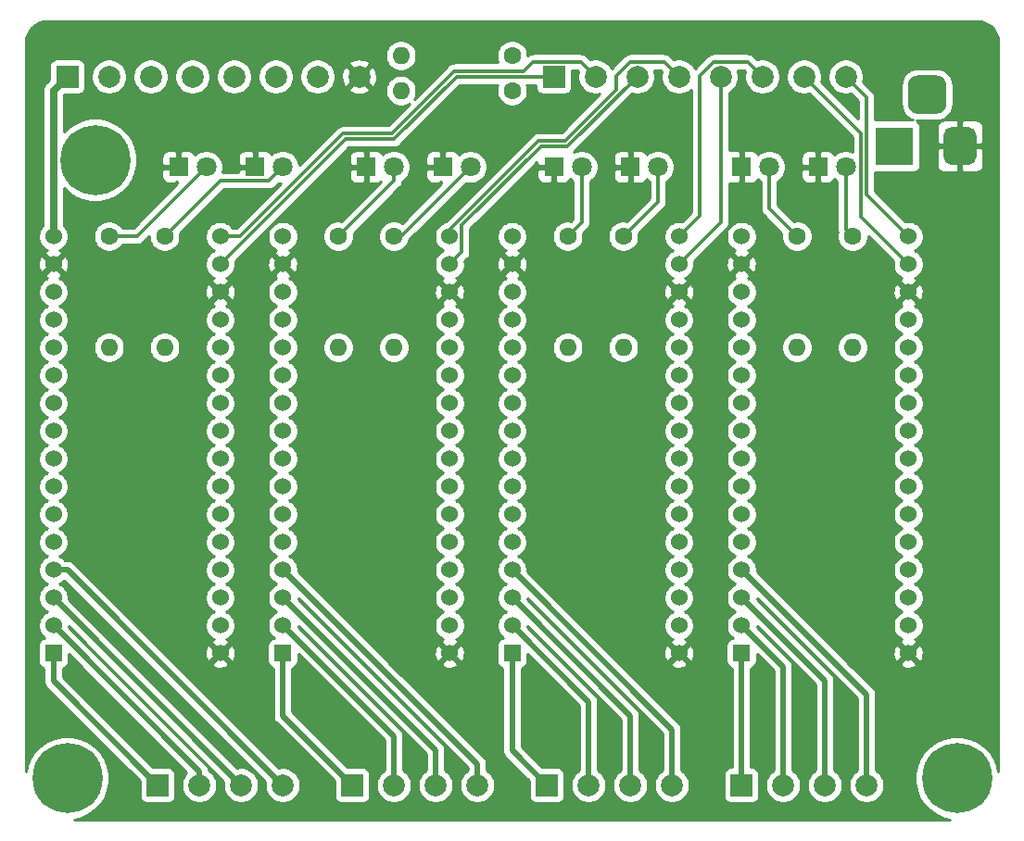
<source format=gtl>
G04 #@! TF.GenerationSoftware,KiCad,Pcbnew,(5.1.9)-1*
G04 #@! TF.CreationDate,2021-10-12T14:51:58-04:00*
G04 #@! TF.ProjectId,doublemagfixture,646f7562-6c65-46d6-9167-666978747572,rev?*
G04 #@! TF.SameCoordinates,Original*
G04 #@! TF.FileFunction,Copper,L1,Top*
G04 #@! TF.FilePolarity,Positive*
%FSLAX46Y46*%
G04 Gerber Fmt 4.6, Leading zero omitted, Abs format (unit mm)*
G04 Created by KiCad (PCBNEW (5.1.9)-1) date 2021-10-12 14:51:58*
%MOMM*%
%LPD*%
G01*
G04 APERTURE LIST*
G04 #@! TA.AperFunction,ComponentPad*
%ADD10C,1.800000*%
G04 #@! TD*
G04 #@! TA.AperFunction,ComponentPad*
%ADD11R,1.800000X1.800000*%
G04 #@! TD*
G04 #@! TA.AperFunction,ComponentPad*
%ADD12C,1.524000*%
G04 #@! TD*
G04 #@! TA.AperFunction,ComponentPad*
%ADD13R,1.524000X1.524000*%
G04 #@! TD*
G04 #@! TA.AperFunction,ComponentPad*
%ADD14C,6.400000*%
G04 #@! TD*
G04 #@! TA.AperFunction,ComponentPad*
%ADD15O,1.600000X1.600000*%
G04 #@! TD*
G04 #@! TA.AperFunction,ComponentPad*
%ADD16C,1.600000*%
G04 #@! TD*
G04 #@! TA.AperFunction,ComponentPad*
%ADD17C,2.000000*%
G04 #@! TD*
G04 #@! TA.AperFunction,ComponentPad*
%ADD18R,2.000000X2.000000*%
G04 #@! TD*
G04 #@! TA.AperFunction,ComponentPad*
%ADD19R,3.500000X3.500000*%
G04 #@! TD*
G04 #@! TA.AperFunction,ViaPad*
%ADD20C,0.800000*%
G04 #@! TD*
G04 #@! TA.AperFunction,Conductor*
%ADD21C,0.300000*%
G04 #@! TD*
G04 #@! TA.AperFunction,Conductor*
%ADD22C,0.700000*%
G04 #@! TD*
G04 #@! TA.AperFunction,Conductor*
%ADD23C,0.500000*%
G04 #@! TD*
G04 #@! TA.AperFunction,Conductor*
%ADD24C,0.254000*%
G04 #@! TD*
G04 #@! TA.AperFunction,Conductor*
%ADD25C,0.100000*%
G04 #@! TD*
G04 APERTURE END LIST*
D10*
X76200000Y-14605000D03*
D11*
X73660000Y-14605000D03*
D10*
X69215000Y-14605000D03*
D11*
X66675000Y-14605000D03*
D10*
X59055000Y-14605000D03*
D11*
X56515000Y-14605000D03*
D10*
X52070000Y-14605000D03*
D11*
X49530000Y-14605000D03*
D10*
X41910000Y-14605000D03*
D11*
X39370000Y-14605000D03*
D10*
X34925000Y-14605000D03*
D11*
X32385000Y-14605000D03*
D10*
X24765000Y-14605000D03*
D11*
X22225000Y-14605000D03*
D10*
X17780000Y-14605000D03*
D11*
X15240000Y-14605000D03*
D12*
X81915000Y-51435000D03*
X81915000Y-53975000D03*
X81915000Y-48895000D03*
X81915000Y-41275000D03*
X81915000Y-38735000D03*
X81915000Y-36195000D03*
X81915000Y-33655000D03*
X81915000Y-31115000D03*
X81915000Y-28575000D03*
X66675000Y-26035000D03*
X66675000Y-28575000D03*
X66675000Y-36195000D03*
X66675000Y-38735000D03*
X66675000Y-41275000D03*
X66675000Y-48895000D03*
X81915000Y-59055000D03*
X81915000Y-56515000D03*
X81915000Y-46355000D03*
X81915000Y-43815000D03*
X81915000Y-26035000D03*
X81915000Y-23495000D03*
X81915000Y-20955000D03*
X66675000Y-20955000D03*
X66675000Y-23495000D03*
X66675000Y-31115000D03*
X66675000Y-33655000D03*
X66675000Y-43815000D03*
X66675000Y-46355000D03*
X66675000Y-51435000D03*
X66675000Y-53975000D03*
X66675000Y-56515000D03*
D13*
X66675000Y-59055000D03*
D12*
X60960000Y-51435000D03*
X60960000Y-53975000D03*
X60960000Y-48895000D03*
X60960000Y-41275000D03*
X60960000Y-38735000D03*
X60960000Y-36195000D03*
X60960000Y-33655000D03*
X60960000Y-31115000D03*
X60960000Y-28575000D03*
X45720000Y-26035000D03*
X45720000Y-28575000D03*
X45720000Y-36195000D03*
X45720000Y-38735000D03*
X45720000Y-41275000D03*
X45720000Y-48895000D03*
X60960000Y-59055000D03*
X60960000Y-56515000D03*
X60960000Y-46355000D03*
X60960000Y-43815000D03*
X60960000Y-26035000D03*
X60960000Y-23495000D03*
X60960000Y-20955000D03*
X45720000Y-20955000D03*
X45720000Y-23495000D03*
X45720000Y-31115000D03*
X45720000Y-33655000D03*
X45720000Y-43815000D03*
X45720000Y-46355000D03*
X45720000Y-51435000D03*
X45720000Y-53975000D03*
X45720000Y-56515000D03*
D13*
X45720000Y-59055000D03*
D12*
X40005000Y-51435000D03*
X40005000Y-53975000D03*
X40005000Y-48895000D03*
X40005000Y-41275000D03*
X40005000Y-38735000D03*
X40005000Y-36195000D03*
X40005000Y-33655000D03*
X40005000Y-31115000D03*
X40005000Y-28575000D03*
X24765000Y-26035000D03*
X24765000Y-28575000D03*
X24765000Y-36195000D03*
X24765000Y-38735000D03*
X24765000Y-41275000D03*
X24765000Y-48895000D03*
X40005000Y-59055000D03*
X40005000Y-56515000D03*
X40005000Y-46355000D03*
X40005000Y-43815000D03*
X40005000Y-26035000D03*
X40005000Y-23495000D03*
X40005000Y-20955000D03*
X24765000Y-20955000D03*
X24765000Y-23495000D03*
X24765000Y-31115000D03*
X24765000Y-33655000D03*
X24765000Y-43815000D03*
X24765000Y-46355000D03*
X24765000Y-51435000D03*
X24765000Y-53975000D03*
X24765000Y-56515000D03*
D13*
X24765000Y-59055000D03*
D12*
X19050000Y-51435000D03*
X19050000Y-53975000D03*
X19050000Y-48895000D03*
X19050000Y-41275000D03*
X19050000Y-38735000D03*
X19050000Y-36195000D03*
X19050000Y-33655000D03*
X19050000Y-31115000D03*
X19050000Y-28575000D03*
X3810000Y-26035000D03*
X3810000Y-28575000D03*
X3810000Y-36195000D03*
X3810000Y-38735000D03*
X3810000Y-41275000D03*
X3810000Y-48895000D03*
X19050000Y-59055000D03*
X19050000Y-56515000D03*
X19050000Y-46355000D03*
X19050000Y-43815000D03*
X19050000Y-26035000D03*
X19050000Y-23495000D03*
X19050000Y-20955000D03*
X3810000Y-20955000D03*
X3810000Y-23495000D03*
X3810000Y-31115000D03*
X3810000Y-33655000D03*
X3810000Y-43815000D03*
X3810000Y-46355000D03*
X3810000Y-51435000D03*
X3810000Y-53975000D03*
X3810000Y-56515000D03*
D13*
X3810000Y-59055000D03*
D14*
X86360000Y-70485000D03*
X5080000Y-70485000D03*
X7620000Y-13970000D03*
D15*
X35560000Y-7620000D03*
D16*
X45720000Y-7620000D03*
D15*
X35560000Y-4445000D03*
D16*
X45720000Y-4445000D03*
D15*
X76835000Y-31115000D03*
D16*
X76835000Y-20955000D03*
D15*
X71755000Y-31115000D03*
D16*
X71755000Y-20955000D03*
D15*
X55880000Y-31115000D03*
D16*
X55880000Y-20955000D03*
D15*
X50800000Y-31115000D03*
D16*
X50800000Y-20955000D03*
D15*
X34925000Y-31115000D03*
D16*
X34925000Y-20955000D03*
D15*
X29845000Y-31115000D03*
D16*
X29845000Y-20955000D03*
D15*
X13970000Y-31115000D03*
D16*
X13970000Y-20955000D03*
D15*
X8890000Y-31115000D03*
D16*
X8890000Y-20955000D03*
D17*
X31750000Y-6350000D03*
X27940000Y-6350000D03*
X24130000Y-6350000D03*
X20320000Y-6350000D03*
X16510000Y-6350000D03*
X12700000Y-6350000D03*
X8890000Y-6350000D03*
D18*
X5080000Y-6350000D03*
D17*
X76200000Y-6350000D03*
X72390000Y-6350000D03*
X68580000Y-6350000D03*
X64770000Y-6350000D03*
X60960000Y-6350000D03*
X57150000Y-6350000D03*
X53340000Y-6350000D03*
D18*
X49530000Y-6350000D03*
D17*
X78105000Y-71120000D03*
X74295000Y-71120000D03*
X70485000Y-71120000D03*
D18*
X66675000Y-71120000D03*
D17*
X42545000Y-71120000D03*
X38735000Y-71120000D03*
X34925000Y-71120000D03*
D18*
X31115000Y-71120000D03*
D17*
X60325000Y-71120000D03*
X56515000Y-71120000D03*
X52705000Y-71120000D03*
D18*
X48895000Y-71120000D03*
D17*
X24765000Y-71120000D03*
X20955000Y-71120000D03*
X17145000Y-71120000D03*
D18*
X13335000Y-71120000D03*
D19*
X80645000Y-12700000D03*
G04 #@! TA.AperFunction,ComponentPad*
G36*
G01*
X88145000Y-11700000D02*
X88145000Y-13700000D01*
G75*
G02*
X87395000Y-14450000I-750000J0D01*
G01*
X85895000Y-14450000D01*
G75*
G02*
X85145000Y-13700000I0J750000D01*
G01*
X85145000Y-11700000D01*
G75*
G02*
X85895000Y-10950000I750000J0D01*
G01*
X87395000Y-10950000D01*
G75*
G02*
X88145000Y-11700000I0J-750000D01*
G01*
G37*
G04 #@! TD.AperFunction*
G04 #@! TA.AperFunction,ComponentPad*
G36*
G01*
X85395000Y-7125000D02*
X85395000Y-8875000D01*
G75*
G02*
X84520000Y-9750000I-875000J0D01*
G01*
X82770000Y-9750000D01*
G75*
G02*
X81895000Y-8875000I0J875000D01*
G01*
X81895000Y-7125000D01*
G75*
G02*
X82770000Y-6250000I875000J0D01*
G01*
X84520000Y-6250000D01*
G75*
G02*
X85395000Y-7125000I0J-875000D01*
G01*
G37*
G04 #@! TD.AperFunction*
D20*
X27940000Y-71120000D03*
X45720000Y-71120000D03*
X63500000Y-71120000D03*
X74295000Y-42545000D03*
X53340000Y-42545000D03*
X32385000Y-42545000D03*
X11430000Y-42545000D03*
X62865000Y-42545000D03*
X64770000Y-42545000D03*
X41910000Y-42545000D03*
X43815000Y-42545000D03*
X20955000Y-42545000D03*
X22860000Y-42545000D03*
X87630000Y-20955000D03*
X87630000Y-28575000D03*
X87630000Y-36195000D03*
D21*
X78105000Y-17145000D02*
X81915000Y-20955000D01*
X78105000Y-8255000D02*
X78105000Y-17145000D01*
X76200000Y-6350000D02*
X78105000Y-8255000D01*
D22*
X3810000Y-7620000D02*
X3810000Y-20955000D01*
X5080000Y-6350000D02*
X3810000Y-7620000D01*
D21*
X72390000Y-6350000D02*
X77604990Y-11564990D01*
X77604990Y-19184990D02*
X81915000Y-23495000D01*
X77604990Y-11564990D02*
X77604990Y-19184990D01*
X62865000Y-19050000D02*
X60960000Y-20955000D01*
X62865000Y-6256998D02*
X62865000Y-19050000D01*
X64121999Y-4999999D02*
X62865000Y-6256998D01*
X67229999Y-4999999D02*
X64121999Y-4999999D01*
X68580000Y-6350000D02*
X67229999Y-4999999D01*
X64770000Y-19685000D02*
X60960000Y-23495000D01*
X64770000Y-6350000D02*
X64770000Y-19685000D01*
X48142889Y-12219989D02*
X40005000Y-20357878D01*
X50572891Y-12219989D02*
X48142889Y-12219989D01*
X55245000Y-7547880D02*
X50572891Y-12219989D01*
X40005000Y-20357878D02*
X40005000Y-20955000D01*
X55245000Y-6256998D02*
X55245000Y-7547880D01*
X56501999Y-4999999D02*
X55245000Y-6256998D01*
X59609999Y-4999999D02*
X56501999Y-4999999D01*
X60960000Y-6350000D02*
X59609999Y-4999999D01*
X41117001Y-22382999D02*
X40005000Y-23495000D01*
X41117001Y-19952997D02*
X41117001Y-22382999D01*
X48349999Y-12719999D02*
X41117001Y-19952997D01*
X50780001Y-12719999D02*
X48349999Y-12719999D01*
X57150000Y-6350000D02*
X50780001Y-12719999D01*
X46810007Y-5849992D02*
X47660000Y-4999999D01*
X40432888Y-5849992D02*
X46810007Y-5849992D01*
X47660000Y-4999999D02*
X51989999Y-4999999D01*
X34717890Y-11564990D02*
X40432888Y-5849992D01*
X30272890Y-11564990D02*
X34717890Y-11564990D01*
X51989999Y-4999999D02*
X53340000Y-6350000D01*
X20882880Y-20955000D02*
X30272890Y-11564990D01*
X19050000Y-20955000D02*
X20882880Y-20955000D01*
X49530000Y-6350000D02*
X40640000Y-6350000D01*
X40640000Y-6350000D02*
X34925000Y-12065000D01*
X30480000Y-12065000D02*
X19050000Y-23495000D01*
X34925000Y-12065000D02*
X30480000Y-12065000D01*
X11430000Y-20955000D02*
X17780000Y-14605000D01*
X8890000Y-20955000D02*
X11430000Y-20955000D01*
X23514999Y-15855001D02*
X24765000Y-14605000D01*
X19069999Y-15855001D02*
X23514999Y-15855001D01*
X13970000Y-20955000D02*
X19069999Y-15855001D01*
X34925000Y-15875000D02*
X34925000Y-14605000D01*
X29845000Y-20955000D02*
X34925000Y-15875000D01*
X35560000Y-20955000D02*
X41910000Y-14605000D01*
X34925000Y-20955000D02*
X35560000Y-20955000D01*
X52070000Y-19685000D02*
X50800000Y-20955000D01*
X52070000Y-14605000D02*
X52070000Y-19685000D01*
X59055000Y-17780000D02*
X55880000Y-20955000D01*
X59055000Y-14605000D02*
X59055000Y-17780000D01*
X69215000Y-18415000D02*
X71755000Y-20955000D01*
X69215000Y-14605000D02*
X69215000Y-18415000D01*
X76200000Y-20320000D02*
X76835000Y-20955000D01*
X76200000Y-14605000D02*
X76200000Y-20320000D01*
D23*
X5080000Y-51435000D02*
X24765000Y-71120000D01*
X3810000Y-51435000D02*
X5080000Y-51435000D01*
X3810000Y-53975000D02*
X20955000Y-71120000D01*
X17145000Y-69850000D02*
X17145000Y-71120000D01*
X3810000Y-56515000D02*
X17145000Y-69850000D01*
X3810000Y-61595000D02*
X13335000Y-71120000D01*
X3810000Y-59055000D02*
X3810000Y-61595000D01*
X60325000Y-66040000D02*
X60325000Y-71120000D01*
X45720000Y-51435000D02*
X60325000Y-66040000D01*
X56515000Y-64770000D02*
X56515000Y-71120000D01*
X45720000Y-53975000D02*
X56515000Y-64770000D01*
X52705000Y-63500000D02*
X52705000Y-71120000D01*
X45720000Y-56515000D02*
X52705000Y-63500000D01*
X45720000Y-67945000D02*
X48895000Y-71120000D01*
X45720000Y-59055000D02*
X45720000Y-67945000D01*
X42545000Y-69215000D02*
X42545000Y-71120000D01*
X24765000Y-51435000D02*
X42545000Y-69215000D01*
X38735000Y-67945000D02*
X38735000Y-71120000D01*
X24765000Y-53975000D02*
X38735000Y-67945000D01*
X34925000Y-66675000D02*
X34925000Y-71120000D01*
X24765000Y-56515000D02*
X34925000Y-66675000D01*
X24765000Y-64770000D02*
X31115000Y-71120000D01*
X24765000Y-59055000D02*
X24765000Y-64770000D01*
X78105000Y-62865000D02*
X78105000Y-71120000D01*
X66675000Y-51435000D02*
X78105000Y-62865000D01*
X74295000Y-61595000D02*
X74295000Y-71120000D01*
X66675000Y-53975000D02*
X74295000Y-61595000D01*
X70485000Y-60325000D02*
X70485000Y-71120000D01*
X66675000Y-56515000D02*
X70485000Y-60325000D01*
X66675000Y-59055000D02*
X66675000Y-71120000D01*
D24*
X88629545Y-1333909D02*
X88980208Y-1439780D01*
X89303625Y-1611744D01*
X89587484Y-1843254D01*
X89820965Y-2125486D01*
X89995183Y-2447695D01*
X90103502Y-2797614D01*
X90145001Y-3192452D01*
X90145000Y-69855918D01*
X90047623Y-69366372D01*
X89758533Y-68668446D01*
X89338839Y-68040330D01*
X88804670Y-67506161D01*
X88176554Y-67086467D01*
X87478628Y-66797377D01*
X86737715Y-66650000D01*
X85982285Y-66650000D01*
X85241372Y-66797377D01*
X84543446Y-67086467D01*
X83915330Y-67506161D01*
X83381161Y-68040330D01*
X82961467Y-68668446D01*
X82672377Y-69366372D01*
X82525000Y-70107285D01*
X82525000Y-70862715D01*
X82672377Y-71603628D01*
X82961467Y-72301554D01*
X83381161Y-72929670D01*
X83915330Y-73463839D01*
X84543446Y-73883533D01*
X85241372Y-74172623D01*
X85730918Y-74270000D01*
X5709082Y-74270000D01*
X6198628Y-74172623D01*
X6896554Y-73883533D01*
X7524670Y-73463839D01*
X8058839Y-72929670D01*
X8478533Y-72301554D01*
X8767623Y-71603628D01*
X8915000Y-70862715D01*
X8915000Y-70107285D01*
X8767623Y-69366372D01*
X8478533Y-68668446D01*
X8058839Y-68040330D01*
X7524670Y-67506161D01*
X6896554Y-67086467D01*
X6198628Y-66797377D01*
X5457715Y-66650000D01*
X4702285Y-66650000D01*
X3961372Y-66797377D01*
X3263446Y-67086467D01*
X2635330Y-67506161D01*
X2101161Y-68040330D01*
X1681467Y-68668446D01*
X1392377Y-69366372D01*
X1295000Y-69855918D01*
X1295000Y-58293000D01*
X2409928Y-58293000D01*
X2409928Y-59817000D01*
X2422188Y-59941482D01*
X2458498Y-60061180D01*
X2517463Y-60171494D01*
X2596815Y-60268185D01*
X2693506Y-60347537D01*
X2803820Y-60406502D01*
X2923518Y-60442812D01*
X2925001Y-60442958D01*
X2925001Y-61551521D01*
X2920719Y-61595000D01*
X2937805Y-61768490D01*
X2988412Y-61935313D01*
X3070590Y-62089059D01*
X3153468Y-62190046D01*
X3153471Y-62190049D01*
X3181184Y-62223817D01*
X3214952Y-62251530D01*
X11696928Y-70733507D01*
X11696928Y-72120000D01*
X11709188Y-72244482D01*
X11745498Y-72364180D01*
X11804463Y-72474494D01*
X11883815Y-72571185D01*
X11980506Y-72650537D01*
X12090820Y-72709502D01*
X12210518Y-72745812D01*
X12335000Y-72758072D01*
X14335000Y-72758072D01*
X14459482Y-72745812D01*
X14579180Y-72709502D01*
X14689494Y-72650537D01*
X14786185Y-72571185D01*
X14865537Y-72474494D01*
X14924502Y-72364180D01*
X14960812Y-72244482D01*
X14973072Y-72120000D01*
X14973072Y-70120000D01*
X14960812Y-69995518D01*
X14924502Y-69875820D01*
X14865537Y-69765506D01*
X14786185Y-69668815D01*
X14689494Y-69589463D01*
X14579180Y-69530498D01*
X14459482Y-69494188D01*
X14335000Y-69481928D01*
X12948507Y-69481928D01*
X4695000Y-61228422D01*
X4695000Y-60442958D01*
X4696482Y-60442812D01*
X4816180Y-60406502D01*
X4926494Y-60347537D01*
X5023185Y-60268185D01*
X5102537Y-60171494D01*
X5161502Y-60061180D01*
X5197812Y-59941482D01*
X5210072Y-59817000D01*
X5210072Y-59166650D01*
X15998091Y-69954670D01*
X15875013Y-70077748D01*
X15696082Y-70345537D01*
X15572832Y-70643088D01*
X15510000Y-70958967D01*
X15510000Y-71281033D01*
X15572832Y-71596912D01*
X15696082Y-71894463D01*
X15875013Y-72162252D01*
X16102748Y-72389987D01*
X16370537Y-72568918D01*
X16668088Y-72692168D01*
X16983967Y-72755000D01*
X17306033Y-72755000D01*
X17621912Y-72692168D01*
X17919463Y-72568918D01*
X18187252Y-72389987D01*
X18414987Y-72162252D01*
X18593918Y-71894463D01*
X18717168Y-71596912D01*
X18780000Y-71281033D01*
X18780000Y-70958967D01*
X18717168Y-70643088D01*
X18593918Y-70345537D01*
X18414987Y-70077748D01*
X18187252Y-69850013D01*
X18023507Y-69740602D01*
X18017195Y-69676510D01*
X17966589Y-69509687D01*
X17884411Y-69355941D01*
X17773817Y-69221183D01*
X17740051Y-69193472D01*
X5205701Y-56659123D01*
X5207000Y-56652592D01*
X5207000Y-56623578D01*
X19356896Y-70773475D01*
X19320000Y-70958967D01*
X19320000Y-71281033D01*
X19382832Y-71596912D01*
X19506082Y-71894463D01*
X19685013Y-72162252D01*
X19912748Y-72389987D01*
X20180537Y-72568918D01*
X20478088Y-72692168D01*
X20793967Y-72755000D01*
X21116033Y-72755000D01*
X21431912Y-72692168D01*
X21729463Y-72568918D01*
X21997252Y-72389987D01*
X22224987Y-72162252D01*
X22403918Y-71894463D01*
X22527168Y-71596912D01*
X22590000Y-71281033D01*
X22590000Y-70958967D01*
X22527168Y-70643088D01*
X22403918Y-70345537D01*
X22224987Y-70077748D01*
X21997252Y-69850013D01*
X21729463Y-69671082D01*
X21431912Y-69547832D01*
X21116033Y-69485000D01*
X20793967Y-69485000D01*
X20608475Y-69521896D01*
X5205701Y-54119123D01*
X5207000Y-54112592D01*
X5207000Y-53837408D01*
X5153314Y-53567510D01*
X5048005Y-53313273D01*
X4895120Y-53084465D01*
X4700535Y-52889880D01*
X4471727Y-52736995D01*
X4394485Y-52705000D01*
X4471727Y-52673005D01*
X4700535Y-52520120D01*
X4807038Y-52413617D01*
X23166896Y-70773475D01*
X23130000Y-70958967D01*
X23130000Y-71281033D01*
X23192832Y-71596912D01*
X23316082Y-71894463D01*
X23495013Y-72162252D01*
X23722748Y-72389987D01*
X23990537Y-72568918D01*
X24288088Y-72692168D01*
X24603967Y-72755000D01*
X24926033Y-72755000D01*
X25241912Y-72692168D01*
X25539463Y-72568918D01*
X25807252Y-72389987D01*
X26034987Y-72162252D01*
X26213918Y-71894463D01*
X26337168Y-71596912D01*
X26400000Y-71281033D01*
X26400000Y-70958967D01*
X26337168Y-70643088D01*
X26213918Y-70345537D01*
X26034987Y-70077748D01*
X25807252Y-69850013D01*
X25539463Y-69671082D01*
X25241912Y-69547832D01*
X24926033Y-69485000D01*
X24603967Y-69485000D01*
X24418475Y-69521896D01*
X14917144Y-60020565D01*
X18264040Y-60020565D01*
X18331020Y-60260656D01*
X18580048Y-60377756D01*
X18847135Y-60444023D01*
X19122017Y-60456910D01*
X19394133Y-60415922D01*
X19653023Y-60322636D01*
X19768980Y-60260656D01*
X19835960Y-60020565D01*
X19050000Y-59234605D01*
X18264040Y-60020565D01*
X14917144Y-60020565D01*
X14023596Y-59127017D01*
X17648090Y-59127017D01*
X17689078Y-59399133D01*
X17782364Y-59658023D01*
X17844344Y-59773980D01*
X18084435Y-59840960D01*
X18870395Y-59055000D01*
X19229605Y-59055000D01*
X20015565Y-59840960D01*
X20255656Y-59773980D01*
X20372756Y-59524952D01*
X20439023Y-59257865D01*
X20451910Y-58982983D01*
X20410922Y-58710867D01*
X20317636Y-58451977D01*
X20255656Y-58336020D01*
X20101451Y-58293000D01*
X23364928Y-58293000D01*
X23364928Y-59817000D01*
X23377188Y-59941482D01*
X23413498Y-60061180D01*
X23472463Y-60171494D01*
X23551815Y-60268185D01*
X23648506Y-60347537D01*
X23758820Y-60406502D01*
X23878518Y-60442812D01*
X23880000Y-60442958D01*
X23880001Y-64726521D01*
X23875719Y-64770000D01*
X23892805Y-64943490D01*
X23943412Y-65110313D01*
X24025590Y-65264059D01*
X24108468Y-65365046D01*
X24108471Y-65365049D01*
X24136184Y-65398817D01*
X24169952Y-65426530D01*
X29476928Y-70733507D01*
X29476928Y-72120000D01*
X29489188Y-72244482D01*
X29525498Y-72364180D01*
X29584463Y-72474494D01*
X29663815Y-72571185D01*
X29760506Y-72650537D01*
X29870820Y-72709502D01*
X29990518Y-72745812D01*
X30115000Y-72758072D01*
X32115000Y-72758072D01*
X32239482Y-72745812D01*
X32359180Y-72709502D01*
X32469494Y-72650537D01*
X32566185Y-72571185D01*
X32645537Y-72474494D01*
X32704502Y-72364180D01*
X32740812Y-72244482D01*
X32753072Y-72120000D01*
X32753072Y-70120000D01*
X32740812Y-69995518D01*
X32704502Y-69875820D01*
X32645537Y-69765506D01*
X32566185Y-69668815D01*
X32469494Y-69589463D01*
X32359180Y-69530498D01*
X32239482Y-69494188D01*
X32115000Y-69481928D01*
X30728507Y-69481928D01*
X25650000Y-64403422D01*
X25650000Y-60442958D01*
X25651482Y-60442812D01*
X25771180Y-60406502D01*
X25881494Y-60347537D01*
X25978185Y-60268185D01*
X26057537Y-60171494D01*
X26116502Y-60061180D01*
X26152812Y-59941482D01*
X26165072Y-59817000D01*
X26165072Y-59166650D01*
X34040000Y-67041579D01*
X34040001Y-69744940D01*
X33882748Y-69850013D01*
X33655013Y-70077748D01*
X33476082Y-70345537D01*
X33352832Y-70643088D01*
X33290000Y-70958967D01*
X33290000Y-71281033D01*
X33352832Y-71596912D01*
X33476082Y-71894463D01*
X33655013Y-72162252D01*
X33882748Y-72389987D01*
X34150537Y-72568918D01*
X34448088Y-72692168D01*
X34763967Y-72755000D01*
X35086033Y-72755000D01*
X35401912Y-72692168D01*
X35699463Y-72568918D01*
X35967252Y-72389987D01*
X36194987Y-72162252D01*
X36373918Y-71894463D01*
X36497168Y-71596912D01*
X36560000Y-71281033D01*
X36560000Y-70958967D01*
X36497168Y-70643088D01*
X36373918Y-70345537D01*
X36194987Y-70077748D01*
X35967252Y-69850013D01*
X35810000Y-69744941D01*
X35810000Y-66718469D01*
X35814281Y-66675000D01*
X35810000Y-66631531D01*
X35810000Y-66631523D01*
X35797195Y-66501510D01*
X35746589Y-66334687D01*
X35664411Y-66180941D01*
X35553817Y-66046183D01*
X35520051Y-66018472D01*
X26160701Y-56659123D01*
X26162000Y-56652592D01*
X26162000Y-56623578D01*
X37850000Y-68311579D01*
X37850001Y-69744940D01*
X37692748Y-69850013D01*
X37465013Y-70077748D01*
X37286082Y-70345537D01*
X37162832Y-70643088D01*
X37100000Y-70958967D01*
X37100000Y-71281033D01*
X37162832Y-71596912D01*
X37286082Y-71894463D01*
X37465013Y-72162252D01*
X37692748Y-72389987D01*
X37960537Y-72568918D01*
X38258088Y-72692168D01*
X38573967Y-72755000D01*
X38896033Y-72755000D01*
X39211912Y-72692168D01*
X39509463Y-72568918D01*
X39777252Y-72389987D01*
X40004987Y-72162252D01*
X40183918Y-71894463D01*
X40307168Y-71596912D01*
X40370000Y-71281033D01*
X40370000Y-70958967D01*
X40307168Y-70643088D01*
X40183918Y-70345537D01*
X40004987Y-70077748D01*
X39777252Y-69850013D01*
X39620000Y-69744941D01*
X39620000Y-67988465D01*
X39624281Y-67944999D01*
X39620000Y-67901533D01*
X39620000Y-67901523D01*
X39607195Y-67771510D01*
X39556589Y-67604687D01*
X39474411Y-67450941D01*
X39363817Y-67316183D01*
X39330051Y-67288472D01*
X26160701Y-54119123D01*
X26162000Y-54112592D01*
X26162000Y-54083578D01*
X41660000Y-69581579D01*
X41660000Y-69744940D01*
X41502748Y-69850013D01*
X41275013Y-70077748D01*
X41096082Y-70345537D01*
X40972832Y-70643088D01*
X40910000Y-70958967D01*
X40910000Y-71281033D01*
X40972832Y-71596912D01*
X41096082Y-71894463D01*
X41275013Y-72162252D01*
X41502748Y-72389987D01*
X41770537Y-72568918D01*
X42068088Y-72692168D01*
X42383967Y-72755000D01*
X42706033Y-72755000D01*
X43021912Y-72692168D01*
X43319463Y-72568918D01*
X43587252Y-72389987D01*
X43814987Y-72162252D01*
X43993918Y-71894463D01*
X44117168Y-71596912D01*
X44180000Y-71281033D01*
X44180000Y-70958967D01*
X44117168Y-70643088D01*
X43993918Y-70345537D01*
X43814987Y-70077748D01*
X43587252Y-69850013D01*
X43430000Y-69744941D01*
X43430000Y-69258465D01*
X43434281Y-69214999D01*
X43430000Y-69171533D01*
X43430000Y-69171523D01*
X43417195Y-69041510D01*
X43366589Y-68874687D01*
X43284411Y-68720941D01*
X43173817Y-68586183D01*
X43140051Y-68558472D01*
X34602144Y-60020565D01*
X39219040Y-60020565D01*
X39286020Y-60260656D01*
X39535048Y-60377756D01*
X39802135Y-60444023D01*
X40077017Y-60456910D01*
X40349133Y-60415922D01*
X40608023Y-60322636D01*
X40723980Y-60260656D01*
X40790960Y-60020565D01*
X40005000Y-59234605D01*
X39219040Y-60020565D01*
X34602144Y-60020565D01*
X33708596Y-59127017D01*
X38603090Y-59127017D01*
X38644078Y-59399133D01*
X38737364Y-59658023D01*
X38799344Y-59773980D01*
X39039435Y-59840960D01*
X39825395Y-59055000D01*
X40184605Y-59055000D01*
X40970565Y-59840960D01*
X41210656Y-59773980D01*
X41327756Y-59524952D01*
X41394023Y-59257865D01*
X41406910Y-58982983D01*
X41365922Y-58710867D01*
X41272636Y-58451977D01*
X41210656Y-58336020D01*
X41056451Y-58293000D01*
X44319928Y-58293000D01*
X44319928Y-59817000D01*
X44332188Y-59941482D01*
X44368498Y-60061180D01*
X44427463Y-60171494D01*
X44506815Y-60268185D01*
X44603506Y-60347537D01*
X44713820Y-60406502D01*
X44833518Y-60442812D01*
X44835000Y-60442958D01*
X44835001Y-67901521D01*
X44830719Y-67945000D01*
X44847805Y-68118490D01*
X44898412Y-68285313D01*
X44980590Y-68439059D01*
X45063468Y-68540046D01*
X45063471Y-68540049D01*
X45091184Y-68573817D01*
X45124951Y-68601529D01*
X47256928Y-70733507D01*
X47256928Y-72120000D01*
X47269188Y-72244482D01*
X47305498Y-72364180D01*
X47364463Y-72474494D01*
X47443815Y-72571185D01*
X47540506Y-72650537D01*
X47650820Y-72709502D01*
X47770518Y-72745812D01*
X47895000Y-72758072D01*
X49895000Y-72758072D01*
X50019482Y-72745812D01*
X50139180Y-72709502D01*
X50249494Y-72650537D01*
X50346185Y-72571185D01*
X50425537Y-72474494D01*
X50484502Y-72364180D01*
X50520812Y-72244482D01*
X50533072Y-72120000D01*
X50533072Y-70120000D01*
X50520812Y-69995518D01*
X50484502Y-69875820D01*
X50425537Y-69765506D01*
X50346185Y-69668815D01*
X50249494Y-69589463D01*
X50139180Y-69530498D01*
X50019482Y-69494188D01*
X49895000Y-69481928D01*
X48508507Y-69481928D01*
X46605000Y-67578422D01*
X46605000Y-60442958D01*
X46606482Y-60442812D01*
X46726180Y-60406502D01*
X46836494Y-60347537D01*
X46933185Y-60268185D01*
X47012537Y-60171494D01*
X47071502Y-60061180D01*
X47107812Y-59941482D01*
X47120072Y-59817000D01*
X47120072Y-59166650D01*
X51820000Y-63866579D01*
X51820001Y-69744940D01*
X51662748Y-69850013D01*
X51435013Y-70077748D01*
X51256082Y-70345537D01*
X51132832Y-70643088D01*
X51070000Y-70958967D01*
X51070000Y-71281033D01*
X51132832Y-71596912D01*
X51256082Y-71894463D01*
X51435013Y-72162252D01*
X51662748Y-72389987D01*
X51930537Y-72568918D01*
X52228088Y-72692168D01*
X52543967Y-72755000D01*
X52866033Y-72755000D01*
X53181912Y-72692168D01*
X53479463Y-72568918D01*
X53747252Y-72389987D01*
X53974987Y-72162252D01*
X54153918Y-71894463D01*
X54277168Y-71596912D01*
X54340000Y-71281033D01*
X54340000Y-70958967D01*
X54277168Y-70643088D01*
X54153918Y-70345537D01*
X53974987Y-70077748D01*
X53747252Y-69850013D01*
X53590000Y-69744941D01*
X53590000Y-63543469D01*
X53594281Y-63500000D01*
X53590000Y-63456531D01*
X53590000Y-63456523D01*
X53577195Y-63326510D01*
X53526589Y-63159687D01*
X53444411Y-63005941D01*
X53333817Y-62871183D01*
X53300051Y-62843472D01*
X47115701Y-56659123D01*
X47117000Y-56652592D01*
X47117000Y-56623578D01*
X55630000Y-65136579D01*
X55630001Y-69744940D01*
X55472748Y-69850013D01*
X55245013Y-70077748D01*
X55066082Y-70345537D01*
X54942832Y-70643088D01*
X54880000Y-70958967D01*
X54880000Y-71281033D01*
X54942832Y-71596912D01*
X55066082Y-71894463D01*
X55245013Y-72162252D01*
X55472748Y-72389987D01*
X55740537Y-72568918D01*
X56038088Y-72692168D01*
X56353967Y-72755000D01*
X56676033Y-72755000D01*
X56991912Y-72692168D01*
X57289463Y-72568918D01*
X57557252Y-72389987D01*
X57784987Y-72162252D01*
X57963918Y-71894463D01*
X58087168Y-71596912D01*
X58150000Y-71281033D01*
X58150000Y-70958967D01*
X58087168Y-70643088D01*
X57963918Y-70345537D01*
X57784987Y-70077748D01*
X57557252Y-69850013D01*
X57400000Y-69744941D01*
X57400000Y-64813465D01*
X57404281Y-64769999D01*
X57400000Y-64726533D01*
X57400000Y-64726523D01*
X57387195Y-64596510D01*
X57336589Y-64429687D01*
X57254411Y-64275941D01*
X57143817Y-64141183D01*
X57110051Y-64113472D01*
X47115701Y-54119123D01*
X47117000Y-54112592D01*
X47117000Y-54083578D01*
X59440000Y-66406579D01*
X59440001Y-69744940D01*
X59282748Y-69850013D01*
X59055013Y-70077748D01*
X58876082Y-70345537D01*
X58752832Y-70643088D01*
X58690000Y-70958967D01*
X58690000Y-71281033D01*
X58752832Y-71596912D01*
X58876082Y-71894463D01*
X59055013Y-72162252D01*
X59282748Y-72389987D01*
X59550537Y-72568918D01*
X59848088Y-72692168D01*
X60163967Y-72755000D01*
X60486033Y-72755000D01*
X60801912Y-72692168D01*
X61099463Y-72568918D01*
X61367252Y-72389987D01*
X61594987Y-72162252D01*
X61773918Y-71894463D01*
X61897168Y-71596912D01*
X61960000Y-71281033D01*
X61960000Y-70958967D01*
X61897168Y-70643088D01*
X61773918Y-70345537D01*
X61623219Y-70120000D01*
X65036928Y-70120000D01*
X65036928Y-72120000D01*
X65049188Y-72244482D01*
X65085498Y-72364180D01*
X65144463Y-72474494D01*
X65223815Y-72571185D01*
X65320506Y-72650537D01*
X65430820Y-72709502D01*
X65550518Y-72745812D01*
X65675000Y-72758072D01*
X67675000Y-72758072D01*
X67799482Y-72745812D01*
X67919180Y-72709502D01*
X68029494Y-72650537D01*
X68126185Y-72571185D01*
X68205537Y-72474494D01*
X68264502Y-72364180D01*
X68300812Y-72244482D01*
X68313072Y-72120000D01*
X68313072Y-70120000D01*
X68300812Y-69995518D01*
X68264502Y-69875820D01*
X68205537Y-69765506D01*
X68126185Y-69668815D01*
X68029494Y-69589463D01*
X67919180Y-69530498D01*
X67799482Y-69494188D01*
X67675000Y-69481928D01*
X67560000Y-69481928D01*
X67560000Y-60442958D01*
X67561482Y-60442812D01*
X67681180Y-60406502D01*
X67791494Y-60347537D01*
X67888185Y-60268185D01*
X67967537Y-60171494D01*
X68026502Y-60061180D01*
X68062812Y-59941482D01*
X68075072Y-59817000D01*
X68075072Y-59166651D01*
X69600000Y-60691579D01*
X69600001Y-69744940D01*
X69442748Y-69850013D01*
X69215013Y-70077748D01*
X69036082Y-70345537D01*
X68912832Y-70643088D01*
X68850000Y-70958967D01*
X68850000Y-71281033D01*
X68912832Y-71596912D01*
X69036082Y-71894463D01*
X69215013Y-72162252D01*
X69442748Y-72389987D01*
X69710537Y-72568918D01*
X70008088Y-72692168D01*
X70323967Y-72755000D01*
X70646033Y-72755000D01*
X70961912Y-72692168D01*
X71259463Y-72568918D01*
X71527252Y-72389987D01*
X71754987Y-72162252D01*
X71933918Y-71894463D01*
X72057168Y-71596912D01*
X72120000Y-71281033D01*
X72120000Y-70958967D01*
X72057168Y-70643088D01*
X71933918Y-70345537D01*
X71754987Y-70077748D01*
X71527252Y-69850013D01*
X71370000Y-69744941D01*
X71370000Y-60368469D01*
X71374281Y-60325000D01*
X71370000Y-60281531D01*
X71370000Y-60281523D01*
X71357195Y-60151510D01*
X71317473Y-60020565D01*
X71306589Y-59984686D01*
X71224411Y-59830941D01*
X71141532Y-59729953D01*
X71141530Y-59729951D01*
X71113817Y-59696183D01*
X71080050Y-59668471D01*
X68070701Y-56659123D01*
X68072000Y-56652592D01*
X68072000Y-56623578D01*
X73410000Y-61961579D01*
X73410001Y-69744940D01*
X73252748Y-69850013D01*
X73025013Y-70077748D01*
X72846082Y-70345537D01*
X72722832Y-70643088D01*
X72660000Y-70958967D01*
X72660000Y-71281033D01*
X72722832Y-71596912D01*
X72846082Y-71894463D01*
X73025013Y-72162252D01*
X73252748Y-72389987D01*
X73520537Y-72568918D01*
X73818088Y-72692168D01*
X74133967Y-72755000D01*
X74456033Y-72755000D01*
X74771912Y-72692168D01*
X75069463Y-72568918D01*
X75337252Y-72389987D01*
X75564987Y-72162252D01*
X75743918Y-71894463D01*
X75867168Y-71596912D01*
X75930000Y-71281033D01*
X75930000Y-70958967D01*
X75867168Y-70643088D01*
X75743918Y-70345537D01*
X75564987Y-70077748D01*
X75337252Y-69850013D01*
X75180000Y-69744941D01*
X75180000Y-61638465D01*
X75184281Y-61594999D01*
X75180000Y-61551533D01*
X75180000Y-61551523D01*
X75167195Y-61421510D01*
X75116589Y-61254687D01*
X75034411Y-61100941D01*
X74923817Y-60966183D01*
X74890051Y-60938472D01*
X68070701Y-54119123D01*
X68072000Y-54112592D01*
X68072000Y-54083578D01*
X77220000Y-63231579D01*
X77220001Y-69744940D01*
X77062748Y-69850013D01*
X76835013Y-70077748D01*
X76656082Y-70345537D01*
X76532832Y-70643088D01*
X76470000Y-70958967D01*
X76470000Y-71281033D01*
X76532832Y-71596912D01*
X76656082Y-71894463D01*
X76835013Y-72162252D01*
X77062748Y-72389987D01*
X77330537Y-72568918D01*
X77628088Y-72692168D01*
X77943967Y-72755000D01*
X78266033Y-72755000D01*
X78581912Y-72692168D01*
X78879463Y-72568918D01*
X79147252Y-72389987D01*
X79374987Y-72162252D01*
X79553918Y-71894463D01*
X79677168Y-71596912D01*
X79740000Y-71281033D01*
X79740000Y-70958967D01*
X79677168Y-70643088D01*
X79553918Y-70345537D01*
X79374987Y-70077748D01*
X79147252Y-69850013D01*
X78990000Y-69744941D01*
X78990000Y-62908466D01*
X78994281Y-62864999D01*
X78990000Y-62821533D01*
X78990000Y-62821523D01*
X78977195Y-62691510D01*
X78926589Y-62524687D01*
X78844411Y-62370941D01*
X78733817Y-62236183D01*
X78700051Y-62208472D01*
X76512144Y-60020565D01*
X81129040Y-60020565D01*
X81196020Y-60260656D01*
X81445048Y-60377756D01*
X81712135Y-60444023D01*
X81987017Y-60456910D01*
X82259133Y-60415922D01*
X82518023Y-60322636D01*
X82633980Y-60260656D01*
X82700960Y-60020565D01*
X81915000Y-59234605D01*
X81129040Y-60020565D01*
X76512144Y-60020565D01*
X75618596Y-59127017D01*
X80513090Y-59127017D01*
X80554078Y-59399133D01*
X80647364Y-59658023D01*
X80709344Y-59773980D01*
X80949435Y-59840960D01*
X81735395Y-59055000D01*
X82094605Y-59055000D01*
X82880565Y-59840960D01*
X83120656Y-59773980D01*
X83237756Y-59524952D01*
X83304023Y-59257865D01*
X83316910Y-58982983D01*
X83275922Y-58710867D01*
X83182636Y-58451977D01*
X83120656Y-58336020D01*
X82880565Y-58269040D01*
X82094605Y-59055000D01*
X81735395Y-59055000D01*
X80949435Y-58269040D01*
X80709344Y-58336020D01*
X80592244Y-58585048D01*
X80525977Y-58852135D01*
X80513090Y-59127017D01*
X75618596Y-59127017D01*
X68070701Y-51579123D01*
X68072000Y-51572592D01*
X68072000Y-51297408D01*
X68018314Y-51027510D01*
X67913005Y-50773273D01*
X67760120Y-50544465D01*
X67565535Y-50349880D01*
X67336727Y-50196995D01*
X67259485Y-50165000D01*
X67336727Y-50133005D01*
X67565535Y-49980120D01*
X67760120Y-49785535D01*
X67913005Y-49556727D01*
X68018314Y-49302490D01*
X68072000Y-49032592D01*
X68072000Y-48757408D01*
X68018314Y-48487510D01*
X67913005Y-48233273D01*
X67760120Y-48004465D01*
X67565535Y-47809880D01*
X67336727Y-47656995D01*
X67259485Y-47625000D01*
X67336727Y-47593005D01*
X67565535Y-47440120D01*
X67760120Y-47245535D01*
X67913005Y-47016727D01*
X68018314Y-46762490D01*
X68072000Y-46492592D01*
X68072000Y-46217408D01*
X68018314Y-45947510D01*
X67913005Y-45693273D01*
X67760120Y-45464465D01*
X67565535Y-45269880D01*
X67336727Y-45116995D01*
X67259485Y-45085000D01*
X67336727Y-45053005D01*
X67565535Y-44900120D01*
X67760120Y-44705535D01*
X67913005Y-44476727D01*
X68018314Y-44222490D01*
X68072000Y-43952592D01*
X68072000Y-43677408D01*
X68018314Y-43407510D01*
X67913005Y-43153273D01*
X67760120Y-42924465D01*
X67565535Y-42729880D01*
X67336727Y-42576995D01*
X67259485Y-42545000D01*
X67336727Y-42513005D01*
X67565535Y-42360120D01*
X67760120Y-42165535D01*
X67913005Y-41936727D01*
X68018314Y-41682490D01*
X68072000Y-41412592D01*
X68072000Y-41137408D01*
X68018314Y-40867510D01*
X67913005Y-40613273D01*
X67760120Y-40384465D01*
X67565535Y-40189880D01*
X67336727Y-40036995D01*
X67259485Y-40005000D01*
X67336727Y-39973005D01*
X67565535Y-39820120D01*
X67760120Y-39625535D01*
X67913005Y-39396727D01*
X68018314Y-39142490D01*
X68072000Y-38872592D01*
X68072000Y-38597408D01*
X68018314Y-38327510D01*
X67913005Y-38073273D01*
X67760120Y-37844465D01*
X67565535Y-37649880D01*
X67336727Y-37496995D01*
X67259485Y-37465000D01*
X67336727Y-37433005D01*
X67565535Y-37280120D01*
X67760120Y-37085535D01*
X67913005Y-36856727D01*
X68018314Y-36602490D01*
X68072000Y-36332592D01*
X68072000Y-36057408D01*
X68018314Y-35787510D01*
X67913005Y-35533273D01*
X67760120Y-35304465D01*
X67565535Y-35109880D01*
X67336727Y-34956995D01*
X67259485Y-34925000D01*
X67336727Y-34893005D01*
X67565535Y-34740120D01*
X67760120Y-34545535D01*
X67913005Y-34316727D01*
X68018314Y-34062490D01*
X68072000Y-33792592D01*
X68072000Y-33517408D01*
X68018314Y-33247510D01*
X67913005Y-32993273D01*
X67760120Y-32764465D01*
X67565535Y-32569880D01*
X67336727Y-32416995D01*
X67259485Y-32385000D01*
X67336727Y-32353005D01*
X67565535Y-32200120D01*
X67760120Y-32005535D01*
X67913005Y-31776727D01*
X68018314Y-31522490D01*
X68072000Y-31252592D01*
X68072000Y-30977408D01*
X68071256Y-30973665D01*
X70320000Y-30973665D01*
X70320000Y-31256335D01*
X70375147Y-31533574D01*
X70483320Y-31794727D01*
X70640363Y-32029759D01*
X70840241Y-32229637D01*
X71075273Y-32386680D01*
X71336426Y-32494853D01*
X71613665Y-32550000D01*
X71896335Y-32550000D01*
X72173574Y-32494853D01*
X72434727Y-32386680D01*
X72669759Y-32229637D01*
X72869637Y-32029759D01*
X73026680Y-31794727D01*
X73134853Y-31533574D01*
X73190000Y-31256335D01*
X73190000Y-30973665D01*
X75400000Y-30973665D01*
X75400000Y-31256335D01*
X75455147Y-31533574D01*
X75563320Y-31794727D01*
X75720363Y-32029759D01*
X75920241Y-32229637D01*
X76155273Y-32386680D01*
X76416426Y-32494853D01*
X76693665Y-32550000D01*
X76976335Y-32550000D01*
X77253574Y-32494853D01*
X77514727Y-32386680D01*
X77749759Y-32229637D01*
X77949637Y-32029759D01*
X78106680Y-31794727D01*
X78214853Y-31533574D01*
X78270000Y-31256335D01*
X78270000Y-30973665D01*
X78214853Y-30696426D01*
X78106680Y-30435273D01*
X77949637Y-30200241D01*
X77749759Y-30000363D01*
X77514727Y-29843320D01*
X77253574Y-29735147D01*
X76976335Y-29680000D01*
X76693665Y-29680000D01*
X76416426Y-29735147D01*
X76155273Y-29843320D01*
X75920241Y-30000363D01*
X75720363Y-30200241D01*
X75563320Y-30435273D01*
X75455147Y-30696426D01*
X75400000Y-30973665D01*
X73190000Y-30973665D01*
X73134853Y-30696426D01*
X73026680Y-30435273D01*
X72869637Y-30200241D01*
X72669759Y-30000363D01*
X72434727Y-29843320D01*
X72173574Y-29735147D01*
X71896335Y-29680000D01*
X71613665Y-29680000D01*
X71336426Y-29735147D01*
X71075273Y-29843320D01*
X70840241Y-30000363D01*
X70640363Y-30200241D01*
X70483320Y-30435273D01*
X70375147Y-30696426D01*
X70320000Y-30973665D01*
X68071256Y-30973665D01*
X68018314Y-30707510D01*
X67913005Y-30453273D01*
X67760120Y-30224465D01*
X67565535Y-30029880D01*
X67336727Y-29876995D01*
X67259485Y-29845000D01*
X67336727Y-29813005D01*
X67565535Y-29660120D01*
X67760120Y-29465535D01*
X67913005Y-29236727D01*
X68018314Y-28982490D01*
X68072000Y-28712592D01*
X68072000Y-28437408D01*
X80518000Y-28437408D01*
X80518000Y-28712592D01*
X80571686Y-28982490D01*
X80676995Y-29236727D01*
X80829880Y-29465535D01*
X81024465Y-29660120D01*
X81253273Y-29813005D01*
X81330515Y-29845000D01*
X81253273Y-29876995D01*
X81024465Y-30029880D01*
X80829880Y-30224465D01*
X80676995Y-30453273D01*
X80571686Y-30707510D01*
X80518000Y-30977408D01*
X80518000Y-31252592D01*
X80571686Y-31522490D01*
X80676995Y-31776727D01*
X80829880Y-32005535D01*
X81024465Y-32200120D01*
X81253273Y-32353005D01*
X81330515Y-32385000D01*
X81253273Y-32416995D01*
X81024465Y-32569880D01*
X80829880Y-32764465D01*
X80676995Y-32993273D01*
X80571686Y-33247510D01*
X80518000Y-33517408D01*
X80518000Y-33792592D01*
X80571686Y-34062490D01*
X80676995Y-34316727D01*
X80829880Y-34545535D01*
X81024465Y-34740120D01*
X81253273Y-34893005D01*
X81330515Y-34925000D01*
X81253273Y-34956995D01*
X81024465Y-35109880D01*
X80829880Y-35304465D01*
X80676995Y-35533273D01*
X80571686Y-35787510D01*
X80518000Y-36057408D01*
X80518000Y-36332592D01*
X80571686Y-36602490D01*
X80676995Y-36856727D01*
X80829880Y-37085535D01*
X81024465Y-37280120D01*
X81253273Y-37433005D01*
X81330515Y-37465000D01*
X81253273Y-37496995D01*
X81024465Y-37649880D01*
X80829880Y-37844465D01*
X80676995Y-38073273D01*
X80571686Y-38327510D01*
X80518000Y-38597408D01*
X80518000Y-38872592D01*
X80571686Y-39142490D01*
X80676995Y-39396727D01*
X80829880Y-39625535D01*
X81024465Y-39820120D01*
X81253273Y-39973005D01*
X81330515Y-40005000D01*
X81253273Y-40036995D01*
X81024465Y-40189880D01*
X80829880Y-40384465D01*
X80676995Y-40613273D01*
X80571686Y-40867510D01*
X80518000Y-41137408D01*
X80518000Y-41412592D01*
X80571686Y-41682490D01*
X80676995Y-41936727D01*
X80829880Y-42165535D01*
X81024465Y-42360120D01*
X81253273Y-42513005D01*
X81330515Y-42545000D01*
X81253273Y-42576995D01*
X81024465Y-42729880D01*
X80829880Y-42924465D01*
X80676995Y-43153273D01*
X80571686Y-43407510D01*
X80518000Y-43677408D01*
X80518000Y-43952592D01*
X80571686Y-44222490D01*
X80676995Y-44476727D01*
X80829880Y-44705535D01*
X81024465Y-44900120D01*
X81253273Y-45053005D01*
X81330515Y-45085000D01*
X81253273Y-45116995D01*
X81024465Y-45269880D01*
X80829880Y-45464465D01*
X80676995Y-45693273D01*
X80571686Y-45947510D01*
X80518000Y-46217408D01*
X80518000Y-46492592D01*
X80571686Y-46762490D01*
X80676995Y-47016727D01*
X80829880Y-47245535D01*
X81024465Y-47440120D01*
X81253273Y-47593005D01*
X81330515Y-47625000D01*
X81253273Y-47656995D01*
X81024465Y-47809880D01*
X80829880Y-48004465D01*
X80676995Y-48233273D01*
X80571686Y-48487510D01*
X80518000Y-48757408D01*
X80518000Y-49032592D01*
X80571686Y-49302490D01*
X80676995Y-49556727D01*
X80829880Y-49785535D01*
X81024465Y-49980120D01*
X81253273Y-50133005D01*
X81330515Y-50165000D01*
X81253273Y-50196995D01*
X81024465Y-50349880D01*
X80829880Y-50544465D01*
X80676995Y-50773273D01*
X80571686Y-51027510D01*
X80518000Y-51297408D01*
X80518000Y-51572592D01*
X80571686Y-51842490D01*
X80676995Y-52096727D01*
X80829880Y-52325535D01*
X81024465Y-52520120D01*
X81253273Y-52673005D01*
X81330515Y-52705000D01*
X81253273Y-52736995D01*
X81024465Y-52889880D01*
X80829880Y-53084465D01*
X80676995Y-53313273D01*
X80571686Y-53567510D01*
X80518000Y-53837408D01*
X80518000Y-54112592D01*
X80571686Y-54382490D01*
X80676995Y-54636727D01*
X80829880Y-54865535D01*
X81024465Y-55060120D01*
X81253273Y-55213005D01*
X81330515Y-55245000D01*
X81253273Y-55276995D01*
X81024465Y-55429880D01*
X80829880Y-55624465D01*
X80676995Y-55853273D01*
X80571686Y-56107510D01*
X80518000Y-56377408D01*
X80518000Y-56652592D01*
X80571686Y-56922490D01*
X80676995Y-57176727D01*
X80829880Y-57405535D01*
X81024465Y-57600120D01*
X81253273Y-57753005D01*
X81324943Y-57782692D01*
X81311977Y-57787364D01*
X81196020Y-57849344D01*
X81129040Y-58089435D01*
X81915000Y-58875395D01*
X82700960Y-58089435D01*
X82633980Y-57849344D01*
X82498240Y-57785515D01*
X82576727Y-57753005D01*
X82805535Y-57600120D01*
X83000120Y-57405535D01*
X83153005Y-57176727D01*
X83258314Y-56922490D01*
X83312000Y-56652592D01*
X83312000Y-56377408D01*
X83258314Y-56107510D01*
X83153005Y-55853273D01*
X83000120Y-55624465D01*
X82805535Y-55429880D01*
X82576727Y-55276995D01*
X82499485Y-55245000D01*
X82576727Y-55213005D01*
X82805535Y-55060120D01*
X83000120Y-54865535D01*
X83153005Y-54636727D01*
X83258314Y-54382490D01*
X83312000Y-54112592D01*
X83312000Y-53837408D01*
X83258314Y-53567510D01*
X83153005Y-53313273D01*
X83000120Y-53084465D01*
X82805535Y-52889880D01*
X82576727Y-52736995D01*
X82499485Y-52705000D01*
X82576727Y-52673005D01*
X82805535Y-52520120D01*
X83000120Y-52325535D01*
X83153005Y-52096727D01*
X83258314Y-51842490D01*
X83312000Y-51572592D01*
X83312000Y-51297408D01*
X83258314Y-51027510D01*
X83153005Y-50773273D01*
X83000120Y-50544465D01*
X82805535Y-50349880D01*
X82576727Y-50196995D01*
X82499485Y-50165000D01*
X82576727Y-50133005D01*
X82805535Y-49980120D01*
X83000120Y-49785535D01*
X83153005Y-49556727D01*
X83258314Y-49302490D01*
X83312000Y-49032592D01*
X83312000Y-48757408D01*
X83258314Y-48487510D01*
X83153005Y-48233273D01*
X83000120Y-48004465D01*
X82805535Y-47809880D01*
X82576727Y-47656995D01*
X82499485Y-47625000D01*
X82576727Y-47593005D01*
X82805535Y-47440120D01*
X83000120Y-47245535D01*
X83153005Y-47016727D01*
X83258314Y-46762490D01*
X83312000Y-46492592D01*
X83312000Y-46217408D01*
X83258314Y-45947510D01*
X83153005Y-45693273D01*
X83000120Y-45464465D01*
X82805535Y-45269880D01*
X82576727Y-45116995D01*
X82499485Y-45085000D01*
X82576727Y-45053005D01*
X82805535Y-44900120D01*
X83000120Y-44705535D01*
X83153005Y-44476727D01*
X83258314Y-44222490D01*
X83312000Y-43952592D01*
X83312000Y-43677408D01*
X83258314Y-43407510D01*
X83153005Y-43153273D01*
X83000120Y-42924465D01*
X82805535Y-42729880D01*
X82576727Y-42576995D01*
X82499485Y-42545000D01*
X82576727Y-42513005D01*
X82805535Y-42360120D01*
X83000120Y-42165535D01*
X83153005Y-41936727D01*
X83258314Y-41682490D01*
X83312000Y-41412592D01*
X83312000Y-41137408D01*
X83258314Y-40867510D01*
X83153005Y-40613273D01*
X83000120Y-40384465D01*
X82805535Y-40189880D01*
X82576727Y-40036995D01*
X82499485Y-40005000D01*
X82576727Y-39973005D01*
X82805535Y-39820120D01*
X83000120Y-39625535D01*
X83153005Y-39396727D01*
X83258314Y-39142490D01*
X83312000Y-38872592D01*
X83312000Y-38597408D01*
X83258314Y-38327510D01*
X83153005Y-38073273D01*
X83000120Y-37844465D01*
X82805535Y-37649880D01*
X82576727Y-37496995D01*
X82499485Y-37465000D01*
X82576727Y-37433005D01*
X82805535Y-37280120D01*
X83000120Y-37085535D01*
X83153005Y-36856727D01*
X83258314Y-36602490D01*
X83312000Y-36332592D01*
X83312000Y-36057408D01*
X83258314Y-35787510D01*
X83153005Y-35533273D01*
X83000120Y-35304465D01*
X82805535Y-35109880D01*
X82576727Y-34956995D01*
X82499485Y-34925000D01*
X82576727Y-34893005D01*
X82805535Y-34740120D01*
X83000120Y-34545535D01*
X83153005Y-34316727D01*
X83258314Y-34062490D01*
X83312000Y-33792592D01*
X83312000Y-33517408D01*
X83258314Y-33247510D01*
X83153005Y-32993273D01*
X83000120Y-32764465D01*
X82805535Y-32569880D01*
X82576727Y-32416995D01*
X82499485Y-32385000D01*
X82576727Y-32353005D01*
X82805535Y-32200120D01*
X83000120Y-32005535D01*
X83153005Y-31776727D01*
X83258314Y-31522490D01*
X83312000Y-31252592D01*
X83312000Y-30977408D01*
X83258314Y-30707510D01*
X83153005Y-30453273D01*
X83000120Y-30224465D01*
X82805535Y-30029880D01*
X82576727Y-29876995D01*
X82499485Y-29845000D01*
X82576727Y-29813005D01*
X82805535Y-29660120D01*
X83000120Y-29465535D01*
X83153005Y-29236727D01*
X83258314Y-28982490D01*
X83312000Y-28712592D01*
X83312000Y-28437408D01*
X83258314Y-28167510D01*
X83153005Y-27913273D01*
X83000120Y-27684465D01*
X82805535Y-27489880D01*
X82576727Y-27336995D01*
X82505057Y-27307308D01*
X82518023Y-27302636D01*
X82633980Y-27240656D01*
X82700960Y-27000565D01*
X81915000Y-26214605D01*
X81129040Y-27000565D01*
X81196020Y-27240656D01*
X81331760Y-27304485D01*
X81253273Y-27336995D01*
X81024465Y-27489880D01*
X80829880Y-27684465D01*
X80676995Y-27913273D01*
X80571686Y-28167510D01*
X80518000Y-28437408D01*
X68072000Y-28437408D01*
X68018314Y-28167510D01*
X67913005Y-27913273D01*
X67760120Y-27684465D01*
X67565535Y-27489880D01*
X67336727Y-27336995D01*
X67259485Y-27305000D01*
X67336727Y-27273005D01*
X67565535Y-27120120D01*
X67760120Y-26925535D01*
X67913005Y-26696727D01*
X68018314Y-26442490D01*
X68072000Y-26172592D01*
X68072000Y-26107017D01*
X80513090Y-26107017D01*
X80554078Y-26379133D01*
X80647364Y-26638023D01*
X80709344Y-26753980D01*
X80949435Y-26820960D01*
X81735395Y-26035000D01*
X82094605Y-26035000D01*
X82880565Y-26820960D01*
X83120656Y-26753980D01*
X83237756Y-26504952D01*
X83304023Y-26237865D01*
X83316910Y-25962983D01*
X83275922Y-25690867D01*
X83182636Y-25431977D01*
X83120656Y-25316020D01*
X82880565Y-25249040D01*
X82094605Y-26035000D01*
X81735395Y-26035000D01*
X80949435Y-25249040D01*
X80709344Y-25316020D01*
X80592244Y-25565048D01*
X80525977Y-25832135D01*
X80513090Y-26107017D01*
X68072000Y-26107017D01*
X68072000Y-25897408D01*
X68018314Y-25627510D01*
X67913005Y-25373273D01*
X67760120Y-25144465D01*
X67565535Y-24949880D01*
X67336727Y-24796995D01*
X67265057Y-24767308D01*
X67278023Y-24762636D01*
X67393980Y-24700656D01*
X67460960Y-24460565D01*
X66675000Y-23674605D01*
X65889040Y-24460565D01*
X65956020Y-24700656D01*
X66091760Y-24764485D01*
X66013273Y-24796995D01*
X65784465Y-24949880D01*
X65589880Y-25144465D01*
X65436995Y-25373273D01*
X65331686Y-25627510D01*
X65278000Y-25897408D01*
X65278000Y-26172592D01*
X65331686Y-26442490D01*
X65436995Y-26696727D01*
X65589880Y-26925535D01*
X65784465Y-27120120D01*
X66013273Y-27273005D01*
X66090515Y-27305000D01*
X66013273Y-27336995D01*
X65784465Y-27489880D01*
X65589880Y-27684465D01*
X65436995Y-27913273D01*
X65331686Y-28167510D01*
X65278000Y-28437408D01*
X65278000Y-28712592D01*
X65331686Y-28982490D01*
X65436995Y-29236727D01*
X65589880Y-29465535D01*
X65784465Y-29660120D01*
X66013273Y-29813005D01*
X66090515Y-29845000D01*
X66013273Y-29876995D01*
X65784465Y-30029880D01*
X65589880Y-30224465D01*
X65436995Y-30453273D01*
X65331686Y-30707510D01*
X65278000Y-30977408D01*
X65278000Y-31252592D01*
X65331686Y-31522490D01*
X65436995Y-31776727D01*
X65589880Y-32005535D01*
X65784465Y-32200120D01*
X66013273Y-32353005D01*
X66090515Y-32385000D01*
X66013273Y-32416995D01*
X65784465Y-32569880D01*
X65589880Y-32764465D01*
X65436995Y-32993273D01*
X65331686Y-33247510D01*
X65278000Y-33517408D01*
X65278000Y-33792592D01*
X65331686Y-34062490D01*
X65436995Y-34316727D01*
X65589880Y-34545535D01*
X65784465Y-34740120D01*
X66013273Y-34893005D01*
X66090515Y-34925000D01*
X66013273Y-34956995D01*
X65784465Y-35109880D01*
X65589880Y-35304465D01*
X65436995Y-35533273D01*
X65331686Y-35787510D01*
X65278000Y-36057408D01*
X65278000Y-36332592D01*
X65331686Y-36602490D01*
X65436995Y-36856727D01*
X65589880Y-37085535D01*
X65784465Y-37280120D01*
X66013273Y-37433005D01*
X66090515Y-37465000D01*
X66013273Y-37496995D01*
X65784465Y-37649880D01*
X65589880Y-37844465D01*
X65436995Y-38073273D01*
X65331686Y-38327510D01*
X65278000Y-38597408D01*
X65278000Y-38872592D01*
X65331686Y-39142490D01*
X65436995Y-39396727D01*
X65589880Y-39625535D01*
X65784465Y-39820120D01*
X66013273Y-39973005D01*
X66090515Y-40005000D01*
X66013273Y-40036995D01*
X65784465Y-40189880D01*
X65589880Y-40384465D01*
X65436995Y-40613273D01*
X65331686Y-40867510D01*
X65278000Y-41137408D01*
X65278000Y-41412592D01*
X65331686Y-41682490D01*
X65436995Y-41936727D01*
X65589880Y-42165535D01*
X65784465Y-42360120D01*
X66013273Y-42513005D01*
X66090515Y-42545000D01*
X66013273Y-42576995D01*
X65784465Y-42729880D01*
X65589880Y-42924465D01*
X65436995Y-43153273D01*
X65331686Y-43407510D01*
X65278000Y-43677408D01*
X65278000Y-43952592D01*
X65331686Y-44222490D01*
X65436995Y-44476727D01*
X65589880Y-44705535D01*
X65784465Y-44900120D01*
X66013273Y-45053005D01*
X66090515Y-45085000D01*
X66013273Y-45116995D01*
X65784465Y-45269880D01*
X65589880Y-45464465D01*
X65436995Y-45693273D01*
X65331686Y-45947510D01*
X65278000Y-46217408D01*
X65278000Y-46492592D01*
X65331686Y-46762490D01*
X65436995Y-47016727D01*
X65589880Y-47245535D01*
X65784465Y-47440120D01*
X66013273Y-47593005D01*
X66090515Y-47625000D01*
X66013273Y-47656995D01*
X65784465Y-47809880D01*
X65589880Y-48004465D01*
X65436995Y-48233273D01*
X65331686Y-48487510D01*
X65278000Y-48757408D01*
X65278000Y-49032592D01*
X65331686Y-49302490D01*
X65436995Y-49556727D01*
X65589880Y-49785535D01*
X65784465Y-49980120D01*
X66013273Y-50133005D01*
X66090515Y-50165000D01*
X66013273Y-50196995D01*
X65784465Y-50349880D01*
X65589880Y-50544465D01*
X65436995Y-50773273D01*
X65331686Y-51027510D01*
X65278000Y-51297408D01*
X65278000Y-51572592D01*
X65331686Y-51842490D01*
X65436995Y-52096727D01*
X65589880Y-52325535D01*
X65784465Y-52520120D01*
X66013273Y-52673005D01*
X66090515Y-52705000D01*
X66013273Y-52736995D01*
X65784465Y-52889880D01*
X65589880Y-53084465D01*
X65436995Y-53313273D01*
X65331686Y-53567510D01*
X65278000Y-53837408D01*
X65278000Y-54112592D01*
X65331686Y-54382490D01*
X65436995Y-54636727D01*
X65589880Y-54865535D01*
X65784465Y-55060120D01*
X66013273Y-55213005D01*
X66090515Y-55245000D01*
X66013273Y-55276995D01*
X65784465Y-55429880D01*
X65589880Y-55624465D01*
X65436995Y-55853273D01*
X65331686Y-56107510D01*
X65278000Y-56377408D01*
X65278000Y-56652592D01*
X65331686Y-56922490D01*
X65436995Y-57176727D01*
X65589880Y-57405535D01*
X65784465Y-57600120D01*
X65872465Y-57658920D01*
X65788518Y-57667188D01*
X65668820Y-57703498D01*
X65558506Y-57762463D01*
X65461815Y-57841815D01*
X65382463Y-57938506D01*
X65323498Y-58048820D01*
X65287188Y-58168518D01*
X65274928Y-58293000D01*
X65274928Y-59817000D01*
X65287188Y-59941482D01*
X65323498Y-60061180D01*
X65382463Y-60171494D01*
X65461815Y-60268185D01*
X65558506Y-60347537D01*
X65668820Y-60406502D01*
X65788518Y-60442812D01*
X65790000Y-60442958D01*
X65790001Y-69481928D01*
X65675000Y-69481928D01*
X65550518Y-69494188D01*
X65430820Y-69530498D01*
X65320506Y-69589463D01*
X65223815Y-69668815D01*
X65144463Y-69765506D01*
X65085498Y-69875820D01*
X65049188Y-69995518D01*
X65036928Y-70120000D01*
X61623219Y-70120000D01*
X61594987Y-70077748D01*
X61367252Y-69850013D01*
X61210000Y-69744941D01*
X61210000Y-66083466D01*
X61214281Y-66039999D01*
X61210000Y-65996533D01*
X61210000Y-65996523D01*
X61197195Y-65866510D01*
X61146589Y-65699687D01*
X61064411Y-65545941D01*
X60953817Y-65411183D01*
X60920051Y-65383472D01*
X55557144Y-60020565D01*
X60174040Y-60020565D01*
X60241020Y-60260656D01*
X60490048Y-60377756D01*
X60757135Y-60444023D01*
X61032017Y-60456910D01*
X61304133Y-60415922D01*
X61563023Y-60322636D01*
X61678980Y-60260656D01*
X61745960Y-60020565D01*
X60960000Y-59234605D01*
X60174040Y-60020565D01*
X55557144Y-60020565D01*
X54663596Y-59127017D01*
X59558090Y-59127017D01*
X59599078Y-59399133D01*
X59692364Y-59658023D01*
X59754344Y-59773980D01*
X59994435Y-59840960D01*
X60780395Y-59055000D01*
X61139605Y-59055000D01*
X61925565Y-59840960D01*
X62165656Y-59773980D01*
X62282756Y-59524952D01*
X62349023Y-59257865D01*
X62361910Y-58982983D01*
X62320922Y-58710867D01*
X62227636Y-58451977D01*
X62165656Y-58336020D01*
X61925565Y-58269040D01*
X61139605Y-59055000D01*
X60780395Y-59055000D01*
X59994435Y-58269040D01*
X59754344Y-58336020D01*
X59637244Y-58585048D01*
X59570977Y-58852135D01*
X59558090Y-59127017D01*
X54663596Y-59127017D01*
X47115701Y-51579123D01*
X47117000Y-51572592D01*
X47117000Y-51297408D01*
X47063314Y-51027510D01*
X46958005Y-50773273D01*
X46805120Y-50544465D01*
X46610535Y-50349880D01*
X46381727Y-50196995D01*
X46304485Y-50165000D01*
X46381727Y-50133005D01*
X46610535Y-49980120D01*
X46805120Y-49785535D01*
X46958005Y-49556727D01*
X47063314Y-49302490D01*
X47117000Y-49032592D01*
X47117000Y-48757408D01*
X47063314Y-48487510D01*
X46958005Y-48233273D01*
X46805120Y-48004465D01*
X46610535Y-47809880D01*
X46381727Y-47656995D01*
X46304485Y-47625000D01*
X46381727Y-47593005D01*
X46610535Y-47440120D01*
X46805120Y-47245535D01*
X46958005Y-47016727D01*
X47063314Y-46762490D01*
X47117000Y-46492592D01*
X47117000Y-46217408D01*
X47063314Y-45947510D01*
X46958005Y-45693273D01*
X46805120Y-45464465D01*
X46610535Y-45269880D01*
X46381727Y-45116995D01*
X46304485Y-45085000D01*
X46381727Y-45053005D01*
X46610535Y-44900120D01*
X46805120Y-44705535D01*
X46958005Y-44476727D01*
X47063314Y-44222490D01*
X47117000Y-43952592D01*
X47117000Y-43677408D01*
X47063314Y-43407510D01*
X46958005Y-43153273D01*
X46805120Y-42924465D01*
X46610535Y-42729880D01*
X46381727Y-42576995D01*
X46304485Y-42545000D01*
X46381727Y-42513005D01*
X46610535Y-42360120D01*
X46805120Y-42165535D01*
X46958005Y-41936727D01*
X47063314Y-41682490D01*
X47117000Y-41412592D01*
X47117000Y-41137408D01*
X47063314Y-40867510D01*
X46958005Y-40613273D01*
X46805120Y-40384465D01*
X46610535Y-40189880D01*
X46381727Y-40036995D01*
X46304485Y-40005000D01*
X46381727Y-39973005D01*
X46610535Y-39820120D01*
X46805120Y-39625535D01*
X46958005Y-39396727D01*
X47063314Y-39142490D01*
X47117000Y-38872592D01*
X47117000Y-38597408D01*
X47063314Y-38327510D01*
X46958005Y-38073273D01*
X46805120Y-37844465D01*
X46610535Y-37649880D01*
X46381727Y-37496995D01*
X46304485Y-37465000D01*
X46381727Y-37433005D01*
X46610535Y-37280120D01*
X46805120Y-37085535D01*
X46958005Y-36856727D01*
X47063314Y-36602490D01*
X47117000Y-36332592D01*
X47117000Y-36057408D01*
X47063314Y-35787510D01*
X46958005Y-35533273D01*
X46805120Y-35304465D01*
X46610535Y-35109880D01*
X46381727Y-34956995D01*
X46304485Y-34925000D01*
X46381727Y-34893005D01*
X46610535Y-34740120D01*
X46805120Y-34545535D01*
X46958005Y-34316727D01*
X47063314Y-34062490D01*
X47117000Y-33792592D01*
X47117000Y-33517408D01*
X47063314Y-33247510D01*
X46958005Y-32993273D01*
X46805120Y-32764465D01*
X46610535Y-32569880D01*
X46381727Y-32416995D01*
X46304485Y-32385000D01*
X46381727Y-32353005D01*
X46610535Y-32200120D01*
X46805120Y-32005535D01*
X46958005Y-31776727D01*
X47063314Y-31522490D01*
X47117000Y-31252592D01*
X47117000Y-30977408D01*
X47116256Y-30973665D01*
X49365000Y-30973665D01*
X49365000Y-31256335D01*
X49420147Y-31533574D01*
X49528320Y-31794727D01*
X49685363Y-32029759D01*
X49885241Y-32229637D01*
X50120273Y-32386680D01*
X50381426Y-32494853D01*
X50658665Y-32550000D01*
X50941335Y-32550000D01*
X51218574Y-32494853D01*
X51479727Y-32386680D01*
X51714759Y-32229637D01*
X51914637Y-32029759D01*
X52071680Y-31794727D01*
X52179853Y-31533574D01*
X52235000Y-31256335D01*
X52235000Y-30973665D01*
X54445000Y-30973665D01*
X54445000Y-31256335D01*
X54500147Y-31533574D01*
X54608320Y-31794727D01*
X54765363Y-32029759D01*
X54965241Y-32229637D01*
X55200273Y-32386680D01*
X55461426Y-32494853D01*
X55738665Y-32550000D01*
X56021335Y-32550000D01*
X56298574Y-32494853D01*
X56559727Y-32386680D01*
X56794759Y-32229637D01*
X56994637Y-32029759D01*
X57151680Y-31794727D01*
X57259853Y-31533574D01*
X57315000Y-31256335D01*
X57315000Y-30973665D01*
X57259853Y-30696426D01*
X57151680Y-30435273D01*
X56994637Y-30200241D01*
X56794759Y-30000363D01*
X56559727Y-29843320D01*
X56298574Y-29735147D01*
X56021335Y-29680000D01*
X55738665Y-29680000D01*
X55461426Y-29735147D01*
X55200273Y-29843320D01*
X54965241Y-30000363D01*
X54765363Y-30200241D01*
X54608320Y-30435273D01*
X54500147Y-30696426D01*
X54445000Y-30973665D01*
X52235000Y-30973665D01*
X52179853Y-30696426D01*
X52071680Y-30435273D01*
X51914637Y-30200241D01*
X51714759Y-30000363D01*
X51479727Y-29843320D01*
X51218574Y-29735147D01*
X50941335Y-29680000D01*
X50658665Y-29680000D01*
X50381426Y-29735147D01*
X50120273Y-29843320D01*
X49885241Y-30000363D01*
X49685363Y-30200241D01*
X49528320Y-30435273D01*
X49420147Y-30696426D01*
X49365000Y-30973665D01*
X47116256Y-30973665D01*
X47063314Y-30707510D01*
X46958005Y-30453273D01*
X46805120Y-30224465D01*
X46610535Y-30029880D01*
X46381727Y-29876995D01*
X46304485Y-29845000D01*
X46381727Y-29813005D01*
X46610535Y-29660120D01*
X46805120Y-29465535D01*
X46958005Y-29236727D01*
X47063314Y-28982490D01*
X47117000Y-28712592D01*
X47117000Y-28437408D01*
X59563000Y-28437408D01*
X59563000Y-28712592D01*
X59616686Y-28982490D01*
X59721995Y-29236727D01*
X59874880Y-29465535D01*
X60069465Y-29660120D01*
X60298273Y-29813005D01*
X60375515Y-29845000D01*
X60298273Y-29876995D01*
X60069465Y-30029880D01*
X59874880Y-30224465D01*
X59721995Y-30453273D01*
X59616686Y-30707510D01*
X59563000Y-30977408D01*
X59563000Y-31252592D01*
X59616686Y-31522490D01*
X59721995Y-31776727D01*
X59874880Y-32005535D01*
X60069465Y-32200120D01*
X60298273Y-32353005D01*
X60375515Y-32385000D01*
X60298273Y-32416995D01*
X60069465Y-32569880D01*
X59874880Y-32764465D01*
X59721995Y-32993273D01*
X59616686Y-33247510D01*
X59563000Y-33517408D01*
X59563000Y-33792592D01*
X59616686Y-34062490D01*
X59721995Y-34316727D01*
X59874880Y-34545535D01*
X60069465Y-34740120D01*
X60298273Y-34893005D01*
X60375515Y-34925000D01*
X60298273Y-34956995D01*
X60069465Y-35109880D01*
X59874880Y-35304465D01*
X59721995Y-35533273D01*
X59616686Y-35787510D01*
X59563000Y-36057408D01*
X59563000Y-36332592D01*
X59616686Y-36602490D01*
X59721995Y-36856727D01*
X59874880Y-37085535D01*
X60069465Y-37280120D01*
X60298273Y-37433005D01*
X60375515Y-37465000D01*
X60298273Y-37496995D01*
X60069465Y-37649880D01*
X59874880Y-37844465D01*
X59721995Y-38073273D01*
X59616686Y-38327510D01*
X59563000Y-38597408D01*
X59563000Y-38872592D01*
X59616686Y-39142490D01*
X59721995Y-39396727D01*
X59874880Y-39625535D01*
X60069465Y-39820120D01*
X60298273Y-39973005D01*
X60375515Y-40005000D01*
X60298273Y-40036995D01*
X60069465Y-40189880D01*
X59874880Y-40384465D01*
X59721995Y-40613273D01*
X59616686Y-40867510D01*
X59563000Y-41137408D01*
X59563000Y-41412592D01*
X59616686Y-41682490D01*
X59721995Y-41936727D01*
X59874880Y-42165535D01*
X60069465Y-42360120D01*
X60298273Y-42513005D01*
X60375515Y-42545000D01*
X60298273Y-42576995D01*
X60069465Y-42729880D01*
X59874880Y-42924465D01*
X59721995Y-43153273D01*
X59616686Y-43407510D01*
X59563000Y-43677408D01*
X59563000Y-43952592D01*
X59616686Y-44222490D01*
X59721995Y-44476727D01*
X59874880Y-44705535D01*
X60069465Y-44900120D01*
X60298273Y-45053005D01*
X60375515Y-45085000D01*
X60298273Y-45116995D01*
X60069465Y-45269880D01*
X59874880Y-45464465D01*
X59721995Y-45693273D01*
X59616686Y-45947510D01*
X59563000Y-46217408D01*
X59563000Y-46492592D01*
X59616686Y-46762490D01*
X59721995Y-47016727D01*
X59874880Y-47245535D01*
X60069465Y-47440120D01*
X60298273Y-47593005D01*
X60375515Y-47625000D01*
X60298273Y-47656995D01*
X60069465Y-47809880D01*
X59874880Y-48004465D01*
X59721995Y-48233273D01*
X59616686Y-48487510D01*
X59563000Y-48757408D01*
X59563000Y-49032592D01*
X59616686Y-49302490D01*
X59721995Y-49556727D01*
X59874880Y-49785535D01*
X60069465Y-49980120D01*
X60298273Y-50133005D01*
X60375515Y-50165000D01*
X60298273Y-50196995D01*
X60069465Y-50349880D01*
X59874880Y-50544465D01*
X59721995Y-50773273D01*
X59616686Y-51027510D01*
X59563000Y-51297408D01*
X59563000Y-51572592D01*
X59616686Y-51842490D01*
X59721995Y-52096727D01*
X59874880Y-52325535D01*
X60069465Y-52520120D01*
X60298273Y-52673005D01*
X60375515Y-52705000D01*
X60298273Y-52736995D01*
X60069465Y-52889880D01*
X59874880Y-53084465D01*
X59721995Y-53313273D01*
X59616686Y-53567510D01*
X59563000Y-53837408D01*
X59563000Y-54112592D01*
X59616686Y-54382490D01*
X59721995Y-54636727D01*
X59874880Y-54865535D01*
X60069465Y-55060120D01*
X60298273Y-55213005D01*
X60375515Y-55245000D01*
X60298273Y-55276995D01*
X60069465Y-55429880D01*
X59874880Y-55624465D01*
X59721995Y-55853273D01*
X59616686Y-56107510D01*
X59563000Y-56377408D01*
X59563000Y-56652592D01*
X59616686Y-56922490D01*
X59721995Y-57176727D01*
X59874880Y-57405535D01*
X60069465Y-57600120D01*
X60298273Y-57753005D01*
X60369943Y-57782692D01*
X60356977Y-57787364D01*
X60241020Y-57849344D01*
X60174040Y-58089435D01*
X60960000Y-58875395D01*
X61745960Y-58089435D01*
X61678980Y-57849344D01*
X61543240Y-57785515D01*
X61621727Y-57753005D01*
X61850535Y-57600120D01*
X62045120Y-57405535D01*
X62198005Y-57176727D01*
X62303314Y-56922490D01*
X62357000Y-56652592D01*
X62357000Y-56377408D01*
X62303314Y-56107510D01*
X62198005Y-55853273D01*
X62045120Y-55624465D01*
X61850535Y-55429880D01*
X61621727Y-55276995D01*
X61544485Y-55245000D01*
X61621727Y-55213005D01*
X61850535Y-55060120D01*
X62045120Y-54865535D01*
X62198005Y-54636727D01*
X62303314Y-54382490D01*
X62357000Y-54112592D01*
X62357000Y-53837408D01*
X62303314Y-53567510D01*
X62198005Y-53313273D01*
X62045120Y-53084465D01*
X61850535Y-52889880D01*
X61621727Y-52736995D01*
X61544485Y-52705000D01*
X61621727Y-52673005D01*
X61850535Y-52520120D01*
X62045120Y-52325535D01*
X62198005Y-52096727D01*
X62303314Y-51842490D01*
X62357000Y-51572592D01*
X62357000Y-51297408D01*
X62303314Y-51027510D01*
X62198005Y-50773273D01*
X62045120Y-50544465D01*
X61850535Y-50349880D01*
X61621727Y-50196995D01*
X61544485Y-50165000D01*
X61621727Y-50133005D01*
X61850535Y-49980120D01*
X62045120Y-49785535D01*
X62198005Y-49556727D01*
X62303314Y-49302490D01*
X62357000Y-49032592D01*
X62357000Y-48757408D01*
X62303314Y-48487510D01*
X62198005Y-48233273D01*
X62045120Y-48004465D01*
X61850535Y-47809880D01*
X61621727Y-47656995D01*
X61544485Y-47625000D01*
X61621727Y-47593005D01*
X61850535Y-47440120D01*
X62045120Y-47245535D01*
X62198005Y-47016727D01*
X62303314Y-46762490D01*
X62357000Y-46492592D01*
X62357000Y-46217408D01*
X62303314Y-45947510D01*
X62198005Y-45693273D01*
X62045120Y-45464465D01*
X61850535Y-45269880D01*
X61621727Y-45116995D01*
X61544485Y-45085000D01*
X61621727Y-45053005D01*
X61850535Y-44900120D01*
X62045120Y-44705535D01*
X62198005Y-44476727D01*
X62303314Y-44222490D01*
X62357000Y-43952592D01*
X62357000Y-43677408D01*
X62303314Y-43407510D01*
X62198005Y-43153273D01*
X62045120Y-42924465D01*
X61850535Y-42729880D01*
X61621727Y-42576995D01*
X61544485Y-42545000D01*
X61621727Y-42513005D01*
X61850535Y-42360120D01*
X62045120Y-42165535D01*
X62198005Y-41936727D01*
X62303314Y-41682490D01*
X62357000Y-41412592D01*
X62357000Y-41137408D01*
X62303314Y-40867510D01*
X62198005Y-40613273D01*
X62045120Y-40384465D01*
X61850535Y-40189880D01*
X61621727Y-40036995D01*
X61544485Y-40005000D01*
X61621727Y-39973005D01*
X61850535Y-39820120D01*
X62045120Y-39625535D01*
X62198005Y-39396727D01*
X62303314Y-39142490D01*
X62357000Y-38872592D01*
X62357000Y-38597408D01*
X62303314Y-38327510D01*
X62198005Y-38073273D01*
X62045120Y-37844465D01*
X61850535Y-37649880D01*
X61621727Y-37496995D01*
X61544485Y-37465000D01*
X61621727Y-37433005D01*
X61850535Y-37280120D01*
X62045120Y-37085535D01*
X62198005Y-36856727D01*
X62303314Y-36602490D01*
X62357000Y-36332592D01*
X62357000Y-36057408D01*
X62303314Y-35787510D01*
X62198005Y-35533273D01*
X62045120Y-35304465D01*
X61850535Y-35109880D01*
X61621727Y-34956995D01*
X61544485Y-34925000D01*
X61621727Y-34893005D01*
X61850535Y-34740120D01*
X62045120Y-34545535D01*
X62198005Y-34316727D01*
X62303314Y-34062490D01*
X62357000Y-33792592D01*
X62357000Y-33517408D01*
X62303314Y-33247510D01*
X62198005Y-32993273D01*
X62045120Y-32764465D01*
X61850535Y-32569880D01*
X61621727Y-32416995D01*
X61544485Y-32385000D01*
X61621727Y-32353005D01*
X61850535Y-32200120D01*
X62045120Y-32005535D01*
X62198005Y-31776727D01*
X62303314Y-31522490D01*
X62357000Y-31252592D01*
X62357000Y-30977408D01*
X62303314Y-30707510D01*
X62198005Y-30453273D01*
X62045120Y-30224465D01*
X61850535Y-30029880D01*
X61621727Y-29876995D01*
X61544485Y-29845000D01*
X61621727Y-29813005D01*
X61850535Y-29660120D01*
X62045120Y-29465535D01*
X62198005Y-29236727D01*
X62303314Y-28982490D01*
X62357000Y-28712592D01*
X62357000Y-28437408D01*
X62303314Y-28167510D01*
X62198005Y-27913273D01*
X62045120Y-27684465D01*
X61850535Y-27489880D01*
X61621727Y-27336995D01*
X61550057Y-27307308D01*
X61563023Y-27302636D01*
X61678980Y-27240656D01*
X61745960Y-27000565D01*
X60960000Y-26214605D01*
X60174040Y-27000565D01*
X60241020Y-27240656D01*
X60376760Y-27304485D01*
X60298273Y-27336995D01*
X60069465Y-27489880D01*
X59874880Y-27684465D01*
X59721995Y-27913273D01*
X59616686Y-28167510D01*
X59563000Y-28437408D01*
X47117000Y-28437408D01*
X47063314Y-28167510D01*
X46958005Y-27913273D01*
X46805120Y-27684465D01*
X46610535Y-27489880D01*
X46381727Y-27336995D01*
X46304485Y-27305000D01*
X46381727Y-27273005D01*
X46610535Y-27120120D01*
X46805120Y-26925535D01*
X46958005Y-26696727D01*
X47063314Y-26442490D01*
X47117000Y-26172592D01*
X47117000Y-26107017D01*
X59558090Y-26107017D01*
X59599078Y-26379133D01*
X59692364Y-26638023D01*
X59754344Y-26753980D01*
X59994435Y-26820960D01*
X60780395Y-26035000D01*
X61139605Y-26035000D01*
X61925565Y-26820960D01*
X62165656Y-26753980D01*
X62282756Y-26504952D01*
X62349023Y-26237865D01*
X62361910Y-25962983D01*
X62320922Y-25690867D01*
X62227636Y-25431977D01*
X62165656Y-25316020D01*
X61925565Y-25249040D01*
X61139605Y-26035000D01*
X60780395Y-26035000D01*
X59994435Y-25249040D01*
X59754344Y-25316020D01*
X59637244Y-25565048D01*
X59570977Y-25832135D01*
X59558090Y-26107017D01*
X47117000Y-26107017D01*
X47117000Y-25897408D01*
X47063314Y-25627510D01*
X46958005Y-25373273D01*
X46805120Y-25144465D01*
X46610535Y-24949880D01*
X46381727Y-24796995D01*
X46310057Y-24767308D01*
X46323023Y-24762636D01*
X46438980Y-24700656D01*
X46505960Y-24460565D01*
X45720000Y-23674605D01*
X44934040Y-24460565D01*
X45001020Y-24700656D01*
X45136760Y-24764485D01*
X45058273Y-24796995D01*
X44829465Y-24949880D01*
X44634880Y-25144465D01*
X44481995Y-25373273D01*
X44376686Y-25627510D01*
X44323000Y-25897408D01*
X44323000Y-26172592D01*
X44376686Y-26442490D01*
X44481995Y-26696727D01*
X44634880Y-26925535D01*
X44829465Y-27120120D01*
X45058273Y-27273005D01*
X45135515Y-27305000D01*
X45058273Y-27336995D01*
X44829465Y-27489880D01*
X44634880Y-27684465D01*
X44481995Y-27913273D01*
X44376686Y-28167510D01*
X44323000Y-28437408D01*
X44323000Y-28712592D01*
X44376686Y-28982490D01*
X44481995Y-29236727D01*
X44634880Y-29465535D01*
X44829465Y-29660120D01*
X45058273Y-29813005D01*
X45135515Y-29845000D01*
X45058273Y-29876995D01*
X44829465Y-30029880D01*
X44634880Y-30224465D01*
X44481995Y-30453273D01*
X44376686Y-30707510D01*
X44323000Y-30977408D01*
X44323000Y-31252592D01*
X44376686Y-31522490D01*
X44481995Y-31776727D01*
X44634880Y-32005535D01*
X44829465Y-32200120D01*
X45058273Y-32353005D01*
X45135515Y-32385000D01*
X45058273Y-32416995D01*
X44829465Y-32569880D01*
X44634880Y-32764465D01*
X44481995Y-32993273D01*
X44376686Y-33247510D01*
X44323000Y-33517408D01*
X44323000Y-33792592D01*
X44376686Y-34062490D01*
X44481995Y-34316727D01*
X44634880Y-34545535D01*
X44829465Y-34740120D01*
X45058273Y-34893005D01*
X45135515Y-34925000D01*
X45058273Y-34956995D01*
X44829465Y-35109880D01*
X44634880Y-35304465D01*
X44481995Y-35533273D01*
X44376686Y-35787510D01*
X44323000Y-36057408D01*
X44323000Y-36332592D01*
X44376686Y-36602490D01*
X44481995Y-36856727D01*
X44634880Y-37085535D01*
X44829465Y-37280120D01*
X45058273Y-37433005D01*
X45135515Y-37465000D01*
X45058273Y-37496995D01*
X44829465Y-37649880D01*
X44634880Y-37844465D01*
X44481995Y-38073273D01*
X44376686Y-38327510D01*
X44323000Y-38597408D01*
X44323000Y-38872592D01*
X44376686Y-39142490D01*
X44481995Y-39396727D01*
X44634880Y-39625535D01*
X44829465Y-39820120D01*
X45058273Y-39973005D01*
X45135515Y-40005000D01*
X45058273Y-40036995D01*
X44829465Y-40189880D01*
X44634880Y-40384465D01*
X44481995Y-40613273D01*
X44376686Y-40867510D01*
X44323000Y-41137408D01*
X44323000Y-41412592D01*
X44376686Y-41682490D01*
X44481995Y-41936727D01*
X44634880Y-42165535D01*
X44829465Y-42360120D01*
X45058273Y-42513005D01*
X45135515Y-42545000D01*
X45058273Y-42576995D01*
X44829465Y-42729880D01*
X44634880Y-42924465D01*
X44481995Y-43153273D01*
X44376686Y-43407510D01*
X44323000Y-43677408D01*
X44323000Y-43952592D01*
X44376686Y-44222490D01*
X44481995Y-44476727D01*
X44634880Y-44705535D01*
X44829465Y-44900120D01*
X45058273Y-45053005D01*
X45135515Y-45085000D01*
X45058273Y-45116995D01*
X44829465Y-45269880D01*
X44634880Y-45464465D01*
X44481995Y-45693273D01*
X44376686Y-45947510D01*
X44323000Y-46217408D01*
X44323000Y-46492592D01*
X44376686Y-46762490D01*
X44481995Y-47016727D01*
X44634880Y-47245535D01*
X44829465Y-47440120D01*
X45058273Y-47593005D01*
X45135515Y-47625000D01*
X45058273Y-47656995D01*
X44829465Y-47809880D01*
X44634880Y-48004465D01*
X44481995Y-48233273D01*
X44376686Y-48487510D01*
X44323000Y-48757408D01*
X44323000Y-49032592D01*
X44376686Y-49302490D01*
X44481995Y-49556727D01*
X44634880Y-49785535D01*
X44829465Y-49980120D01*
X45058273Y-50133005D01*
X45135515Y-50165000D01*
X45058273Y-50196995D01*
X44829465Y-50349880D01*
X44634880Y-50544465D01*
X44481995Y-50773273D01*
X44376686Y-51027510D01*
X44323000Y-51297408D01*
X44323000Y-51572592D01*
X44376686Y-51842490D01*
X44481995Y-52096727D01*
X44634880Y-52325535D01*
X44829465Y-52520120D01*
X45058273Y-52673005D01*
X45135515Y-52705000D01*
X45058273Y-52736995D01*
X44829465Y-52889880D01*
X44634880Y-53084465D01*
X44481995Y-53313273D01*
X44376686Y-53567510D01*
X44323000Y-53837408D01*
X44323000Y-54112592D01*
X44376686Y-54382490D01*
X44481995Y-54636727D01*
X44634880Y-54865535D01*
X44829465Y-55060120D01*
X45058273Y-55213005D01*
X45135515Y-55245000D01*
X45058273Y-55276995D01*
X44829465Y-55429880D01*
X44634880Y-55624465D01*
X44481995Y-55853273D01*
X44376686Y-56107510D01*
X44323000Y-56377408D01*
X44323000Y-56652592D01*
X44376686Y-56922490D01*
X44481995Y-57176727D01*
X44634880Y-57405535D01*
X44829465Y-57600120D01*
X44917465Y-57658920D01*
X44833518Y-57667188D01*
X44713820Y-57703498D01*
X44603506Y-57762463D01*
X44506815Y-57841815D01*
X44427463Y-57938506D01*
X44368498Y-58048820D01*
X44332188Y-58168518D01*
X44319928Y-58293000D01*
X41056451Y-58293000D01*
X40970565Y-58269040D01*
X40184605Y-59055000D01*
X39825395Y-59055000D01*
X39039435Y-58269040D01*
X38799344Y-58336020D01*
X38682244Y-58585048D01*
X38615977Y-58852135D01*
X38603090Y-59127017D01*
X33708596Y-59127017D01*
X26160701Y-51579123D01*
X26162000Y-51572592D01*
X26162000Y-51297408D01*
X26108314Y-51027510D01*
X26003005Y-50773273D01*
X25850120Y-50544465D01*
X25655535Y-50349880D01*
X25426727Y-50196995D01*
X25349485Y-50165000D01*
X25426727Y-50133005D01*
X25655535Y-49980120D01*
X25850120Y-49785535D01*
X26003005Y-49556727D01*
X26108314Y-49302490D01*
X26162000Y-49032592D01*
X26162000Y-48757408D01*
X26108314Y-48487510D01*
X26003005Y-48233273D01*
X25850120Y-48004465D01*
X25655535Y-47809880D01*
X25426727Y-47656995D01*
X25349485Y-47625000D01*
X25426727Y-47593005D01*
X25655535Y-47440120D01*
X25850120Y-47245535D01*
X26003005Y-47016727D01*
X26108314Y-46762490D01*
X26162000Y-46492592D01*
X26162000Y-46217408D01*
X26108314Y-45947510D01*
X26003005Y-45693273D01*
X25850120Y-45464465D01*
X25655535Y-45269880D01*
X25426727Y-45116995D01*
X25349485Y-45085000D01*
X25426727Y-45053005D01*
X25655535Y-44900120D01*
X25850120Y-44705535D01*
X26003005Y-44476727D01*
X26108314Y-44222490D01*
X26162000Y-43952592D01*
X26162000Y-43677408D01*
X26108314Y-43407510D01*
X26003005Y-43153273D01*
X25850120Y-42924465D01*
X25655535Y-42729880D01*
X25426727Y-42576995D01*
X25349485Y-42545000D01*
X25426727Y-42513005D01*
X25655535Y-42360120D01*
X25850120Y-42165535D01*
X26003005Y-41936727D01*
X26108314Y-41682490D01*
X26162000Y-41412592D01*
X26162000Y-41137408D01*
X26108314Y-40867510D01*
X26003005Y-40613273D01*
X25850120Y-40384465D01*
X25655535Y-40189880D01*
X25426727Y-40036995D01*
X25349485Y-40005000D01*
X25426727Y-39973005D01*
X25655535Y-39820120D01*
X25850120Y-39625535D01*
X26003005Y-39396727D01*
X26108314Y-39142490D01*
X26162000Y-38872592D01*
X26162000Y-38597408D01*
X26108314Y-38327510D01*
X26003005Y-38073273D01*
X25850120Y-37844465D01*
X25655535Y-37649880D01*
X25426727Y-37496995D01*
X25349485Y-37465000D01*
X25426727Y-37433005D01*
X25655535Y-37280120D01*
X25850120Y-37085535D01*
X26003005Y-36856727D01*
X26108314Y-36602490D01*
X26162000Y-36332592D01*
X26162000Y-36057408D01*
X26108314Y-35787510D01*
X26003005Y-35533273D01*
X25850120Y-35304465D01*
X25655535Y-35109880D01*
X25426727Y-34956995D01*
X25349485Y-34925000D01*
X25426727Y-34893005D01*
X25655535Y-34740120D01*
X25850120Y-34545535D01*
X26003005Y-34316727D01*
X26108314Y-34062490D01*
X26162000Y-33792592D01*
X26162000Y-33517408D01*
X26108314Y-33247510D01*
X26003005Y-32993273D01*
X25850120Y-32764465D01*
X25655535Y-32569880D01*
X25426727Y-32416995D01*
X25349485Y-32385000D01*
X25426727Y-32353005D01*
X25655535Y-32200120D01*
X25850120Y-32005535D01*
X26003005Y-31776727D01*
X26108314Y-31522490D01*
X26162000Y-31252592D01*
X26162000Y-30977408D01*
X26161256Y-30973665D01*
X28410000Y-30973665D01*
X28410000Y-31256335D01*
X28465147Y-31533574D01*
X28573320Y-31794727D01*
X28730363Y-32029759D01*
X28930241Y-32229637D01*
X29165273Y-32386680D01*
X29426426Y-32494853D01*
X29703665Y-32550000D01*
X29986335Y-32550000D01*
X30263574Y-32494853D01*
X30524727Y-32386680D01*
X30759759Y-32229637D01*
X30959637Y-32029759D01*
X31116680Y-31794727D01*
X31224853Y-31533574D01*
X31280000Y-31256335D01*
X31280000Y-30973665D01*
X33490000Y-30973665D01*
X33490000Y-31256335D01*
X33545147Y-31533574D01*
X33653320Y-31794727D01*
X33810363Y-32029759D01*
X34010241Y-32229637D01*
X34245273Y-32386680D01*
X34506426Y-32494853D01*
X34783665Y-32550000D01*
X35066335Y-32550000D01*
X35343574Y-32494853D01*
X35604727Y-32386680D01*
X35839759Y-32229637D01*
X36039637Y-32029759D01*
X36196680Y-31794727D01*
X36304853Y-31533574D01*
X36360000Y-31256335D01*
X36360000Y-30973665D01*
X36304853Y-30696426D01*
X36196680Y-30435273D01*
X36039637Y-30200241D01*
X35839759Y-30000363D01*
X35604727Y-29843320D01*
X35343574Y-29735147D01*
X35066335Y-29680000D01*
X34783665Y-29680000D01*
X34506426Y-29735147D01*
X34245273Y-29843320D01*
X34010241Y-30000363D01*
X33810363Y-30200241D01*
X33653320Y-30435273D01*
X33545147Y-30696426D01*
X33490000Y-30973665D01*
X31280000Y-30973665D01*
X31224853Y-30696426D01*
X31116680Y-30435273D01*
X30959637Y-30200241D01*
X30759759Y-30000363D01*
X30524727Y-29843320D01*
X30263574Y-29735147D01*
X29986335Y-29680000D01*
X29703665Y-29680000D01*
X29426426Y-29735147D01*
X29165273Y-29843320D01*
X28930241Y-30000363D01*
X28730363Y-30200241D01*
X28573320Y-30435273D01*
X28465147Y-30696426D01*
X28410000Y-30973665D01*
X26161256Y-30973665D01*
X26108314Y-30707510D01*
X26003005Y-30453273D01*
X25850120Y-30224465D01*
X25655535Y-30029880D01*
X25426727Y-29876995D01*
X25349485Y-29845000D01*
X25426727Y-29813005D01*
X25655535Y-29660120D01*
X25850120Y-29465535D01*
X26003005Y-29236727D01*
X26108314Y-28982490D01*
X26162000Y-28712592D01*
X26162000Y-28437408D01*
X38608000Y-28437408D01*
X38608000Y-28712592D01*
X38661686Y-28982490D01*
X38766995Y-29236727D01*
X38919880Y-29465535D01*
X39114465Y-29660120D01*
X39343273Y-29813005D01*
X39420515Y-29845000D01*
X39343273Y-29876995D01*
X39114465Y-30029880D01*
X38919880Y-30224465D01*
X38766995Y-30453273D01*
X38661686Y-30707510D01*
X38608000Y-30977408D01*
X38608000Y-31252592D01*
X38661686Y-31522490D01*
X38766995Y-31776727D01*
X38919880Y-32005535D01*
X39114465Y-32200120D01*
X39343273Y-32353005D01*
X39420515Y-32385000D01*
X39343273Y-32416995D01*
X39114465Y-32569880D01*
X38919880Y-32764465D01*
X38766995Y-32993273D01*
X38661686Y-33247510D01*
X38608000Y-33517408D01*
X38608000Y-33792592D01*
X38661686Y-34062490D01*
X38766995Y-34316727D01*
X38919880Y-34545535D01*
X39114465Y-34740120D01*
X39343273Y-34893005D01*
X39420515Y-34925000D01*
X39343273Y-34956995D01*
X39114465Y-35109880D01*
X38919880Y-35304465D01*
X38766995Y-35533273D01*
X38661686Y-35787510D01*
X38608000Y-36057408D01*
X38608000Y-36332592D01*
X38661686Y-36602490D01*
X38766995Y-36856727D01*
X38919880Y-37085535D01*
X39114465Y-37280120D01*
X39343273Y-37433005D01*
X39420515Y-37465000D01*
X39343273Y-37496995D01*
X39114465Y-37649880D01*
X38919880Y-37844465D01*
X38766995Y-38073273D01*
X38661686Y-38327510D01*
X38608000Y-38597408D01*
X38608000Y-38872592D01*
X38661686Y-39142490D01*
X38766995Y-39396727D01*
X38919880Y-39625535D01*
X39114465Y-39820120D01*
X39343273Y-39973005D01*
X39420515Y-40005000D01*
X39343273Y-40036995D01*
X39114465Y-40189880D01*
X38919880Y-40384465D01*
X38766995Y-40613273D01*
X38661686Y-40867510D01*
X38608000Y-41137408D01*
X38608000Y-41412592D01*
X38661686Y-41682490D01*
X38766995Y-41936727D01*
X38919880Y-42165535D01*
X39114465Y-42360120D01*
X39343273Y-42513005D01*
X39420515Y-42545000D01*
X39343273Y-42576995D01*
X39114465Y-42729880D01*
X38919880Y-42924465D01*
X38766995Y-43153273D01*
X38661686Y-43407510D01*
X38608000Y-43677408D01*
X38608000Y-43952592D01*
X38661686Y-44222490D01*
X38766995Y-44476727D01*
X38919880Y-44705535D01*
X39114465Y-44900120D01*
X39343273Y-45053005D01*
X39420515Y-45085000D01*
X39343273Y-45116995D01*
X39114465Y-45269880D01*
X38919880Y-45464465D01*
X38766995Y-45693273D01*
X38661686Y-45947510D01*
X38608000Y-46217408D01*
X38608000Y-46492592D01*
X38661686Y-46762490D01*
X38766995Y-47016727D01*
X38919880Y-47245535D01*
X39114465Y-47440120D01*
X39343273Y-47593005D01*
X39420515Y-47625000D01*
X39343273Y-47656995D01*
X39114465Y-47809880D01*
X38919880Y-48004465D01*
X38766995Y-48233273D01*
X38661686Y-48487510D01*
X38608000Y-48757408D01*
X38608000Y-49032592D01*
X38661686Y-49302490D01*
X38766995Y-49556727D01*
X38919880Y-49785535D01*
X39114465Y-49980120D01*
X39343273Y-50133005D01*
X39420515Y-50165000D01*
X39343273Y-50196995D01*
X39114465Y-50349880D01*
X38919880Y-50544465D01*
X38766995Y-50773273D01*
X38661686Y-51027510D01*
X38608000Y-51297408D01*
X38608000Y-51572592D01*
X38661686Y-51842490D01*
X38766995Y-52096727D01*
X38919880Y-52325535D01*
X39114465Y-52520120D01*
X39343273Y-52673005D01*
X39420515Y-52705000D01*
X39343273Y-52736995D01*
X39114465Y-52889880D01*
X38919880Y-53084465D01*
X38766995Y-53313273D01*
X38661686Y-53567510D01*
X38608000Y-53837408D01*
X38608000Y-54112592D01*
X38661686Y-54382490D01*
X38766995Y-54636727D01*
X38919880Y-54865535D01*
X39114465Y-55060120D01*
X39343273Y-55213005D01*
X39420515Y-55245000D01*
X39343273Y-55276995D01*
X39114465Y-55429880D01*
X38919880Y-55624465D01*
X38766995Y-55853273D01*
X38661686Y-56107510D01*
X38608000Y-56377408D01*
X38608000Y-56652592D01*
X38661686Y-56922490D01*
X38766995Y-57176727D01*
X38919880Y-57405535D01*
X39114465Y-57600120D01*
X39343273Y-57753005D01*
X39414943Y-57782692D01*
X39401977Y-57787364D01*
X39286020Y-57849344D01*
X39219040Y-58089435D01*
X40005000Y-58875395D01*
X40790960Y-58089435D01*
X40723980Y-57849344D01*
X40588240Y-57785515D01*
X40666727Y-57753005D01*
X40895535Y-57600120D01*
X41090120Y-57405535D01*
X41243005Y-57176727D01*
X41348314Y-56922490D01*
X41402000Y-56652592D01*
X41402000Y-56377408D01*
X41348314Y-56107510D01*
X41243005Y-55853273D01*
X41090120Y-55624465D01*
X40895535Y-55429880D01*
X40666727Y-55276995D01*
X40589485Y-55245000D01*
X40666727Y-55213005D01*
X40895535Y-55060120D01*
X41090120Y-54865535D01*
X41243005Y-54636727D01*
X41348314Y-54382490D01*
X41402000Y-54112592D01*
X41402000Y-53837408D01*
X41348314Y-53567510D01*
X41243005Y-53313273D01*
X41090120Y-53084465D01*
X40895535Y-52889880D01*
X40666727Y-52736995D01*
X40589485Y-52705000D01*
X40666727Y-52673005D01*
X40895535Y-52520120D01*
X41090120Y-52325535D01*
X41243005Y-52096727D01*
X41348314Y-51842490D01*
X41402000Y-51572592D01*
X41402000Y-51297408D01*
X41348314Y-51027510D01*
X41243005Y-50773273D01*
X41090120Y-50544465D01*
X40895535Y-50349880D01*
X40666727Y-50196995D01*
X40589485Y-50165000D01*
X40666727Y-50133005D01*
X40895535Y-49980120D01*
X41090120Y-49785535D01*
X41243005Y-49556727D01*
X41348314Y-49302490D01*
X41402000Y-49032592D01*
X41402000Y-48757408D01*
X41348314Y-48487510D01*
X41243005Y-48233273D01*
X41090120Y-48004465D01*
X40895535Y-47809880D01*
X40666727Y-47656995D01*
X40589485Y-47625000D01*
X40666727Y-47593005D01*
X40895535Y-47440120D01*
X41090120Y-47245535D01*
X41243005Y-47016727D01*
X41348314Y-46762490D01*
X41402000Y-46492592D01*
X41402000Y-46217408D01*
X41348314Y-45947510D01*
X41243005Y-45693273D01*
X41090120Y-45464465D01*
X40895535Y-45269880D01*
X40666727Y-45116995D01*
X40589485Y-45085000D01*
X40666727Y-45053005D01*
X40895535Y-44900120D01*
X41090120Y-44705535D01*
X41243005Y-44476727D01*
X41348314Y-44222490D01*
X41402000Y-43952592D01*
X41402000Y-43677408D01*
X41348314Y-43407510D01*
X41243005Y-43153273D01*
X41090120Y-42924465D01*
X40895535Y-42729880D01*
X40666727Y-42576995D01*
X40589485Y-42545000D01*
X40666727Y-42513005D01*
X40895535Y-42360120D01*
X41090120Y-42165535D01*
X41243005Y-41936727D01*
X41348314Y-41682490D01*
X41402000Y-41412592D01*
X41402000Y-41137408D01*
X41348314Y-40867510D01*
X41243005Y-40613273D01*
X41090120Y-40384465D01*
X40895535Y-40189880D01*
X40666727Y-40036995D01*
X40589485Y-40005000D01*
X40666727Y-39973005D01*
X40895535Y-39820120D01*
X41090120Y-39625535D01*
X41243005Y-39396727D01*
X41348314Y-39142490D01*
X41402000Y-38872592D01*
X41402000Y-38597408D01*
X41348314Y-38327510D01*
X41243005Y-38073273D01*
X41090120Y-37844465D01*
X40895535Y-37649880D01*
X40666727Y-37496995D01*
X40589485Y-37465000D01*
X40666727Y-37433005D01*
X40895535Y-37280120D01*
X41090120Y-37085535D01*
X41243005Y-36856727D01*
X41348314Y-36602490D01*
X41402000Y-36332592D01*
X41402000Y-36057408D01*
X41348314Y-35787510D01*
X41243005Y-35533273D01*
X41090120Y-35304465D01*
X40895535Y-35109880D01*
X40666727Y-34956995D01*
X40589485Y-34925000D01*
X40666727Y-34893005D01*
X40895535Y-34740120D01*
X41090120Y-34545535D01*
X41243005Y-34316727D01*
X41348314Y-34062490D01*
X41402000Y-33792592D01*
X41402000Y-33517408D01*
X41348314Y-33247510D01*
X41243005Y-32993273D01*
X41090120Y-32764465D01*
X40895535Y-32569880D01*
X40666727Y-32416995D01*
X40589485Y-32385000D01*
X40666727Y-32353005D01*
X40895535Y-32200120D01*
X41090120Y-32005535D01*
X41243005Y-31776727D01*
X41348314Y-31522490D01*
X41402000Y-31252592D01*
X41402000Y-30977408D01*
X41348314Y-30707510D01*
X41243005Y-30453273D01*
X41090120Y-30224465D01*
X40895535Y-30029880D01*
X40666727Y-29876995D01*
X40589485Y-29845000D01*
X40666727Y-29813005D01*
X40895535Y-29660120D01*
X41090120Y-29465535D01*
X41243005Y-29236727D01*
X41348314Y-28982490D01*
X41402000Y-28712592D01*
X41402000Y-28437408D01*
X41348314Y-28167510D01*
X41243005Y-27913273D01*
X41090120Y-27684465D01*
X40895535Y-27489880D01*
X40666727Y-27336995D01*
X40595057Y-27307308D01*
X40608023Y-27302636D01*
X40723980Y-27240656D01*
X40790960Y-27000565D01*
X40005000Y-26214605D01*
X39219040Y-27000565D01*
X39286020Y-27240656D01*
X39421760Y-27304485D01*
X39343273Y-27336995D01*
X39114465Y-27489880D01*
X38919880Y-27684465D01*
X38766995Y-27913273D01*
X38661686Y-28167510D01*
X38608000Y-28437408D01*
X26162000Y-28437408D01*
X26108314Y-28167510D01*
X26003005Y-27913273D01*
X25850120Y-27684465D01*
X25655535Y-27489880D01*
X25426727Y-27336995D01*
X25349485Y-27305000D01*
X25426727Y-27273005D01*
X25655535Y-27120120D01*
X25850120Y-26925535D01*
X26003005Y-26696727D01*
X26108314Y-26442490D01*
X26162000Y-26172592D01*
X26162000Y-26107017D01*
X38603090Y-26107017D01*
X38644078Y-26379133D01*
X38737364Y-26638023D01*
X38799344Y-26753980D01*
X39039435Y-26820960D01*
X39825395Y-26035000D01*
X40184605Y-26035000D01*
X40970565Y-26820960D01*
X41210656Y-26753980D01*
X41327756Y-26504952D01*
X41394023Y-26237865D01*
X41406910Y-25962983D01*
X41365922Y-25690867D01*
X41272636Y-25431977D01*
X41210656Y-25316020D01*
X40970565Y-25249040D01*
X40184605Y-26035000D01*
X39825395Y-26035000D01*
X39039435Y-25249040D01*
X38799344Y-25316020D01*
X38682244Y-25565048D01*
X38615977Y-25832135D01*
X38603090Y-26107017D01*
X26162000Y-26107017D01*
X26162000Y-25897408D01*
X26108314Y-25627510D01*
X26003005Y-25373273D01*
X25850120Y-25144465D01*
X25655535Y-24949880D01*
X25426727Y-24796995D01*
X25355057Y-24767308D01*
X25368023Y-24762636D01*
X25483980Y-24700656D01*
X25550960Y-24460565D01*
X24765000Y-23674605D01*
X23979040Y-24460565D01*
X24046020Y-24700656D01*
X24181760Y-24764485D01*
X24103273Y-24796995D01*
X23874465Y-24949880D01*
X23679880Y-25144465D01*
X23526995Y-25373273D01*
X23421686Y-25627510D01*
X23368000Y-25897408D01*
X23368000Y-26172592D01*
X23421686Y-26442490D01*
X23526995Y-26696727D01*
X23679880Y-26925535D01*
X23874465Y-27120120D01*
X24103273Y-27273005D01*
X24180515Y-27305000D01*
X24103273Y-27336995D01*
X23874465Y-27489880D01*
X23679880Y-27684465D01*
X23526995Y-27913273D01*
X23421686Y-28167510D01*
X23368000Y-28437408D01*
X23368000Y-28712592D01*
X23421686Y-28982490D01*
X23526995Y-29236727D01*
X23679880Y-29465535D01*
X23874465Y-29660120D01*
X24103273Y-29813005D01*
X24180515Y-29845000D01*
X24103273Y-29876995D01*
X23874465Y-30029880D01*
X23679880Y-30224465D01*
X23526995Y-30453273D01*
X23421686Y-30707510D01*
X23368000Y-30977408D01*
X23368000Y-31252592D01*
X23421686Y-31522490D01*
X23526995Y-31776727D01*
X23679880Y-32005535D01*
X23874465Y-32200120D01*
X24103273Y-32353005D01*
X24180515Y-32385000D01*
X24103273Y-32416995D01*
X23874465Y-32569880D01*
X23679880Y-32764465D01*
X23526995Y-32993273D01*
X23421686Y-33247510D01*
X23368000Y-33517408D01*
X23368000Y-33792592D01*
X23421686Y-34062490D01*
X23526995Y-34316727D01*
X23679880Y-34545535D01*
X23874465Y-34740120D01*
X24103273Y-34893005D01*
X24180515Y-34925000D01*
X24103273Y-34956995D01*
X23874465Y-35109880D01*
X23679880Y-35304465D01*
X23526995Y-35533273D01*
X23421686Y-35787510D01*
X23368000Y-36057408D01*
X23368000Y-36332592D01*
X23421686Y-36602490D01*
X23526995Y-36856727D01*
X23679880Y-37085535D01*
X23874465Y-37280120D01*
X24103273Y-37433005D01*
X24180515Y-37465000D01*
X24103273Y-37496995D01*
X23874465Y-37649880D01*
X23679880Y-37844465D01*
X23526995Y-38073273D01*
X23421686Y-38327510D01*
X23368000Y-38597408D01*
X23368000Y-38872592D01*
X23421686Y-39142490D01*
X23526995Y-39396727D01*
X23679880Y-39625535D01*
X23874465Y-39820120D01*
X24103273Y-39973005D01*
X24180515Y-40005000D01*
X24103273Y-40036995D01*
X23874465Y-40189880D01*
X23679880Y-40384465D01*
X23526995Y-40613273D01*
X23421686Y-40867510D01*
X23368000Y-41137408D01*
X23368000Y-41412592D01*
X23421686Y-41682490D01*
X23526995Y-41936727D01*
X23679880Y-42165535D01*
X23874465Y-42360120D01*
X24103273Y-42513005D01*
X24180515Y-42545000D01*
X24103273Y-42576995D01*
X23874465Y-42729880D01*
X23679880Y-42924465D01*
X23526995Y-43153273D01*
X23421686Y-43407510D01*
X23368000Y-43677408D01*
X23368000Y-43952592D01*
X23421686Y-44222490D01*
X23526995Y-44476727D01*
X23679880Y-44705535D01*
X23874465Y-44900120D01*
X24103273Y-45053005D01*
X24180515Y-45085000D01*
X24103273Y-45116995D01*
X23874465Y-45269880D01*
X23679880Y-45464465D01*
X23526995Y-45693273D01*
X23421686Y-45947510D01*
X23368000Y-46217408D01*
X23368000Y-46492592D01*
X23421686Y-46762490D01*
X23526995Y-47016727D01*
X23679880Y-47245535D01*
X23874465Y-47440120D01*
X24103273Y-47593005D01*
X24180515Y-47625000D01*
X24103273Y-47656995D01*
X23874465Y-47809880D01*
X23679880Y-48004465D01*
X23526995Y-48233273D01*
X23421686Y-48487510D01*
X23368000Y-48757408D01*
X23368000Y-49032592D01*
X23421686Y-49302490D01*
X23526995Y-49556727D01*
X23679880Y-49785535D01*
X23874465Y-49980120D01*
X24103273Y-50133005D01*
X24180515Y-50165000D01*
X24103273Y-50196995D01*
X23874465Y-50349880D01*
X23679880Y-50544465D01*
X23526995Y-50773273D01*
X23421686Y-51027510D01*
X23368000Y-51297408D01*
X23368000Y-51572592D01*
X23421686Y-51842490D01*
X23526995Y-52096727D01*
X23679880Y-52325535D01*
X23874465Y-52520120D01*
X24103273Y-52673005D01*
X24180515Y-52705000D01*
X24103273Y-52736995D01*
X23874465Y-52889880D01*
X23679880Y-53084465D01*
X23526995Y-53313273D01*
X23421686Y-53567510D01*
X23368000Y-53837408D01*
X23368000Y-54112592D01*
X23421686Y-54382490D01*
X23526995Y-54636727D01*
X23679880Y-54865535D01*
X23874465Y-55060120D01*
X24103273Y-55213005D01*
X24180515Y-55245000D01*
X24103273Y-55276995D01*
X23874465Y-55429880D01*
X23679880Y-55624465D01*
X23526995Y-55853273D01*
X23421686Y-56107510D01*
X23368000Y-56377408D01*
X23368000Y-56652592D01*
X23421686Y-56922490D01*
X23526995Y-57176727D01*
X23679880Y-57405535D01*
X23874465Y-57600120D01*
X23962465Y-57658920D01*
X23878518Y-57667188D01*
X23758820Y-57703498D01*
X23648506Y-57762463D01*
X23551815Y-57841815D01*
X23472463Y-57938506D01*
X23413498Y-58048820D01*
X23377188Y-58168518D01*
X23364928Y-58293000D01*
X20101451Y-58293000D01*
X20015565Y-58269040D01*
X19229605Y-59055000D01*
X18870395Y-59055000D01*
X18084435Y-58269040D01*
X17844344Y-58336020D01*
X17727244Y-58585048D01*
X17660977Y-58852135D01*
X17648090Y-59127017D01*
X14023596Y-59127017D01*
X5736534Y-50839956D01*
X5708817Y-50806183D01*
X5574059Y-50695589D01*
X5420313Y-50613411D01*
X5253490Y-50562805D01*
X5123477Y-50550000D01*
X5123469Y-50550000D01*
X5080000Y-50545719D01*
X5036531Y-50550000D01*
X4898818Y-50550000D01*
X4895120Y-50544465D01*
X4700535Y-50349880D01*
X4471727Y-50196995D01*
X4394485Y-50165000D01*
X4471727Y-50133005D01*
X4700535Y-49980120D01*
X4895120Y-49785535D01*
X5048005Y-49556727D01*
X5153314Y-49302490D01*
X5207000Y-49032592D01*
X5207000Y-48757408D01*
X5153314Y-48487510D01*
X5048005Y-48233273D01*
X4895120Y-48004465D01*
X4700535Y-47809880D01*
X4471727Y-47656995D01*
X4394485Y-47625000D01*
X4471727Y-47593005D01*
X4700535Y-47440120D01*
X4895120Y-47245535D01*
X5048005Y-47016727D01*
X5153314Y-46762490D01*
X5207000Y-46492592D01*
X5207000Y-46217408D01*
X5153314Y-45947510D01*
X5048005Y-45693273D01*
X4895120Y-45464465D01*
X4700535Y-45269880D01*
X4471727Y-45116995D01*
X4394485Y-45085000D01*
X4471727Y-45053005D01*
X4700535Y-44900120D01*
X4895120Y-44705535D01*
X5048005Y-44476727D01*
X5153314Y-44222490D01*
X5207000Y-43952592D01*
X5207000Y-43677408D01*
X5153314Y-43407510D01*
X5048005Y-43153273D01*
X4895120Y-42924465D01*
X4700535Y-42729880D01*
X4471727Y-42576995D01*
X4394485Y-42545000D01*
X4471727Y-42513005D01*
X4700535Y-42360120D01*
X4895120Y-42165535D01*
X5048005Y-41936727D01*
X5153314Y-41682490D01*
X5207000Y-41412592D01*
X5207000Y-41137408D01*
X5153314Y-40867510D01*
X5048005Y-40613273D01*
X4895120Y-40384465D01*
X4700535Y-40189880D01*
X4471727Y-40036995D01*
X4394485Y-40005000D01*
X4471727Y-39973005D01*
X4700535Y-39820120D01*
X4895120Y-39625535D01*
X5048005Y-39396727D01*
X5153314Y-39142490D01*
X5207000Y-38872592D01*
X5207000Y-38597408D01*
X5153314Y-38327510D01*
X5048005Y-38073273D01*
X4895120Y-37844465D01*
X4700535Y-37649880D01*
X4471727Y-37496995D01*
X4394485Y-37465000D01*
X4471727Y-37433005D01*
X4700535Y-37280120D01*
X4895120Y-37085535D01*
X5048005Y-36856727D01*
X5153314Y-36602490D01*
X5207000Y-36332592D01*
X5207000Y-36057408D01*
X5153314Y-35787510D01*
X5048005Y-35533273D01*
X4895120Y-35304465D01*
X4700535Y-35109880D01*
X4471727Y-34956995D01*
X4394485Y-34925000D01*
X4471727Y-34893005D01*
X4700535Y-34740120D01*
X4895120Y-34545535D01*
X5048005Y-34316727D01*
X5153314Y-34062490D01*
X5207000Y-33792592D01*
X5207000Y-33517408D01*
X5153314Y-33247510D01*
X5048005Y-32993273D01*
X4895120Y-32764465D01*
X4700535Y-32569880D01*
X4471727Y-32416995D01*
X4394485Y-32385000D01*
X4471727Y-32353005D01*
X4700535Y-32200120D01*
X4895120Y-32005535D01*
X5048005Y-31776727D01*
X5153314Y-31522490D01*
X5207000Y-31252592D01*
X5207000Y-30977408D01*
X5206256Y-30973665D01*
X7455000Y-30973665D01*
X7455000Y-31256335D01*
X7510147Y-31533574D01*
X7618320Y-31794727D01*
X7775363Y-32029759D01*
X7975241Y-32229637D01*
X8210273Y-32386680D01*
X8471426Y-32494853D01*
X8748665Y-32550000D01*
X9031335Y-32550000D01*
X9308574Y-32494853D01*
X9569727Y-32386680D01*
X9804759Y-32229637D01*
X10004637Y-32029759D01*
X10161680Y-31794727D01*
X10269853Y-31533574D01*
X10325000Y-31256335D01*
X10325000Y-30973665D01*
X12535000Y-30973665D01*
X12535000Y-31256335D01*
X12590147Y-31533574D01*
X12698320Y-31794727D01*
X12855363Y-32029759D01*
X13055241Y-32229637D01*
X13290273Y-32386680D01*
X13551426Y-32494853D01*
X13828665Y-32550000D01*
X14111335Y-32550000D01*
X14388574Y-32494853D01*
X14649727Y-32386680D01*
X14884759Y-32229637D01*
X15084637Y-32029759D01*
X15241680Y-31794727D01*
X15349853Y-31533574D01*
X15405000Y-31256335D01*
X15405000Y-30973665D01*
X15349853Y-30696426D01*
X15241680Y-30435273D01*
X15084637Y-30200241D01*
X14884759Y-30000363D01*
X14649727Y-29843320D01*
X14388574Y-29735147D01*
X14111335Y-29680000D01*
X13828665Y-29680000D01*
X13551426Y-29735147D01*
X13290273Y-29843320D01*
X13055241Y-30000363D01*
X12855363Y-30200241D01*
X12698320Y-30435273D01*
X12590147Y-30696426D01*
X12535000Y-30973665D01*
X10325000Y-30973665D01*
X10269853Y-30696426D01*
X10161680Y-30435273D01*
X10004637Y-30200241D01*
X9804759Y-30000363D01*
X9569727Y-29843320D01*
X9308574Y-29735147D01*
X9031335Y-29680000D01*
X8748665Y-29680000D01*
X8471426Y-29735147D01*
X8210273Y-29843320D01*
X7975241Y-30000363D01*
X7775363Y-30200241D01*
X7618320Y-30435273D01*
X7510147Y-30696426D01*
X7455000Y-30973665D01*
X5206256Y-30973665D01*
X5153314Y-30707510D01*
X5048005Y-30453273D01*
X4895120Y-30224465D01*
X4700535Y-30029880D01*
X4471727Y-29876995D01*
X4394485Y-29845000D01*
X4471727Y-29813005D01*
X4700535Y-29660120D01*
X4895120Y-29465535D01*
X5048005Y-29236727D01*
X5153314Y-28982490D01*
X5207000Y-28712592D01*
X5207000Y-28437408D01*
X17653000Y-28437408D01*
X17653000Y-28712592D01*
X17706686Y-28982490D01*
X17811995Y-29236727D01*
X17964880Y-29465535D01*
X18159465Y-29660120D01*
X18388273Y-29813005D01*
X18465515Y-29845000D01*
X18388273Y-29876995D01*
X18159465Y-30029880D01*
X17964880Y-30224465D01*
X17811995Y-30453273D01*
X17706686Y-30707510D01*
X17653000Y-30977408D01*
X17653000Y-31252592D01*
X17706686Y-31522490D01*
X17811995Y-31776727D01*
X17964880Y-32005535D01*
X18159465Y-32200120D01*
X18388273Y-32353005D01*
X18465515Y-32385000D01*
X18388273Y-32416995D01*
X18159465Y-32569880D01*
X17964880Y-32764465D01*
X17811995Y-32993273D01*
X17706686Y-33247510D01*
X17653000Y-33517408D01*
X17653000Y-33792592D01*
X17706686Y-34062490D01*
X17811995Y-34316727D01*
X17964880Y-34545535D01*
X18159465Y-34740120D01*
X18388273Y-34893005D01*
X18465515Y-34925000D01*
X18388273Y-34956995D01*
X18159465Y-35109880D01*
X17964880Y-35304465D01*
X17811995Y-35533273D01*
X17706686Y-35787510D01*
X17653000Y-36057408D01*
X17653000Y-36332592D01*
X17706686Y-36602490D01*
X17811995Y-36856727D01*
X17964880Y-37085535D01*
X18159465Y-37280120D01*
X18388273Y-37433005D01*
X18465515Y-37465000D01*
X18388273Y-37496995D01*
X18159465Y-37649880D01*
X17964880Y-37844465D01*
X17811995Y-38073273D01*
X17706686Y-38327510D01*
X17653000Y-38597408D01*
X17653000Y-38872592D01*
X17706686Y-39142490D01*
X17811995Y-39396727D01*
X17964880Y-39625535D01*
X18159465Y-39820120D01*
X18388273Y-39973005D01*
X18465515Y-40005000D01*
X18388273Y-40036995D01*
X18159465Y-40189880D01*
X17964880Y-40384465D01*
X17811995Y-40613273D01*
X17706686Y-40867510D01*
X17653000Y-41137408D01*
X17653000Y-41412592D01*
X17706686Y-41682490D01*
X17811995Y-41936727D01*
X17964880Y-42165535D01*
X18159465Y-42360120D01*
X18388273Y-42513005D01*
X18465515Y-42545000D01*
X18388273Y-42576995D01*
X18159465Y-42729880D01*
X17964880Y-42924465D01*
X17811995Y-43153273D01*
X17706686Y-43407510D01*
X17653000Y-43677408D01*
X17653000Y-43952592D01*
X17706686Y-44222490D01*
X17811995Y-44476727D01*
X17964880Y-44705535D01*
X18159465Y-44900120D01*
X18388273Y-45053005D01*
X18465515Y-45085000D01*
X18388273Y-45116995D01*
X18159465Y-45269880D01*
X17964880Y-45464465D01*
X17811995Y-45693273D01*
X17706686Y-45947510D01*
X17653000Y-46217408D01*
X17653000Y-46492592D01*
X17706686Y-46762490D01*
X17811995Y-47016727D01*
X17964880Y-47245535D01*
X18159465Y-47440120D01*
X18388273Y-47593005D01*
X18465515Y-47625000D01*
X18388273Y-47656995D01*
X18159465Y-47809880D01*
X17964880Y-48004465D01*
X17811995Y-48233273D01*
X17706686Y-48487510D01*
X17653000Y-48757408D01*
X17653000Y-49032592D01*
X17706686Y-49302490D01*
X17811995Y-49556727D01*
X17964880Y-49785535D01*
X18159465Y-49980120D01*
X18388273Y-50133005D01*
X18465515Y-50165000D01*
X18388273Y-50196995D01*
X18159465Y-50349880D01*
X17964880Y-50544465D01*
X17811995Y-50773273D01*
X17706686Y-51027510D01*
X17653000Y-51297408D01*
X17653000Y-51572592D01*
X17706686Y-51842490D01*
X17811995Y-52096727D01*
X17964880Y-52325535D01*
X18159465Y-52520120D01*
X18388273Y-52673005D01*
X18465515Y-52705000D01*
X18388273Y-52736995D01*
X18159465Y-52889880D01*
X17964880Y-53084465D01*
X17811995Y-53313273D01*
X17706686Y-53567510D01*
X17653000Y-53837408D01*
X17653000Y-54112592D01*
X17706686Y-54382490D01*
X17811995Y-54636727D01*
X17964880Y-54865535D01*
X18159465Y-55060120D01*
X18388273Y-55213005D01*
X18465515Y-55245000D01*
X18388273Y-55276995D01*
X18159465Y-55429880D01*
X17964880Y-55624465D01*
X17811995Y-55853273D01*
X17706686Y-56107510D01*
X17653000Y-56377408D01*
X17653000Y-56652592D01*
X17706686Y-56922490D01*
X17811995Y-57176727D01*
X17964880Y-57405535D01*
X18159465Y-57600120D01*
X18388273Y-57753005D01*
X18459943Y-57782692D01*
X18446977Y-57787364D01*
X18331020Y-57849344D01*
X18264040Y-58089435D01*
X19050000Y-58875395D01*
X19835960Y-58089435D01*
X19768980Y-57849344D01*
X19633240Y-57785515D01*
X19711727Y-57753005D01*
X19940535Y-57600120D01*
X20135120Y-57405535D01*
X20288005Y-57176727D01*
X20393314Y-56922490D01*
X20447000Y-56652592D01*
X20447000Y-56377408D01*
X20393314Y-56107510D01*
X20288005Y-55853273D01*
X20135120Y-55624465D01*
X19940535Y-55429880D01*
X19711727Y-55276995D01*
X19634485Y-55245000D01*
X19711727Y-55213005D01*
X19940535Y-55060120D01*
X20135120Y-54865535D01*
X20288005Y-54636727D01*
X20393314Y-54382490D01*
X20447000Y-54112592D01*
X20447000Y-53837408D01*
X20393314Y-53567510D01*
X20288005Y-53313273D01*
X20135120Y-53084465D01*
X19940535Y-52889880D01*
X19711727Y-52736995D01*
X19634485Y-52705000D01*
X19711727Y-52673005D01*
X19940535Y-52520120D01*
X20135120Y-52325535D01*
X20288005Y-52096727D01*
X20393314Y-51842490D01*
X20447000Y-51572592D01*
X20447000Y-51297408D01*
X20393314Y-51027510D01*
X20288005Y-50773273D01*
X20135120Y-50544465D01*
X19940535Y-50349880D01*
X19711727Y-50196995D01*
X19634485Y-50165000D01*
X19711727Y-50133005D01*
X19940535Y-49980120D01*
X20135120Y-49785535D01*
X20288005Y-49556727D01*
X20393314Y-49302490D01*
X20447000Y-49032592D01*
X20447000Y-48757408D01*
X20393314Y-48487510D01*
X20288005Y-48233273D01*
X20135120Y-48004465D01*
X19940535Y-47809880D01*
X19711727Y-47656995D01*
X19634485Y-47625000D01*
X19711727Y-47593005D01*
X19940535Y-47440120D01*
X20135120Y-47245535D01*
X20288005Y-47016727D01*
X20393314Y-46762490D01*
X20447000Y-46492592D01*
X20447000Y-46217408D01*
X20393314Y-45947510D01*
X20288005Y-45693273D01*
X20135120Y-45464465D01*
X19940535Y-45269880D01*
X19711727Y-45116995D01*
X19634485Y-45085000D01*
X19711727Y-45053005D01*
X19940535Y-44900120D01*
X20135120Y-44705535D01*
X20288005Y-44476727D01*
X20393314Y-44222490D01*
X20447000Y-43952592D01*
X20447000Y-43677408D01*
X20393314Y-43407510D01*
X20288005Y-43153273D01*
X20135120Y-42924465D01*
X19940535Y-42729880D01*
X19711727Y-42576995D01*
X19634485Y-42545000D01*
X19711727Y-42513005D01*
X19940535Y-42360120D01*
X20135120Y-42165535D01*
X20288005Y-41936727D01*
X20393314Y-41682490D01*
X20447000Y-41412592D01*
X20447000Y-41137408D01*
X20393314Y-40867510D01*
X20288005Y-40613273D01*
X20135120Y-40384465D01*
X19940535Y-40189880D01*
X19711727Y-40036995D01*
X19634485Y-40005000D01*
X19711727Y-39973005D01*
X19940535Y-39820120D01*
X20135120Y-39625535D01*
X20288005Y-39396727D01*
X20393314Y-39142490D01*
X20447000Y-38872592D01*
X20447000Y-38597408D01*
X20393314Y-38327510D01*
X20288005Y-38073273D01*
X20135120Y-37844465D01*
X19940535Y-37649880D01*
X19711727Y-37496995D01*
X19634485Y-37465000D01*
X19711727Y-37433005D01*
X19940535Y-37280120D01*
X20135120Y-37085535D01*
X20288005Y-36856727D01*
X20393314Y-36602490D01*
X20447000Y-36332592D01*
X20447000Y-36057408D01*
X20393314Y-35787510D01*
X20288005Y-35533273D01*
X20135120Y-35304465D01*
X19940535Y-35109880D01*
X19711727Y-34956995D01*
X19634485Y-34925000D01*
X19711727Y-34893005D01*
X19940535Y-34740120D01*
X20135120Y-34545535D01*
X20288005Y-34316727D01*
X20393314Y-34062490D01*
X20447000Y-33792592D01*
X20447000Y-33517408D01*
X20393314Y-33247510D01*
X20288005Y-32993273D01*
X20135120Y-32764465D01*
X19940535Y-32569880D01*
X19711727Y-32416995D01*
X19634485Y-32385000D01*
X19711727Y-32353005D01*
X19940535Y-32200120D01*
X20135120Y-32005535D01*
X20288005Y-31776727D01*
X20393314Y-31522490D01*
X20447000Y-31252592D01*
X20447000Y-30977408D01*
X20393314Y-30707510D01*
X20288005Y-30453273D01*
X20135120Y-30224465D01*
X19940535Y-30029880D01*
X19711727Y-29876995D01*
X19634485Y-29845000D01*
X19711727Y-29813005D01*
X19940535Y-29660120D01*
X20135120Y-29465535D01*
X20288005Y-29236727D01*
X20393314Y-28982490D01*
X20447000Y-28712592D01*
X20447000Y-28437408D01*
X20393314Y-28167510D01*
X20288005Y-27913273D01*
X20135120Y-27684465D01*
X19940535Y-27489880D01*
X19711727Y-27336995D01*
X19640057Y-27307308D01*
X19653023Y-27302636D01*
X19768980Y-27240656D01*
X19835960Y-27000565D01*
X19050000Y-26214605D01*
X18264040Y-27000565D01*
X18331020Y-27240656D01*
X18466760Y-27304485D01*
X18388273Y-27336995D01*
X18159465Y-27489880D01*
X17964880Y-27684465D01*
X17811995Y-27913273D01*
X17706686Y-28167510D01*
X17653000Y-28437408D01*
X5207000Y-28437408D01*
X5153314Y-28167510D01*
X5048005Y-27913273D01*
X4895120Y-27684465D01*
X4700535Y-27489880D01*
X4471727Y-27336995D01*
X4394485Y-27305000D01*
X4471727Y-27273005D01*
X4700535Y-27120120D01*
X4895120Y-26925535D01*
X5048005Y-26696727D01*
X5153314Y-26442490D01*
X5207000Y-26172592D01*
X5207000Y-26107017D01*
X17648090Y-26107017D01*
X17689078Y-26379133D01*
X17782364Y-26638023D01*
X17844344Y-26753980D01*
X18084435Y-26820960D01*
X18870395Y-26035000D01*
X19229605Y-26035000D01*
X20015565Y-26820960D01*
X20255656Y-26753980D01*
X20372756Y-26504952D01*
X20439023Y-26237865D01*
X20451910Y-25962983D01*
X20410922Y-25690867D01*
X20317636Y-25431977D01*
X20255656Y-25316020D01*
X20015565Y-25249040D01*
X19229605Y-26035000D01*
X18870395Y-26035000D01*
X18084435Y-25249040D01*
X17844344Y-25316020D01*
X17727244Y-25565048D01*
X17660977Y-25832135D01*
X17648090Y-26107017D01*
X5207000Y-26107017D01*
X5207000Y-25897408D01*
X5153314Y-25627510D01*
X5048005Y-25373273D01*
X4895120Y-25144465D01*
X4700535Y-24949880D01*
X4471727Y-24796995D01*
X4400057Y-24767308D01*
X4413023Y-24762636D01*
X4528980Y-24700656D01*
X4595960Y-24460565D01*
X3810000Y-23674605D01*
X3024040Y-24460565D01*
X3091020Y-24700656D01*
X3226760Y-24764485D01*
X3148273Y-24796995D01*
X2919465Y-24949880D01*
X2724880Y-25144465D01*
X2571995Y-25373273D01*
X2466686Y-25627510D01*
X2413000Y-25897408D01*
X2413000Y-26172592D01*
X2466686Y-26442490D01*
X2571995Y-26696727D01*
X2724880Y-26925535D01*
X2919465Y-27120120D01*
X3148273Y-27273005D01*
X3225515Y-27305000D01*
X3148273Y-27336995D01*
X2919465Y-27489880D01*
X2724880Y-27684465D01*
X2571995Y-27913273D01*
X2466686Y-28167510D01*
X2413000Y-28437408D01*
X2413000Y-28712592D01*
X2466686Y-28982490D01*
X2571995Y-29236727D01*
X2724880Y-29465535D01*
X2919465Y-29660120D01*
X3148273Y-29813005D01*
X3225515Y-29845000D01*
X3148273Y-29876995D01*
X2919465Y-30029880D01*
X2724880Y-30224465D01*
X2571995Y-30453273D01*
X2466686Y-30707510D01*
X2413000Y-30977408D01*
X2413000Y-31252592D01*
X2466686Y-31522490D01*
X2571995Y-31776727D01*
X2724880Y-32005535D01*
X2919465Y-32200120D01*
X3148273Y-32353005D01*
X3225515Y-32385000D01*
X3148273Y-32416995D01*
X2919465Y-32569880D01*
X2724880Y-32764465D01*
X2571995Y-32993273D01*
X2466686Y-33247510D01*
X2413000Y-33517408D01*
X2413000Y-33792592D01*
X2466686Y-34062490D01*
X2571995Y-34316727D01*
X2724880Y-34545535D01*
X2919465Y-34740120D01*
X3148273Y-34893005D01*
X3225515Y-34925000D01*
X3148273Y-34956995D01*
X2919465Y-35109880D01*
X2724880Y-35304465D01*
X2571995Y-35533273D01*
X2466686Y-35787510D01*
X2413000Y-36057408D01*
X2413000Y-36332592D01*
X2466686Y-36602490D01*
X2571995Y-36856727D01*
X2724880Y-37085535D01*
X2919465Y-37280120D01*
X3148273Y-37433005D01*
X3225515Y-37465000D01*
X3148273Y-37496995D01*
X2919465Y-37649880D01*
X2724880Y-37844465D01*
X2571995Y-38073273D01*
X2466686Y-38327510D01*
X2413000Y-38597408D01*
X2413000Y-38872592D01*
X2466686Y-39142490D01*
X2571995Y-39396727D01*
X2724880Y-39625535D01*
X2919465Y-39820120D01*
X3148273Y-39973005D01*
X3225515Y-40005000D01*
X3148273Y-40036995D01*
X2919465Y-40189880D01*
X2724880Y-40384465D01*
X2571995Y-40613273D01*
X2466686Y-40867510D01*
X2413000Y-41137408D01*
X2413000Y-41412592D01*
X2466686Y-41682490D01*
X2571995Y-41936727D01*
X2724880Y-42165535D01*
X2919465Y-42360120D01*
X3148273Y-42513005D01*
X3225515Y-42545000D01*
X3148273Y-42576995D01*
X2919465Y-42729880D01*
X2724880Y-42924465D01*
X2571995Y-43153273D01*
X2466686Y-43407510D01*
X2413000Y-43677408D01*
X2413000Y-43952592D01*
X2466686Y-44222490D01*
X2571995Y-44476727D01*
X2724880Y-44705535D01*
X2919465Y-44900120D01*
X3148273Y-45053005D01*
X3225515Y-45085000D01*
X3148273Y-45116995D01*
X2919465Y-45269880D01*
X2724880Y-45464465D01*
X2571995Y-45693273D01*
X2466686Y-45947510D01*
X2413000Y-46217408D01*
X2413000Y-46492592D01*
X2466686Y-46762490D01*
X2571995Y-47016727D01*
X2724880Y-47245535D01*
X2919465Y-47440120D01*
X3148273Y-47593005D01*
X3225515Y-47625000D01*
X3148273Y-47656995D01*
X2919465Y-47809880D01*
X2724880Y-48004465D01*
X2571995Y-48233273D01*
X2466686Y-48487510D01*
X2413000Y-48757408D01*
X2413000Y-49032592D01*
X2466686Y-49302490D01*
X2571995Y-49556727D01*
X2724880Y-49785535D01*
X2919465Y-49980120D01*
X3148273Y-50133005D01*
X3225515Y-50165000D01*
X3148273Y-50196995D01*
X2919465Y-50349880D01*
X2724880Y-50544465D01*
X2571995Y-50773273D01*
X2466686Y-51027510D01*
X2413000Y-51297408D01*
X2413000Y-51572592D01*
X2466686Y-51842490D01*
X2571995Y-52096727D01*
X2724880Y-52325535D01*
X2919465Y-52520120D01*
X3148273Y-52673005D01*
X3225515Y-52705000D01*
X3148273Y-52736995D01*
X2919465Y-52889880D01*
X2724880Y-53084465D01*
X2571995Y-53313273D01*
X2466686Y-53567510D01*
X2413000Y-53837408D01*
X2413000Y-54112592D01*
X2466686Y-54382490D01*
X2571995Y-54636727D01*
X2724880Y-54865535D01*
X2919465Y-55060120D01*
X3148273Y-55213005D01*
X3225515Y-55245000D01*
X3148273Y-55276995D01*
X2919465Y-55429880D01*
X2724880Y-55624465D01*
X2571995Y-55853273D01*
X2466686Y-56107510D01*
X2413000Y-56377408D01*
X2413000Y-56652592D01*
X2466686Y-56922490D01*
X2571995Y-57176727D01*
X2724880Y-57405535D01*
X2919465Y-57600120D01*
X3007465Y-57658920D01*
X2923518Y-57667188D01*
X2803820Y-57703498D01*
X2693506Y-57762463D01*
X2596815Y-57841815D01*
X2517463Y-57938506D01*
X2458498Y-58048820D01*
X2422188Y-58168518D01*
X2409928Y-58293000D01*
X1295000Y-58293000D01*
X1295000Y-23567017D01*
X2408090Y-23567017D01*
X2449078Y-23839133D01*
X2542364Y-24098023D01*
X2604344Y-24213980D01*
X2844435Y-24280960D01*
X3630395Y-23495000D01*
X3989605Y-23495000D01*
X4775565Y-24280960D01*
X5015656Y-24213980D01*
X5132756Y-23964952D01*
X5199023Y-23697865D01*
X5211910Y-23422983D01*
X5170922Y-23150867D01*
X5077636Y-22891977D01*
X5015656Y-22776020D01*
X4775565Y-22709040D01*
X3989605Y-23495000D01*
X3630395Y-23495000D01*
X2844435Y-22709040D01*
X2604344Y-22776020D01*
X2487244Y-23025048D01*
X2420977Y-23292135D01*
X2408090Y-23567017D01*
X1295000Y-23567017D01*
X1295000Y-20817408D01*
X2413000Y-20817408D01*
X2413000Y-21092592D01*
X2466686Y-21362490D01*
X2571995Y-21616727D01*
X2724880Y-21845535D01*
X2919465Y-22040120D01*
X3148273Y-22193005D01*
X3219943Y-22222692D01*
X3206977Y-22227364D01*
X3091020Y-22289344D01*
X3024040Y-22529435D01*
X3810000Y-23315395D01*
X4595960Y-22529435D01*
X4528980Y-22289344D01*
X4393240Y-22225515D01*
X4471727Y-22193005D01*
X4700535Y-22040120D01*
X4895120Y-21845535D01*
X5048005Y-21616727D01*
X5153314Y-21362490D01*
X5207000Y-21092592D01*
X5207000Y-20817408D01*
X5206256Y-20813665D01*
X7455000Y-20813665D01*
X7455000Y-21096335D01*
X7510147Y-21373574D01*
X7618320Y-21634727D01*
X7775363Y-21869759D01*
X7975241Y-22069637D01*
X8210273Y-22226680D01*
X8471426Y-22334853D01*
X8748665Y-22390000D01*
X9031335Y-22390000D01*
X9308574Y-22334853D01*
X9569727Y-22226680D01*
X9804759Y-22069637D01*
X10004637Y-21869759D01*
X10091339Y-21740000D01*
X11391447Y-21740000D01*
X11430000Y-21743797D01*
X11468553Y-21740000D01*
X11468561Y-21740000D01*
X11583887Y-21728641D01*
X11731860Y-21683754D01*
X11868233Y-21610862D01*
X11987764Y-21512764D01*
X12012347Y-21482810D01*
X12535000Y-20960157D01*
X12535000Y-21096335D01*
X12590147Y-21373574D01*
X12698320Y-21634727D01*
X12855363Y-21869759D01*
X13055241Y-22069637D01*
X13290273Y-22226680D01*
X13551426Y-22334853D01*
X13828665Y-22390000D01*
X14111335Y-22390000D01*
X14388574Y-22334853D01*
X14649727Y-22226680D01*
X14884759Y-22069637D01*
X15084637Y-21869759D01*
X15241680Y-21634727D01*
X15349853Y-21373574D01*
X15405000Y-21096335D01*
X15405000Y-20813665D01*
X15374554Y-20660603D01*
X19395156Y-16640001D01*
X23476446Y-16640001D01*
X23514999Y-16643798D01*
X23553552Y-16640001D01*
X23553560Y-16640001D01*
X23668886Y-16628642D01*
X23816859Y-16583755D01*
X23953232Y-16510863D01*
X24072763Y-16412765D01*
X24097346Y-16382811D01*
X24385560Y-16094597D01*
X24592052Y-16135671D01*
X20557723Y-20170000D01*
X20205636Y-20170000D01*
X20135120Y-20064465D01*
X19940535Y-19869880D01*
X19711727Y-19716995D01*
X19457490Y-19611686D01*
X19187592Y-19558000D01*
X18912408Y-19558000D01*
X18642510Y-19611686D01*
X18388273Y-19716995D01*
X18159465Y-19869880D01*
X17964880Y-20064465D01*
X17811995Y-20293273D01*
X17706686Y-20547510D01*
X17653000Y-20817408D01*
X17653000Y-21092592D01*
X17706686Y-21362490D01*
X17811995Y-21616727D01*
X17964880Y-21845535D01*
X18159465Y-22040120D01*
X18388273Y-22193005D01*
X18465515Y-22225000D01*
X18388273Y-22256995D01*
X18159465Y-22409880D01*
X17964880Y-22604465D01*
X17811995Y-22833273D01*
X17706686Y-23087510D01*
X17653000Y-23357408D01*
X17653000Y-23632592D01*
X17706686Y-23902490D01*
X17811995Y-24156727D01*
X17964880Y-24385535D01*
X18159465Y-24580120D01*
X18388273Y-24733005D01*
X18459943Y-24762692D01*
X18446977Y-24767364D01*
X18331020Y-24829344D01*
X18264040Y-25069435D01*
X19050000Y-25855395D01*
X19835960Y-25069435D01*
X19768980Y-24829344D01*
X19633240Y-24765515D01*
X19711727Y-24733005D01*
X19940535Y-24580120D01*
X20135120Y-24385535D01*
X20288005Y-24156727D01*
X20393314Y-23902490D01*
X20447000Y-23632592D01*
X20447000Y-23567017D01*
X23363090Y-23567017D01*
X23404078Y-23839133D01*
X23497364Y-24098023D01*
X23559344Y-24213980D01*
X23799435Y-24280960D01*
X24585395Y-23495000D01*
X24944605Y-23495000D01*
X25730565Y-24280960D01*
X25970656Y-24213980D01*
X26087756Y-23964952D01*
X26154023Y-23697865D01*
X26166910Y-23422983D01*
X26125922Y-23150867D01*
X26032636Y-22891977D01*
X25970656Y-22776020D01*
X25730565Y-22709040D01*
X24944605Y-23495000D01*
X24585395Y-23495000D01*
X23799435Y-22709040D01*
X23559344Y-22776020D01*
X23442244Y-23025048D01*
X23375977Y-23292135D01*
X23363090Y-23567017D01*
X20447000Y-23567017D01*
X20447000Y-23357408D01*
X20422238Y-23232919D01*
X22837749Y-20817408D01*
X23368000Y-20817408D01*
X23368000Y-21092592D01*
X23421686Y-21362490D01*
X23526995Y-21616727D01*
X23679880Y-21845535D01*
X23874465Y-22040120D01*
X24103273Y-22193005D01*
X24174943Y-22222692D01*
X24161977Y-22227364D01*
X24046020Y-22289344D01*
X23979040Y-22529435D01*
X24765000Y-23315395D01*
X25550960Y-22529435D01*
X25483980Y-22289344D01*
X25348240Y-22225515D01*
X25426727Y-22193005D01*
X25655535Y-22040120D01*
X25850120Y-21845535D01*
X26003005Y-21616727D01*
X26108314Y-21362490D01*
X26162000Y-21092592D01*
X26162000Y-20817408D01*
X26161256Y-20813665D01*
X28410000Y-20813665D01*
X28410000Y-21096335D01*
X28465147Y-21373574D01*
X28573320Y-21634727D01*
X28730363Y-21869759D01*
X28930241Y-22069637D01*
X29165273Y-22226680D01*
X29426426Y-22334853D01*
X29703665Y-22390000D01*
X29986335Y-22390000D01*
X30263574Y-22334853D01*
X30524727Y-22226680D01*
X30759759Y-22069637D01*
X30959637Y-21869759D01*
X31116680Y-21634727D01*
X31224853Y-21373574D01*
X31280000Y-21096335D01*
X31280000Y-20813665D01*
X33490000Y-20813665D01*
X33490000Y-21096335D01*
X33545147Y-21373574D01*
X33653320Y-21634727D01*
X33810363Y-21869759D01*
X34010241Y-22069637D01*
X34245273Y-22226680D01*
X34506426Y-22334853D01*
X34783665Y-22390000D01*
X35066335Y-22390000D01*
X35343574Y-22334853D01*
X35604727Y-22226680D01*
X35839759Y-22069637D01*
X36039637Y-21869759D01*
X36196680Y-21634727D01*
X36304853Y-21373574D01*
X36318080Y-21307077D01*
X41530560Y-16094597D01*
X41758816Y-16140000D01*
X42061184Y-16140000D01*
X42357743Y-16081011D01*
X42637095Y-15965299D01*
X42888505Y-15797312D01*
X43102312Y-15583505D01*
X43270299Y-15332095D01*
X43386011Y-15052743D01*
X43445000Y-14756184D01*
X43445000Y-14453816D01*
X43386011Y-14157257D01*
X43270299Y-13877905D01*
X43102312Y-13626495D01*
X42888505Y-13412688D01*
X42637095Y-13244701D01*
X42357743Y-13128989D01*
X42061184Y-13070000D01*
X41758816Y-13070000D01*
X41462257Y-13128989D01*
X41182905Y-13244701D01*
X40931495Y-13412688D01*
X40865056Y-13479127D01*
X40859502Y-13460820D01*
X40800537Y-13350506D01*
X40721185Y-13253815D01*
X40624494Y-13174463D01*
X40514180Y-13115498D01*
X40394482Y-13079188D01*
X40270000Y-13066928D01*
X39655750Y-13070000D01*
X39497000Y-13228750D01*
X39497000Y-14478000D01*
X39517000Y-14478000D01*
X39517000Y-14732000D01*
X39497000Y-14732000D01*
X39497000Y-14752000D01*
X39243000Y-14752000D01*
X39243000Y-14732000D01*
X37993750Y-14732000D01*
X37835000Y-14890750D01*
X37831928Y-15505000D01*
X37844188Y-15629482D01*
X37880498Y-15749180D01*
X37939463Y-15859494D01*
X38018815Y-15956185D01*
X38115506Y-16035537D01*
X38225820Y-16094502D01*
X38345518Y-16130812D01*
X38470000Y-16143072D01*
X39084250Y-16140000D01*
X39242998Y-15981252D01*
X39242998Y-16140000D01*
X39264842Y-16140000D01*
X35674741Y-19730102D01*
X35604727Y-19683320D01*
X35343574Y-19575147D01*
X35066335Y-19520000D01*
X34783665Y-19520000D01*
X34506426Y-19575147D01*
X34245273Y-19683320D01*
X34010241Y-19840363D01*
X33810363Y-20040241D01*
X33653320Y-20275273D01*
X33545147Y-20536426D01*
X33490000Y-20813665D01*
X31280000Y-20813665D01*
X31249554Y-20660603D01*
X35452817Y-16457341D01*
X35482764Y-16432764D01*
X35580862Y-16313233D01*
X35653754Y-16176860D01*
X35659821Y-16156860D01*
X35698642Y-16028887D01*
X35706020Y-15953974D01*
X35708624Y-15927527D01*
X35903505Y-15797312D01*
X36117312Y-15583505D01*
X36285299Y-15332095D01*
X36401011Y-15052743D01*
X36460000Y-14756184D01*
X36460000Y-14453816D01*
X36401011Y-14157257D01*
X36285299Y-13877905D01*
X36169768Y-13705000D01*
X37831928Y-13705000D01*
X37835000Y-14319250D01*
X37993750Y-14478000D01*
X39243000Y-14478000D01*
X39243000Y-13228750D01*
X39084250Y-13070000D01*
X38470000Y-13066928D01*
X38345518Y-13079188D01*
X38225820Y-13115498D01*
X38115506Y-13174463D01*
X38018815Y-13253815D01*
X37939463Y-13350506D01*
X37880498Y-13460820D01*
X37844188Y-13580518D01*
X37831928Y-13705000D01*
X36169768Y-13705000D01*
X36117312Y-13626495D01*
X35903505Y-13412688D01*
X35652095Y-13244701D01*
X35372743Y-13128989D01*
X35076184Y-13070000D01*
X34773816Y-13070000D01*
X34477257Y-13128989D01*
X34197905Y-13244701D01*
X33946495Y-13412688D01*
X33880056Y-13479127D01*
X33874502Y-13460820D01*
X33815537Y-13350506D01*
X33736185Y-13253815D01*
X33639494Y-13174463D01*
X33529180Y-13115498D01*
X33409482Y-13079188D01*
X33285000Y-13066928D01*
X32670750Y-13070000D01*
X32512000Y-13228750D01*
X32512000Y-14478000D01*
X32532000Y-14478000D01*
X32532000Y-14732000D01*
X32512000Y-14732000D01*
X32512000Y-15981250D01*
X32670750Y-16140000D01*
X33285000Y-16143072D01*
X33409482Y-16130812D01*
X33529180Y-16094502D01*
X33639494Y-16035537D01*
X33722088Y-15967754D01*
X30139397Y-19550446D01*
X29986335Y-19520000D01*
X29703665Y-19520000D01*
X29426426Y-19575147D01*
X29165273Y-19683320D01*
X28930241Y-19840363D01*
X28730363Y-20040241D01*
X28573320Y-20275273D01*
X28465147Y-20536426D01*
X28410000Y-20813665D01*
X26161256Y-20813665D01*
X26108314Y-20547510D01*
X26003005Y-20293273D01*
X25850120Y-20064465D01*
X25655535Y-19869880D01*
X25426727Y-19716995D01*
X25172490Y-19611686D01*
X24902592Y-19558000D01*
X24627408Y-19558000D01*
X24357510Y-19611686D01*
X24103273Y-19716995D01*
X23874465Y-19869880D01*
X23679880Y-20064465D01*
X23526995Y-20293273D01*
X23421686Y-20547510D01*
X23368000Y-20817408D01*
X22837749Y-20817408D01*
X28150157Y-15505000D01*
X30846928Y-15505000D01*
X30859188Y-15629482D01*
X30895498Y-15749180D01*
X30954463Y-15859494D01*
X31033815Y-15956185D01*
X31130506Y-16035537D01*
X31240820Y-16094502D01*
X31360518Y-16130812D01*
X31485000Y-16143072D01*
X32099250Y-16140000D01*
X32258000Y-15981250D01*
X32258000Y-14732000D01*
X31008750Y-14732000D01*
X30850000Y-14890750D01*
X30846928Y-15505000D01*
X28150157Y-15505000D01*
X29950157Y-13705000D01*
X30846928Y-13705000D01*
X30850000Y-14319250D01*
X31008750Y-14478000D01*
X32258000Y-14478000D01*
X32258000Y-13228750D01*
X32099250Y-13070000D01*
X31485000Y-13066928D01*
X31360518Y-13079188D01*
X31240820Y-13115498D01*
X31130506Y-13174463D01*
X31033815Y-13253815D01*
X30954463Y-13350506D01*
X30895498Y-13460820D01*
X30859188Y-13580518D01*
X30846928Y-13705000D01*
X29950157Y-13705000D01*
X30805158Y-12850000D01*
X34886447Y-12850000D01*
X34925000Y-12853797D01*
X34963553Y-12850000D01*
X34963561Y-12850000D01*
X35078887Y-12838641D01*
X35226860Y-12793754D01*
X35363233Y-12720862D01*
X35482764Y-12622764D01*
X35507347Y-12592810D01*
X40965157Y-7135000D01*
X44367662Y-7135000D01*
X44340147Y-7201426D01*
X44285000Y-7478665D01*
X44285000Y-7761335D01*
X44340147Y-8038574D01*
X44448320Y-8299727D01*
X44605363Y-8534759D01*
X44805241Y-8734637D01*
X45040273Y-8891680D01*
X45301426Y-8999853D01*
X45578665Y-9055000D01*
X45861335Y-9055000D01*
X46138574Y-8999853D01*
X46399727Y-8891680D01*
X46634759Y-8734637D01*
X46834637Y-8534759D01*
X46991680Y-8299727D01*
X47099853Y-8038574D01*
X47155000Y-7761335D01*
X47155000Y-7478665D01*
X47099853Y-7201426D01*
X47072338Y-7135000D01*
X47891928Y-7135000D01*
X47891928Y-7350000D01*
X47904188Y-7474482D01*
X47940498Y-7594180D01*
X47999463Y-7704494D01*
X48078815Y-7801185D01*
X48175506Y-7880537D01*
X48285820Y-7939502D01*
X48405518Y-7975812D01*
X48530000Y-7988072D01*
X50530000Y-7988072D01*
X50654482Y-7975812D01*
X50774180Y-7939502D01*
X50884494Y-7880537D01*
X50981185Y-7801185D01*
X51060537Y-7704494D01*
X51119502Y-7594180D01*
X51155812Y-7474482D01*
X51168072Y-7350000D01*
X51168072Y-5784999D01*
X51664842Y-5784999D01*
X51765360Y-5885517D01*
X51705000Y-6188967D01*
X51705000Y-6511033D01*
X51767832Y-6826912D01*
X51891082Y-7124463D01*
X52070013Y-7392252D01*
X52297748Y-7619987D01*
X52565537Y-7798918D01*
X52863088Y-7922168D01*
X53178967Y-7985000D01*
X53501033Y-7985000D01*
X53746560Y-7936162D01*
X50247734Y-11434989D01*
X48181442Y-11434989D01*
X48142889Y-11431192D01*
X48104336Y-11434989D01*
X48104328Y-11434989D01*
X47989002Y-11446348D01*
X47841029Y-11491235D01*
X47704656Y-11564127D01*
X47644448Y-11613539D01*
X47615076Y-11637644D01*
X47615073Y-11637647D01*
X47585125Y-11662225D01*
X47560547Y-11692173D01*
X39651842Y-19600879D01*
X39597510Y-19611686D01*
X39343273Y-19716995D01*
X39114465Y-19869880D01*
X38919880Y-20064465D01*
X38766995Y-20293273D01*
X38661686Y-20547510D01*
X38608000Y-20817408D01*
X38608000Y-21092592D01*
X38661686Y-21362490D01*
X38766995Y-21616727D01*
X38919880Y-21845535D01*
X39114465Y-22040120D01*
X39343273Y-22193005D01*
X39420515Y-22225000D01*
X39343273Y-22256995D01*
X39114465Y-22409880D01*
X38919880Y-22604465D01*
X38766995Y-22833273D01*
X38661686Y-23087510D01*
X38608000Y-23357408D01*
X38608000Y-23632592D01*
X38661686Y-23902490D01*
X38766995Y-24156727D01*
X38919880Y-24385535D01*
X39114465Y-24580120D01*
X39343273Y-24733005D01*
X39414943Y-24762692D01*
X39401977Y-24767364D01*
X39286020Y-24829344D01*
X39219040Y-25069435D01*
X40005000Y-25855395D01*
X40790960Y-25069435D01*
X40723980Y-24829344D01*
X40588240Y-24765515D01*
X40666727Y-24733005D01*
X40895535Y-24580120D01*
X41090120Y-24385535D01*
X41243005Y-24156727D01*
X41348314Y-23902490D01*
X41402000Y-23632592D01*
X41402000Y-23567017D01*
X44318090Y-23567017D01*
X44359078Y-23839133D01*
X44452364Y-24098023D01*
X44514344Y-24213980D01*
X44754435Y-24280960D01*
X45540395Y-23495000D01*
X45899605Y-23495000D01*
X46685565Y-24280960D01*
X46925656Y-24213980D01*
X47042756Y-23964952D01*
X47109023Y-23697865D01*
X47121910Y-23422983D01*
X47080922Y-23150867D01*
X46987636Y-22891977D01*
X46925656Y-22776020D01*
X46685565Y-22709040D01*
X45899605Y-23495000D01*
X45540395Y-23495000D01*
X44754435Y-22709040D01*
X44514344Y-22776020D01*
X44397244Y-23025048D01*
X44330977Y-23292135D01*
X44318090Y-23567017D01*
X41402000Y-23567017D01*
X41402000Y-23357408D01*
X41377238Y-23232920D01*
X41644816Y-22965341D01*
X41674765Y-22940763D01*
X41772863Y-22821232D01*
X41845755Y-22684859D01*
X41890643Y-22536886D01*
X41898021Y-22461973D01*
X41902001Y-22421560D01*
X41902001Y-22421555D01*
X41905798Y-22382999D01*
X41902001Y-22344443D01*
X41902001Y-20817408D01*
X44323000Y-20817408D01*
X44323000Y-21092592D01*
X44376686Y-21362490D01*
X44481995Y-21616727D01*
X44634880Y-21845535D01*
X44829465Y-22040120D01*
X45058273Y-22193005D01*
X45129943Y-22222692D01*
X45116977Y-22227364D01*
X45001020Y-22289344D01*
X44934040Y-22529435D01*
X45720000Y-23315395D01*
X46505960Y-22529435D01*
X46438980Y-22289344D01*
X46303240Y-22225515D01*
X46381727Y-22193005D01*
X46610535Y-22040120D01*
X46805120Y-21845535D01*
X46958005Y-21616727D01*
X47063314Y-21362490D01*
X47117000Y-21092592D01*
X47117000Y-20817408D01*
X47063314Y-20547510D01*
X46958005Y-20293273D01*
X46805120Y-20064465D01*
X46610535Y-19869880D01*
X46381727Y-19716995D01*
X46127490Y-19611686D01*
X45857592Y-19558000D01*
X45582408Y-19558000D01*
X45312510Y-19611686D01*
X45058273Y-19716995D01*
X44829465Y-19869880D01*
X44634880Y-20064465D01*
X44481995Y-20293273D01*
X44376686Y-20547510D01*
X44323000Y-20817408D01*
X41902001Y-20817408D01*
X41902001Y-20278154D01*
X46675155Y-15505000D01*
X47991928Y-15505000D01*
X48004188Y-15629482D01*
X48040498Y-15749180D01*
X48099463Y-15859494D01*
X48178815Y-15956185D01*
X48275506Y-16035537D01*
X48385820Y-16094502D01*
X48505518Y-16130812D01*
X48630000Y-16143072D01*
X49244250Y-16140000D01*
X49403000Y-15981250D01*
X49403000Y-14732000D01*
X48153750Y-14732000D01*
X47995000Y-14890750D01*
X47991928Y-15505000D01*
X46675155Y-15505000D01*
X47994333Y-14185822D01*
X47995000Y-14319250D01*
X48153750Y-14478000D01*
X49403000Y-14478000D01*
X49403000Y-14458000D01*
X49657000Y-14458000D01*
X49657000Y-14478000D01*
X49677000Y-14478000D01*
X49677000Y-14732000D01*
X49657000Y-14732000D01*
X49657000Y-15981250D01*
X49815750Y-16140000D01*
X50430000Y-16143072D01*
X50554482Y-16130812D01*
X50674180Y-16094502D01*
X50784494Y-16035537D01*
X50881185Y-15956185D01*
X50960537Y-15859494D01*
X51019502Y-15749180D01*
X51025056Y-15730873D01*
X51091495Y-15797312D01*
X51285000Y-15926608D01*
X51285001Y-19359841D01*
X51094396Y-19550446D01*
X50941335Y-19520000D01*
X50658665Y-19520000D01*
X50381426Y-19575147D01*
X50120273Y-19683320D01*
X49885241Y-19840363D01*
X49685363Y-20040241D01*
X49528320Y-20275273D01*
X49420147Y-20536426D01*
X49365000Y-20813665D01*
X49365000Y-21096335D01*
X49420147Y-21373574D01*
X49528320Y-21634727D01*
X49685363Y-21869759D01*
X49885241Y-22069637D01*
X50120273Y-22226680D01*
X50381426Y-22334853D01*
X50658665Y-22390000D01*
X50941335Y-22390000D01*
X51218574Y-22334853D01*
X51479727Y-22226680D01*
X51714759Y-22069637D01*
X51914637Y-21869759D01*
X52071680Y-21634727D01*
X52179853Y-21373574D01*
X52235000Y-21096335D01*
X52235000Y-20813665D01*
X54445000Y-20813665D01*
X54445000Y-21096335D01*
X54500147Y-21373574D01*
X54608320Y-21634727D01*
X54765363Y-21869759D01*
X54965241Y-22069637D01*
X55200273Y-22226680D01*
X55461426Y-22334853D01*
X55738665Y-22390000D01*
X56021335Y-22390000D01*
X56298574Y-22334853D01*
X56559727Y-22226680D01*
X56794759Y-22069637D01*
X56994637Y-21869759D01*
X57151680Y-21634727D01*
X57259853Y-21373574D01*
X57315000Y-21096335D01*
X57315000Y-20813665D01*
X57284554Y-20660604D01*
X59582816Y-18362342D01*
X59612764Y-18337764D01*
X59710862Y-18218233D01*
X59783754Y-18081860D01*
X59828641Y-17933887D01*
X59840000Y-17818561D01*
X59840000Y-17818554D01*
X59843797Y-17780001D01*
X59840000Y-17741448D01*
X59840000Y-15926608D01*
X60033505Y-15797312D01*
X60247312Y-15583505D01*
X60415299Y-15332095D01*
X60531011Y-15052743D01*
X60590000Y-14756184D01*
X60590000Y-14453816D01*
X60531011Y-14157257D01*
X60415299Y-13877905D01*
X60247312Y-13626495D01*
X60033505Y-13412688D01*
X59782095Y-13244701D01*
X59502743Y-13128989D01*
X59206184Y-13070000D01*
X58903816Y-13070000D01*
X58607257Y-13128989D01*
X58327905Y-13244701D01*
X58076495Y-13412688D01*
X58010056Y-13479127D01*
X58004502Y-13460820D01*
X57945537Y-13350506D01*
X57866185Y-13253815D01*
X57769494Y-13174463D01*
X57659180Y-13115498D01*
X57539482Y-13079188D01*
X57415000Y-13066928D01*
X56800750Y-13070000D01*
X56642000Y-13228750D01*
X56642000Y-14478000D01*
X56662000Y-14478000D01*
X56662000Y-14732000D01*
X56642000Y-14732000D01*
X56642000Y-15981250D01*
X56800750Y-16140000D01*
X57415000Y-16143072D01*
X57539482Y-16130812D01*
X57659180Y-16094502D01*
X57769494Y-16035537D01*
X57866185Y-15956185D01*
X57945537Y-15859494D01*
X58004502Y-15749180D01*
X58010056Y-15730873D01*
X58076495Y-15797312D01*
X58270000Y-15926608D01*
X58270001Y-17454841D01*
X56174396Y-19550446D01*
X56021335Y-19520000D01*
X55738665Y-19520000D01*
X55461426Y-19575147D01*
X55200273Y-19683320D01*
X54965241Y-19840363D01*
X54765363Y-20040241D01*
X54608320Y-20275273D01*
X54500147Y-20536426D01*
X54445000Y-20813665D01*
X52235000Y-20813665D01*
X52204554Y-20660604D01*
X52597815Y-20267342D01*
X52627764Y-20242764D01*
X52652346Y-20212812D01*
X52676450Y-20183441D01*
X52725862Y-20123233D01*
X52798754Y-19986860D01*
X52843045Y-19840852D01*
X52843641Y-19838888D01*
X52847559Y-19799110D01*
X52855000Y-19723561D01*
X52855000Y-19723554D01*
X52858797Y-19685001D01*
X52855000Y-19646448D01*
X52855000Y-15926608D01*
X53048505Y-15797312D01*
X53262312Y-15583505D01*
X53314767Y-15505000D01*
X54976928Y-15505000D01*
X54989188Y-15629482D01*
X55025498Y-15749180D01*
X55084463Y-15859494D01*
X55163815Y-15956185D01*
X55260506Y-16035537D01*
X55370820Y-16094502D01*
X55490518Y-16130812D01*
X55615000Y-16143072D01*
X56229250Y-16140000D01*
X56388000Y-15981250D01*
X56388000Y-14732000D01*
X55138750Y-14732000D01*
X54980000Y-14890750D01*
X54976928Y-15505000D01*
X53314767Y-15505000D01*
X53430299Y-15332095D01*
X53546011Y-15052743D01*
X53605000Y-14756184D01*
X53605000Y-14453816D01*
X53546011Y-14157257D01*
X53430299Y-13877905D01*
X53314768Y-13705000D01*
X54976928Y-13705000D01*
X54980000Y-14319250D01*
X55138750Y-14478000D01*
X56388000Y-14478000D01*
X56388000Y-13228750D01*
X56229250Y-13070000D01*
X55615000Y-13066928D01*
X55490518Y-13079188D01*
X55370820Y-13115498D01*
X55260506Y-13174463D01*
X55163815Y-13253815D01*
X55084463Y-13350506D01*
X55025498Y-13460820D01*
X54989188Y-13580518D01*
X54976928Y-13705000D01*
X53314768Y-13705000D01*
X53262312Y-13626495D01*
X53048505Y-13412688D01*
X52797095Y-13244701D01*
X52517743Y-13128989D01*
X52221184Y-13070000D01*
X51918816Y-13070000D01*
X51622257Y-13128989D01*
X51381402Y-13228755D01*
X56685517Y-7924640D01*
X56988967Y-7985000D01*
X57311033Y-7985000D01*
X57626912Y-7922168D01*
X57924463Y-7798918D01*
X58192252Y-7619987D01*
X58419987Y-7392252D01*
X58598918Y-7124463D01*
X58722168Y-6826912D01*
X58785000Y-6511033D01*
X58785000Y-6188967D01*
X58722168Y-5873088D01*
X58685680Y-5784999D01*
X59284842Y-5784999D01*
X59385360Y-5885517D01*
X59325000Y-6188967D01*
X59325000Y-6511033D01*
X59387832Y-6826912D01*
X59511082Y-7124463D01*
X59690013Y-7392252D01*
X59917748Y-7619987D01*
X60185537Y-7798918D01*
X60483088Y-7922168D01*
X60798967Y-7985000D01*
X61121033Y-7985000D01*
X61436912Y-7922168D01*
X61734463Y-7798918D01*
X62002252Y-7619987D01*
X62080000Y-7542239D01*
X62080001Y-18724842D01*
X61222081Y-19582762D01*
X61097592Y-19558000D01*
X60822408Y-19558000D01*
X60552510Y-19611686D01*
X60298273Y-19716995D01*
X60069465Y-19869880D01*
X59874880Y-20064465D01*
X59721995Y-20293273D01*
X59616686Y-20547510D01*
X59563000Y-20817408D01*
X59563000Y-21092592D01*
X59616686Y-21362490D01*
X59721995Y-21616727D01*
X59874880Y-21845535D01*
X60069465Y-22040120D01*
X60298273Y-22193005D01*
X60375515Y-22225000D01*
X60298273Y-22256995D01*
X60069465Y-22409880D01*
X59874880Y-22604465D01*
X59721995Y-22833273D01*
X59616686Y-23087510D01*
X59563000Y-23357408D01*
X59563000Y-23632592D01*
X59616686Y-23902490D01*
X59721995Y-24156727D01*
X59874880Y-24385535D01*
X60069465Y-24580120D01*
X60298273Y-24733005D01*
X60369943Y-24762692D01*
X60356977Y-24767364D01*
X60241020Y-24829344D01*
X60174040Y-25069435D01*
X60960000Y-25855395D01*
X61745960Y-25069435D01*
X61678980Y-24829344D01*
X61543240Y-24765515D01*
X61621727Y-24733005D01*
X61850535Y-24580120D01*
X62045120Y-24385535D01*
X62198005Y-24156727D01*
X62303314Y-23902490D01*
X62357000Y-23632592D01*
X62357000Y-23567017D01*
X65273090Y-23567017D01*
X65314078Y-23839133D01*
X65407364Y-24098023D01*
X65469344Y-24213980D01*
X65709435Y-24280960D01*
X66495395Y-23495000D01*
X66854605Y-23495000D01*
X67640565Y-24280960D01*
X67880656Y-24213980D01*
X67997756Y-23964952D01*
X68064023Y-23697865D01*
X68076910Y-23422983D01*
X68035922Y-23150867D01*
X67942636Y-22891977D01*
X67880656Y-22776020D01*
X67640565Y-22709040D01*
X66854605Y-23495000D01*
X66495395Y-23495000D01*
X65709435Y-22709040D01*
X65469344Y-22776020D01*
X65352244Y-23025048D01*
X65285977Y-23292135D01*
X65273090Y-23567017D01*
X62357000Y-23567017D01*
X62357000Y-23357408D01*
X62332238Y-23232919D01*
X64747749Y-20817408D01*
X65278000Y-20817408D01*
X65278000Y-21092592D01*
X65331686Y-21362490D01*
X65436995Y-21616727D01*
X65589880Y-21845535D01*
X65784465Y-22040120D01*
X66013273Y-22193005D01*
X66084943Y-22222692D01*
X66071977Y-22227364D01*
X65956020Y-22289344D01*
X65889040Y-22529435D01*
X66675000Y-23315395D01*
X67460960Y-22529435D01*
X67393980Y-22289344D01*
X67258240Y-22225515D01*
X67336727Y-22193005D01*
X67565535Y-22040120D01*
X67760120Y-21845535D01*
X67913005Y-21616727D01*
X68018314Y-21362490D01*
X68072000Y-21092592D01*
X68072000Y-20817408D01*
X68018314Y-20547510D01*
X67913005Y-20293273D01*
X67760120Y-20064465D01*
X67565535Y-19869880D01*
X67336727Y-19716995D01*
X67082490Y-19611686D01*
X66812592Y-19558000D01*
X66537408Y-19558000D01*
X66267510Y-19611686D01*
X66013273Y-19716995D01*
X65784465Y-19869880D01*
X65589880Y-20064465D01*
X65436995Y-20293273D01*
X65331686Y-20547510D01*
X65278000Y-20817408D01*
X64747749Y-20817408D01*
X65297810Y-20267347D01*
X65327764Y-20242764D01*
X65425862Y-20123233D01*
X65498754Y-19986860D01*
X65509026Y-19952997D01*
X65543642Y-19838887D01*
X65551191Y-19762236D01*
X65555000Y-19723561D01*
X65555000Y-19723556D01*
X65558797Y-19685000D01*
X65555000Y-19646444D01*
X65555000Y-16101837D01*
X65650518Y-16130812D01*
X65775000Y-16143072D01*
X66389250Y-16140000D01*
X66548000Y-15981250D01*
X66548000Y-14732000D01*
X66528000Y-14732000D01*
X66528000Y-14478000D01*
X66548000Y-14478000D01*
X66548000Y-13228750D01*
X66802000Y-13228750D01*
X66802000Y-14478000D01*
X66822000Y-14478000D01*
X66822000Y-14732000D01*
X66802000Y-14732000D01*
X66802000Y-15981250D01*
X66960750Y-16140000D01*
X67575000Y-16143072D01*
X67699482Y-16130812D01*
X67819180Y-16094502D01*
X67929494Y-16035537D01*
X68026185Y-15956185D01*
X68105537Y-15859494D01*
X68164502Y-15749180D01*
X68170056Y-15730873D01*
X68236495Y-15797312D01*
X68430000Y-15926608D01*
X68430001Y-18376437D01*
X68426203Y-18415000D01*
X68441359Y-18568886D01*
X68486246Y-18716859D01*
X68502967Y-18748141D01*
X68559139Y-18853233D01*
X68583676Y-18883131D01*
X68632655Y-18942812D01*
X68632659Y-18942816D01*
X68657237Y-18972764D01*
X68687185Y-18997342D01*
X70350446Y-20660604D01*
X70320000Y-20813665D01*
X70320000Y-21096335D01*
X70375147Y-21373574D01*
X70483320Y-21634727D01*
X70640363Y-21869759D01*
X70840241Y-22069637D01*
X71075273Y-22226680D01*
X71336426Y-22334853D01*
X71613665Y-22390000D01*
X71896335Y-22390000D01*
X72173574Y-22334853D01*
X72434727Y-22226680D01*
X72669759Y-22069637D01*
X72869637Y-21869759D01*
X73026680Y-21634727D01*
X73134853Y-21373574D01*
X73190000Y-21096335D01*
X73190000Y-20813665D01*
X73134853Y-20536426D01*
X73026680Y-20275273D01*
X72869637Y-20040241D01*
X72669759Y-19840363D01*
X72434727Y-19683320D01*
X72173574Y-19575147D01*
X71896335Y-19520000D01*
X71613665Y-19520000D01*
X71460604Y-19550446D01*
X70000000Y-18089843D01*
X70000000Y-15926608D01*
X70193505Y-15797312D01*
X70407312Y-15583505D01*
X70459767Y-15505000D01*
X72121928Y-15505000D01*
X72134188Y-15629482D01*
X72170498Y-15749180D01*
X72229463Y-15859494D01*
X72308815Y-15956185D01*
X72405506Y-16035537D01*
X72515820Y-16094502D01*
X72635518Y-16130812D01*
X72760000Y-16143072D01*
X73374250Y-16140000D01*
X73533000Y-15981250D01*
X73533000Y-14732000D01*
X72283750Y-14732000D01*
X72125000Y-14890750D01*
X72121928Y-15505000D01*
X70459767Y-15505000D01*
X70575299Y-15332095D01*
X70691011Y-15052743D01*
X70750000Y-14756184D01*
X70750000Y-14453816D01*
X70691011Y-14157257D01*
X70575299Y-13877905D01*
X70459768Y-13705000D01*
X72121928Y-13705000D01*
X72125000Y-14319250D01*
X72283750Y-14478000D01*
X73533000Y-14478000D01*
X73533000Y-13228750D01*
X73374250Y-13070000D01*
X72760000Y-13066928D01*
X72635518Y-13079188D01*
X72515820Y-13115498D01*
X72405506Y-13174463D01*
X72308815Y-13253815D01*
X72229463Y-13350506D01*
X72170498Y-13460820D01*
X72134188Y-13580518D01*
X72121928Y-13705000D01*
X70459768Y-13705000D01*
X70407312Y-13626495D01*
X70193505Y-13412688D01*
X69942095Y-13244701D01*
X69662743Y-13128989D01*
X69366184Y-13070000D01*
X69063816Y-13070000D01*
X68767257Y-13128989D01*
X68487905Y-13244701D01*
X68236495Y-13412688D01*
X68170056Y-13479127D01*
X68164502Y-13460820D01*
X68105537Y-13350506D01*
X68026185Y-13253815D01*
X67929494Y-13174463D01*
X67819180Y-13115498D01*
X67699482Y-13079188D01*
X67575000Y-13066928D01*
X66960750Y-13070000D01*
X66802000Y-13228750D01*
X66548000Y-13228750D01*
X66389250Y-13070000D01*
X65775000Y-13066928D01*
X65650518Y-13079188D01*
X65555000Y-13108163D01*
X65555000Y-7791877D01*
X65812252Y-7619987D01*
X66039987Y-7392252D01*
X66218918Y-7124463D01*
X66342168Y-6826912D01*
X66405000Y-6511033D01*
X66405000Y-6188967D01*
X66342168Y-5873088D01*
X66305680Y-5784999D01*
X66904842Y-5784999D01*
X67005360Y-5885517D01*
X66945000Y-6188967D01*
X66945000Y-6511033D01*
X67007832Y-6826912D01*
X67131082Y-7124463D01*
X67310013Y-7392252D01*
X67537748Y-7619987D01*
X67805537Y-7798918D01*
X68103088Y-7922168D01*
X68418967Y-7985000D01*
X68741033Y-7985000D01*
X69056912Y-7922168D01*
X69354463Y-7798918D01*
X69622252Y-7619987D01*
X69849987Y-7392252D01*
X70028918Y-7124463D01*
X70152168Y-6826912D01*
X70215000Y-6511033D01*
X70215000Y-6188967D01*
X70755000Y-6188967D01*
X70755000Y-6511033D01*
X70817832Y-6826912D01*
X70941082Y-7124463D01*
X71120013Y-7392252D01*
X71347748Y-7619987D01*
X71615537Y-7798918D01*
X71913088Y-7922168D01*
X72228967Y-7985000D01*
X72551033Y-7985000D01*
X72854483Y-7924640D01*
X76819990Y-11890147D01*
X76819990Y-13200337D01*
X76647743Y-13128989D01*
X76351184Y-13070000D01*
X76048816Y-13070000D01*
X75752257Y-13128989D01*
X75472905Y-13244701D01*
X75221495Y-13412688D01*
X75155056Y-13479127D01*
X75149502Y-13460820D01*
X75090537Y-13350506D01*
X75011185Y-13253815D01*
X74914494Y-13174463D01*
X74804180Y-13115498D01*
X74684482Y-13079188D01*
X74560000Y-13066928D01*
X73945750Y-13070000D01*
X73787000Y-13228750D01*
X73787000Y-14478000D01*
X73807000Y-14478000D01*
X73807000Y-14732000D01*
X73787000Y-14732000D01*
X73787000Y-15981250D01*
X73945750Y-16140000D01*
X74560000Y-16143072D01*
X74684482Y-16130812D01*
X74804180Y-16094502D01*
X74914494Y-16035537D01*
X75011185Y-15956185D01*
X75090537Y-15859494D01*
X75149502Y-15749180D01*
X75155056Y-15730873D01*
X75221495Y-15797312D01*
X75415000Y-15926608D01*
X75415001Y-20281437D01*
X75411203Y-20320000D01*
X75426359Y-20473886D01*
X75451259Y-20555971D01*
X75400000Y-20813665D01*
X75400000Y-21096335D01*
X75455147Y-21373574D01*
X75563320Y-21634727D01*
X75720363Y-21869759D01*
X75920241Y-22069637D01*
X76155273Y-22226680D01*
X76416426Y-22334853D01*
X76693665Y-22390000D01*
X76976335Y-22390000D01*
X77253574Y-22334853D01*
X77514727Y-22226680D01*
X77749759Y-22069637D01*
X77949637Y-21869759D01*
X78106680Y-21634727D01*
X78214853Y-21373574D01*
X78270000Y-21096335D01*
X78270000Y-20960157D01*
X80542762Y-23232919D01*
X80518000Y-23357408D01*
X80518000Y-23632592D01*
X80571686Y-23902490D01*
X80676995Y-24156727D01*
X80829880Y-24385535D01*
X81024465Y-24580120D01*
X81253273Y-24733005D01*
X81324943Y-24762692D01*
X81311977Y-24767364D01*
X81196020Y-24829344D01*
X81129040Y-25069435D01*
X81915000Y-25855395D01*
X82700960Y-25069435D01*
X82633980Y-24829344D01*
X82498240Y-24765515D01*
X82576727Y-24733005D01*
X82805535Y-24580120D01*
X83000120Y-24385535D01*
X83153005Y-24156727D01*
X83258314Y-23902490D01*
X83312000Y-23632592D01*
X83312000Y-23357408D01*
X83258314Y-23087510D01*
X83153005Y-22833273D01*
X83000120Y-22604465D01*
X82805535Y-22409880D01*
X82576727Y-22256995D01*
X82499485Y-22225000D01*
X82576727Y-22193005D01*
X82805535Y-22040120D01*
X83000120Y-21845535D01*
X83153005Y-21616727D01*
X83258314Y-21362490D01*
X83312000Y-21092592D01*
X83312000Y-20817408D01*
X83258314Y-20547510D01*
X83153005Y-20293273D01*
X83000120Y-20064465D01*
X82805535Y-19869880D01*
X82576727Y-19716995D01*
X82322490Y-19611686D01*
X82052592Y-19558000D01*
X81777408Y-19558000D01*
X81652919Y-19582762D01*
X78890000Y-16819843D01*
X78890000Y-15087580D01*
X78895000Y-15088072D01*
X82395000Y-15088072D01*
X82519482Y-15075812D01*
X82639180Y-15039502D01*
X82749494Y-14980537D01*
X82846185Y-14901185D01*
X82925537Y-14804494D01*
X82984502Y-14694180D01*
X83020812Y-14574482D01*
X83033072Y-14450000D01*
X84506928Y-14450000D01*
X84519188Y-14574482D01*
X84555498Y-14694180D01*
X84614463Y-14804494D01*
X84693815Y-14901185D01*
X84790506Y-14980537D01*
X84900820Y-15039502D01*
X85020518Y-15075812D01*
X85145000Y-15088072D01*
X86359250Y-15085000D01*
X86518000Y-14926250D01*
X86518000Y-12827000D01*
X86772000Y-12827000D01*
X86772000Y-14926250D01*
X86930750Y-15085000D01*
X88145000Y-15088072D01*
X88269482Y-15075812D01*
X88389180Y-15039502D01*
X88499494Y-14980537D01*
X88596185Y-14901185D01*
X88675537Y-14804494D01*
X88734502Y-14694180D01*
X88770812Y-14574482D01*
X88783072Y-14450000D01*
X88780000Y-12985750D01*
X88621250Y-12827000D01*
X86772000Y-12827000D01*
X86518000Y-12827000D01*
X84668750Y-12827000D01*
X84510000Y-12985750D01*
X84506928Y-14450000D01*
X83033072Y-14450000D01*
X83033072Y-10950000D01*
X84506928Y-10950000D01*
X84510000Y-12414250D01*
X84668750Y-12573000D01*
X86518000Y-12573000D01*
X86518000Y-10473750D01*
X86772000Y-10473750D01*
X86772000Y-12573000D01*
X88621250Y-12573000D01*
X88780000Y-12414250D01*
X88783072Y-10950000D01*
X88770812Y-10825518D01*
X88734502Y-10705820D01*
X88675537Y-10595506D01*
X88596185Y-10498815D01*
X88499494Y-10419463D01*
X88389180Y-10360498D01*
X88269482Y-10324188D01*
X88145000Y-10311928D01*
X86930750Y-10315000D01*
X86772000Y-10473750D01*
X86518000Y-10473750D01*
X86359250Y-10315000D01*
X85145000Y-10311928D01*
X85020518Y-10324188D01*
X84900820Y-10360498D01*
X84790506Y-10419463D01*
X84693815Y-10498815D01*
X84614463Y-10595506D01*
X84555498Y-10705820D01*
X84519188Y-10825518D01*
X84506928Y-10950000D01*
X83033072Y-10950000D01*
X83020812Y-10825518D01*
X82984502Y-10705820D01*
X82925537Y-10595506D01*
X82846185Y-10498815D01*
X82749494Y-10419463D01*
X82672869Y-10378506D01*
X82770000Y-10388072D01*
X84520000Y-10388072D01*
X84815186Y-10358999D01*
X85099028Y-10272896D01*
X85360618Y-10133073D01*
X85589903Y-9944903D01*
X85778073Y-9715618D01*
X85917896Y-9454028D01*
X86003999Y-9170186D01*
X86033072Y-8875000D01*
X86033072Y-7125000D01*
X86003999Y-6829814D01*
X85917896Y-6545972D01*
X85778073Y-6284382D01*
X85589903Y-6055097D01*
X85360618Y-5866927D01*
X85099028Y-5727104D01*
X84815186Y-5641001D01*
X84520000Y-5611928D01*
X82770000Y-5611928D01*
X82474814Y-5641001D01*
X82190972Y-5727104D01*
X81929382Y-5866927D01*
X81700097Y-6055097D01*
X81511927Y-6284382D01*
X81372104Y-6545972D01*
X81286001Y-6829814D01*
X81256928Y-7125000D01*
X81256928Y-8875000D01*
X81286001Y-9170186D01*
X81372104Y-9454028D01*
X81511927Y-9715618D01*
X81700097Y-9944903D01*
X81929382Y-10133073D01*
X82190972Y-10272896D01*
X82319643Y-10311928D01*
X78895000Y-10311928D01*
X78890000Y-10312420D01*
X78890000Y-8293556D01*
X78893797Y-8255000D01*
X78890000Y-8216440D01*
X78890000Y-8216439D01*
X78886020Y-8176026D01*
X78878642Y-8101113D01*
X78833754Y-7953140D01*
X78817199Y-7922168D01*
X78760862Y-7816767D01*
X78662764Y-7697236D01*
X78632811Y-7672654D01*
X77774640Y-6814483D01*
X77835000Y-6511033D01*
X77835000Y-6188967D01*
X77772168Y-5873088D01*
X77648918Y-5575537D01*
X77469987Y-5307748D01*
X77242252Y-5080013D01*
X76974463Y-4901082D01*
X76676912Y-4777832D01*
X76361033Y-4715000D01*
X76038967Y-4715000D01*
X75723088Y-4777832D01*
X75425537Y-4901082D01*
X75157748Y-5080013D01*
X74930013Y-5307748D01*
X74751082Y-5575537D01*
X74627832Y-5873088D01*
X74565000Y-6188967D01*
X74565000Y-6511033D01*
X74627832Y-6826912D01*
X74751082Y-7124463D01*
X74930013Y-7392252D01*
X75157748Y-7619987D01*
X75425537Y-7798918D01*
X75723088Y-7922168D01*
X76038967Y-7985000D01*
X76361033Y-7985000D01*
X76664483Y-7924640D01*
X77320000Y-8580157D01*
X77320000Y-10169843D01*
X73964640Y-6814483D01*
X74025000Y-6511033D01*
X74025000Y-6188967D01*
X73962168Y-5873088D01*
X73838918Y-5575537D01*
X73659987Y-5307748D01*
X73432252Y-5080013D01*
X73164463Y-4901082D01*
X72866912Y-4777832D01*
X72551033Y-4715000D01*
X72228967Y-4715000D01*
X71913088Y-4777832D01*
X71615537Y-4901082D01*
X71347748Y-5080013D01*
X71120013Y-5307748D01*
X70941082Y-5575537D01*
X70817832Y-5873088D01*
X70755000Y-6188967D01*
X70215000Y-6188967D01*
X70152168Y-5873088D01*
X70028918Y-5575537D01*
X69849987Y-5307748D01*
X69622252Y-5080013D01*
X69354463Y-4901082D01*
X69056912Y-4777832D01*
X68741033Y-4715000D01*
X68418967Y-4715000D01*
X68115517Y-4775360D01*
X67812346Y-4472189D01*
X67787763Y-4442235D01*
X67668232Y-4344137D01*
X67531859Y-4271245D01*
X67383886Y-4226358D01*
X67268560Y-4214999D01*
X67268552Y-4214999D01*
X67229999Y-4211202D01*
X67191446Y-4214999D01*
X64160551Y-4214999D01*
X64121998Y-4211202D01*
X64083445Y-4214999D01*
X64083438Y-4214999D01*
X63968112Y-4226358D01*
X63820139Y-4271245D01*
X63683766Y-4344137D01*
X63623558Y-4393549D01*
X63594186Y-4417654D01*
X63594183Y-4417657D01*
X63564235Y-4442235D01*
X63539657Y-4472184D01*
X62416939Y-5594902D01*
X62408918Y-5575537D01*
X62229987Y-5307748D01*
X62002252Y-5080013D01*
X61734463Y-4901082D01*
X61436912Y-4777832D01*
X61121033Y-4715000D01*
X60798967Y-4715000D01*
X60495517Y-4775360D01*
X60192346Y-4472189D01*
X60167763Y-4442235D01*
X60048232Y-4344137D01*
X59911859Y-4271245D01*
X59763886Y-4226358D01*
X59648560Y-4214999D01*
X59648552Y-4214999D01*
X59609999Y-4211202D01*
X59571446Y-4214999D01*
X56540551Y-4214999D01*
X56501998Y-4211202D01*
X56463445Y-4214999D01*
X56463438Y-4214999D01*
X56348112Y-4226358D01*
X56200139Y-4271245D01*
X56063766Y-4344137D01*
X56003558Y-4393549D01*
X55974186Y-4417654D01*
X55974183Y-4417657D01*
X55944235Y-4442235D01*
X55919657Y-4472184D01*
X54796939Y-5594902D01*
X54788918Y-5575537D01*
X54609987Y-5307748D01*
X54382252Y-5080013D01*
X54114463Y-4901082D01*
X53816912Y-4777832D01*
X53501033Y-4715000D01*
X53178967Y-4715000D01*
X52875517Y-4775360D01*
X52572346Y-4472189D01*
X52547763Y-4442235D01*
X52428232Y-4344137D01*
X52291859Y-4271245D01*
X52143886Y-4226358D01*
X52028560Y-4214999D01*
X52028552Y-4214999D01*
X51989999Y-4211202D01*
X51951446Y-4214999D01*
X47698556Y-4214999D01*
X47660000Y-4211202D01*
X47621444Y-4214999D01*
X47621439Y-4214999D01*
X47581026Y-4218979D01*
X47506113Y-4226357D01*
X47358140Y-4271245D01*
X47221767Y-4344137D01*
X47155000Y-4398932D01*
X47155000Y-4303665D01*
X47099853Y-4026426D01*
X46991680Y-3765273D01*
X46834637Y-3530241D01*
X46634759Y-3330363D01*
X46399727Y-3173320D01*
X46138574Y-3065147D01*
X45861335Y-3010000D01*
X45578665Y-3010000D01*
X45301426Y-3065147D01*
X45040273Y-3173320D01*
X44805241Y-3330363D01*
X44605363Y-3530241D01*
X44448320Y-3765273D01*
X44340147Y-4026426D01*
X44285000Y-4303665D01*
X44285000Y-4586335D01*
X44340147Y-4863574D01*
X44423577Y-5064992D01*
X40471444Y-5064992D01*
X40432888Y-5061195D01*
X40394332Y-5064992D01*
X40394327Y-5064992D01*
X40353914Y-5068972D01*
X40279001Y-5076350D01*
X40131028Y-5121238D01*
X39994655Y-5194130D01*
X39875124Y-5292228D01*
X39850543Y-5322180D01*
X36748484Y-8424239D01*
X36831680Y-8299727D01*
X36939853Y-8038574D01*
X36995000Y-7761335D01*
X36995000Y-7478665D01*
X36939853Y-7201426D01*
X36831680Y-6940273D01*
X36674637Y-6705241D01*
X36474759Y-6505363D01*
X36239727Y-6348320D01*
X35978574Y-6240147D01*
X35701335Y-6185000D01*
X35418665Y-6185000D01*
X35141426Y-6240147D01*
X34880273Y-6348320D01*
X34645241Y-6505363D01*
X34445363Y-6705241D01*
X34288320Y-6940273D01*
X34180147Y-7201426D01*
X34125000Y-7478665D01*
X34125000Y-7761335D01*
X34180147Y-8038574D01*
X34288320Y-8299727D01*
X34445363Y-8534759D01*
X34645241Y-8734637D01*
X34880273Y-8891680D01*
X35141426Y-8999853D01*
X35418665Y-9055000D01*
X35701335Y-9055000D01*
X35978574Y-8999853D01*
X36239727Y-8891680D01*
X36364239Y-8808484D01*
X34392733Y-10779990D01*
X30311442Y-10779990D01*
X30272889Y-10776193D01*
X30234336Y-10779990D01*
X30234329Y-10779990D01*
X30133380Y-10789933D01*
X30119002Y-10791349D01*
X30084562Y-10801796D01*
X29971030Y-10836236D01*
X29834657Y-10909128D01*
X29762643Y-10968229D01*
X29745077Y-10982645D01*
X29745074Y-10982648D01*
X29715126Y-11007226D01*
X29690548Y-11037174D01*
X26295671Y-14432052D01*
X26241011Y-14157257D01*
X26125299Y-13877905D01*
X25957312Y-13626495D01*
X25743505Y-13412688D01*
X25492095Y-13244701D01*
X25212743Y-13128989D01*
X24916184Y-13070000D01*
X24613816Y-13070000D01*
X24317257Y-13128989D01*
X24037905Y-13244701D01*
X23786495Y-13412688D01*
X23720056Y-13479127D01*
X23714502Y-13460820D01*
X23655537Y-13350506D01*
X23576185Y-13253815D01*
X23479494Y-13174463D01*
X23369180Y-13115498D01*
X23249482Y-13079188D01*
X23125000Y-13066928D01*
X22510750Y-13070000D01*
X22352000Y-13228750D01*
X22352000Y-14478000D01*
X22372000Y-14478000D01*
X22372000Y-14732000D01*
X22352000Y-14732000D01*
X22352000Y-14752000D01*
X22098000Y-14752000D01*
X22098000Y-14732000D01*
X20848750Y-14732000D01*
X20690000Y-14890750D01*
X20689104Y-15070001D01*
X19248862Y-15070001D01*
X19256011Y-15052743D01*
X19315000Y-14756184D01*
X19315000Y-14453816D01*
X19256011Y-14157257D01*
X19140299Y-13877905D01*
X19024768Y-13705000D01*
X20686928Y-13705000D01*
X20690000Y-14319250D01*
X20848750Y-14478000D01*
X22098000Y-14478000D01*
X22098000Y-13228750D01*
X21939250Y-13070000D01*
X21325000Y-13066928D01*
X21200518Y-13079188D01*
X21080820Y-13115498D01*
X20970506Y-13174463D01*
X20873815Y-13253815D01*
X20794463Y-13350506D01*
X20735498Y-13460820D01*
X20699188Y-13580518D01*
X20686928Y-13705000D01*
X19024768Y-13705000D01*
X18972312Y-13626495D01*
X18758505Y-13412688D01*
X18507095Y-13244701D01*
X18227743Y-13128989D01*
X17931184Y-13070000D01*
X17628816Y-13070000D01*
X17332257Y-13128989D01*
X17052905Y-13244701D01*
X16801495Y-13412688D01*
X16735056Y-13479127D01*
X16729502Y-13460820D01*
X16670537Y-13350506D01*
X16591185Y-13253815D01*
X16494494Y-13174463D01*
X16384180Y-13115498D01*
X16264482Y-13079188D01*
X16140000Y-13066928D01*
X15525750Y-13070000D01*
X15367000Y-13228750D01*
X15367000Y-14478000D01*
X15387000Y-14478000D01*
X15387000Y-14732000D01*
X15367000Y-14732000D01*
X15367000Y-14752000D01*
X15113000Y-14752000D01*
X15113000Y-14732000D01*
X13863750Y-14732000D01*
X13705000Y-14890750D01*
X13701928Y-15505000D01*
X13714188Y-15629482D01*
X13750498Y-15749180D01*
X13809463Y-15859494D01*
X13888815Y-15956185D01*
X13985506Y-16035537D01*
X14095820Y-16094502D01*
X14215518Y-16130812D01*
X14340000Y-16143072D01*
X14954250Y-16140000D01*
X15112998Y-15981252D01*
X15112998Y-16140000D01*
X15134842Y-16140000D01*
X11104843Y-20170000D01*
X10091339Y-20170000D01*
X10004637Y-20040241D01*
X9804759Y-19840363D01*
X9569727Y-19683320D01*
X9308574Y-19575147D01*
X9031335Y-19520000D01*
X8748665Y-19520000D01*
X8471426Y-19575147D01*
X8210273Y-19683320D01*
X7975241Y-19840363D01*
X7775363Y-20040241D01*
X7618320Y-20275273D01*
X7510147Y-20536426D01*
X7455000Y-20813665D01*
X5206256Y-20813665D01*
X5153314Y-20547510D01*
X5048005Y-20293273D01*
X4895120Y-20064465D01*
X4795000Y-19964345D01*
X4795000Y-16568509D01*
X5175330Y-16948839D01*
X5803446Y-17368533D01*
X6501372Y-17657623D01*
X7242285Y-17805000D01*
X7997715Y-17805000D01*
X8738628Y-17657623D01*
X9436554Y-17368533D01*
X10064670Y-16948839D01*
X10598839Y-16414670D01*
X11018533Y-15786554D01*
X11307623Y-15088628D01*
X11455000Y-14347715D01*
X11455000Y-13705000D01*
X13701928Y-13705000D01*
X13705000Y-14319250D01*
X13863750Y-14478000D01*
X15113000Y-14478000D01*
X15113000Y-13228750D01*
X14954250Y-13070000D01*
X14340000Y-13066928D01*
X14215518Y-13079188D01*
X14095820Y-13115498D01*
X13985506Y-13174463D01*
X13888815Y-13253815D01*
X13809463Y-13350506D01*
X13750498Y-13460820D01*
X13714188Y-13580518D01*
X13701928Y-13705000D01*
X11455000Y-13705000D01*
X11455000Y-13592285D01*
X11307623Y-12851372D01*
X11018533Y-12153446D01*
X10598839Y-11525330D01*
X10064670Y-10991161D01*
X9436554Y-10571467D01*
X8738628Y-10282377D01*
X7997715Y-10135000D01*
X7242285Y-10135000D01*
X6501372Y-10282377D01*
X5803446Y-10571467D01*
X5175330Y-10991161D01*
X4795000Y-11371491D01*
X4795000Y-8028000D01*
X4834928Y-7988072D01*
X6080000Y-7988072D01*
X6204482Y-7975812D01*
X6324180Y-7939502D01*
X6434494Y-7880537D01*
X6531185Y-7801185D01*
X6610537Y-7704494D01*
X6669502Y-7594180D01*
X6705812Y-7474482D01*
X6718072Y-7350000D01*
X6718072Y-6188967D01*
X7255000Y-6188967D01*
X7255000Y-6511033D01*
X7317832Y-6826912D01*
X7441082Y-7124463D01*
X7620013Y-7392252D01*
X7847748Y-7619987D01*
X8115537Y-7798918D01*
X8413088Y-7922168D01*
X8728967Y-7985000D01*
X9051033Y-7985000D01*
X9366912Y-7922168D01*
X9664463Y-7798918D01*
X9932252Y-7619987D01*
X10159987Y-7392252D01*
X10338918Y-7124463D01*
X10462168Y-6826912D01*
X10525000Y-6511033D01*
X10525000Y-6188967D01*
X11065000Y-6188967D01*
X11065000Y-6511033D01*
X11127832Y-6826912D01*
X11251082Y-7124463D01*
X11430013Y-7392252D01*
X11657748Y-7619987D01*
X11925537Y-7798918D01*
X12223088Y-7922168D01*
X12538967Y-7985000D01*
X12861033Y-7985000D01*
X13176912Y-7922168D01*
X13474463Y-7798918D01*
X13742252Y-7619987D01*
X13969987Y-7392252D01*
X14148918Y-7124463D01*
X14272168Y-6826912D01*
X14335000Y-6511033D01*
X14335000Y-6188967D01*
X14875000Y-6188967D01*
X14875000Y-6511033D01*
X14937832Y-6826912D01*
X15061082Y-7124463D01*
X15240013Y-7392252D01*
X15467748Y-7619987D01*
X15735537Y-7798918D01*
X16033088Y-7922168D01*
X16348967Y-7985000D01*
X16671033Y-7985000D01*
X16986912Y-7922168D01*
X17284463Y-7798918D01*
X17552252Y-7619987D01*
X17779987Y-7392252D01*
X17958918Y-7124463D01*
X18082168Y-6826912D01*
X18145000Y-6511033D01*
X18145000Y-6188967D01*
X18685000Y-6188967D01*
X18685000Y-6511033D01*
X18747832Y-6826912D01*
X18871082Y-7124463D01*
X19050013Y-7392252D01*
X19277748Y-7619987D01*
X19545537Y-7798918D01*
X19843088Y-7922168D01*
X20158967Y-7985000D01*
X20481033Y-7985000D01*
X20796912Y-7922168D01*
X21094463Y-7798918D01*
X21362252Y-7619987D01*
X21589987Y-7392252D01*
X21768918Y-7124463D01*
X21892168Y-6826912D01*
X21955000Y-6511033D01*
X21955000Y-6188967D01*
X22495000Y-6188967D01*
X22495000Y-6511033D01*
X22557832Y-6826912D01*
X22681082Y-7124463D01*
X22860013Y-7392252D01*
X23087748Y-7619987D01*
X23355537Y-7798918D01*
X23653088Y-7922168D01*
X23968967Y-7985000D01*
X24291033Y-7985000D01*
X24606912Y-7922168D01*
X24904463Y-7798918D01*
X25172252Y-7619987D01*
X25399987Y-7392252D01*
X25578918Y-7124463D01*
X25702168Y-6826912D01*
X25765000Y-6511033D01*
X25765000Y-6188967D01*
X26305000Y-6188967D01*
X26305000Y-6511033D01*
X26367832Y-6826912D01*
X26491082Y-7124463D01*
X26670013Y-7392252D01*
X26897748Y-7619987D01*
X27165537Y-7798918D01*
X27463088Y-7922168D01*
X27778967Y-7985000D01*
X28101033Y-7985000D01*
X28416912Y-7922168D01*
X28714463Y-7798918D01*
X28982252Y-7619987D01*
X29116826Y-7485413D01*
X30794192Y-7485413D01*
X30889956Y-7749814D01*
X31179571Y-7890704D01*
X31491108Y-7972384D01*
X31812595Y-7991718D01*
X32131675Y-7947961D01*
X32436088Y-7842795D01*
X32610044Y-7749814D01*
X32705808Y-7485413D01*
X31750000Y-6529605D01*
X30794192Y-7485413D01*
X29116826Y-7485413D01*
X29209987Y-7392252D01*
X29388918Y-7124463D01*
X29512168Y-6826912D01*
X29575000Y-6511033D01*
X29575000Y-6412595D01*
X30108282Y-6412595D01*
X30152039Y-6731675D01*
X30257205Y-7036088D01*
X30350186Y-7210044D01*
X30614587Y-7305808D01*
X31570395Y-6350000D01*
X31929605Y-6350000D01*
X32885413Y-7305808D01*
X33149814Y-7210044D01*
X33290704Y-6920429D01*
X33372384Y-6608892D01*
X33391718Y-6287405D01*
X33347961Y-5968325D01*
X33242795Y-5663912D01*
X33149814Y-5489956D01*
X32885413Y-5394192D01*
X31929605Y-6350000D01*
X31570395Y-6350000D01*
X30614587Y-5394192D01*
X30350186Y-5489956D01*
X30209296Y-5779571D01*
X30127616Y-6091108D01*
X30108282Y-6412595D01*
X29575000Y-6412595D01*
X29575000Y-6188967D01*
X29512168Y-5873088D01*
X29388918Y-5575537D01*
X29209987Y-5307748D01*
X29116826Y-5214587D01*
X30794192Y-5214587D01*
X31750000Y-6170395D01*
X32705808Y-5214587D01*
X32610044Y-4950186D01*
X32320429Y-4809296D01*
X32008892Y-4727616D01*
X31687405Y-4708282D01*
X31368325Y-4752039D01*
X31063912Y-4857205D01*
X30889956Y-4950186D01*
X30794192Y-5214587D01*
X29116826Y-5214587D01*
X28982252Y-5080013D01*
X28714463Y-4901082D01*
X28416912Y-4777832D01*
X28101033Y-4715000D01*
X27778967Y-4715000D01*
X27463088Y-4777832D01*
X27165537Y-4901082D01*
X26897748Y-5080013D01*
X26670013Y-5307748D01*
X26491082Y-5575537D01*
X26367832Y-5873088D01*
X26305000Y-6188967D01*
X25765000Y-6188967D01*
X25702168Y-5873088D01*
X25578918Y-5575537D01*
X25399987Y-5307748D01*
X25172252Y-5080013D01*
X24904463Y-4901082D01*
X24606912Y-4777832D01*
X24291033Y-4715000D01*
X23968967Y-4715000D01*
X23653088Y-4777832D01*
X23355537Y-4901082D01*
X23087748Y-5080013D01*
X22860013Y-5307748D01*
X22681082Y-5575537D01*
X22557832Y-5873088D01*
X22495000Y-6188967D01*
X21955000Y-6188967D01*
X21892168Y-5873088D01*
X21768918Y-5575537D01*
X21589987Y-5307748D01*
X21362252Y-5080013D01*
X21094463Y-4901082D01*
X20796912Y-4777832D01*
X20481033Y-4715000D01*
X20158967Y-4715000D01*
X19843088Y-4777832D01*
X19545537Y-4901082D01*
X19277748Y-5080013D01*
X19050013Y-5307748D01*
X18871082Y-5575537D01*
X18747832Y-5873088D01*
X18685000Y-6188967D01*
X18145000Y-6188967D01*
X18082168Y-5873088D01*
X17958918Y-5575537D01*
X17779987Y-5307748D01*
X17552252Y-5080013D01*
X17284463Y-4901082D01*
X16986912Y-4777832D01*
X16671033Y-4715000D01*
X16348967Y-4715000D01*
X16033088Y-4777832D01*
X15735537Y-4901082D01*
X15467748Y-5080013D01*
X15240013Y-5307748D01*
X15061082Y-5575537D01*
X14937832Y-5873088D01*
X14875000Y-6188967D01*
X14335000Y-6188967D01*
X14272168Y-5873088D01*
X14148918Y-5575537D01*
X13969987Y-5307748D01*
X13742252Y-5080013D01*
X13474463Y-4901082D01*
X13176912Y-4777832D01*
X12861033Y-4715000D01*
X12538967Y-4715000D01*
X12223088Y-4777832D01*
X11925537Y-4901082D01*
X11657748Y-5080013D01*
X11430013Y-5307748D01*
X11251082Y-5575537D01*
X11127832Y-5873088D01*
X11065000Y-6188967D01*
X10525000Y-6188967D01*
X10462168Y-5873088D01*
X10338918Y-5575537D01*
X10159987Y-5307748D01*
X9932252Y-5080013D01*
X9664463Y-4901082D01*
X9366912Y-4777832D01*
X9051033Y-4715000D01*
X8728967Y-4715000D01*
X8413088Y-4777832D01*
X8115537Y-4901082D01*
X7847748Y-5080013D01*
X7620013Y-5307748D01*
X7441082Y-5575537D01*
X7317832Y-5873088D01*
X7255000Y-6188967D01*
X6718072Y-6188967D01*
X6718072Y-5350000D01*
X6705812Y-5225518D01*
X6669502Y-5105820D01*
X6610537Y-4995506D01*
X6531185Y-4898815D01*
X6434494Y-4819463D01*
X6324180Y-4760498D01*
X6204482Y-4724188D01*
X6080000Y-4711928D01*
X4080000Y-4711928D01*
X3955518Y-4724188D01*
X3835820Y-4760498D01*
X3725506Y-4819463D01*
X3628815Y-4898815D01*
X3549463Y-4995506D01*
X3490498Y-5105820D01*
X3454188Y-5225518D01*
X3441928Y-5350000D01*
X3441928Y-6595072D01*
X3147716Y-6889284D01*
X3110130Y-6920130D01*
X2987040Y-7070116D01*
X2895577Y-7241233D01*
X2895576Y-7241234D01*
X2839253Y-7426907D01*
X2820235Y-7620000D01*
X2825000Y-7668380D01*
X2825001Y-19964344D01*
X2724880Y-20064465D01*
X2571995Y-20293273D01*
X2466686Y-20547510D01*
X2413000Y-20817408D01*
X1295000Y-20817408D01*
X1295000Y-4303665D01*
X34125000Y-4303665D01*
X34125000Y-4586335D01*
X34180147Y-4863574D01*
X34288320Y-5124727D01*
X34445363Y-5359759D01*
X34645241Y-5559637D01*
X34880273Y-5716680D01*
X35141426Y-5824853D01*
X35418665Y-5880000D01*
X35701335Y-5880000D01*
X35978574Y-5824853D01*
X36239727Y-5716680D01*
X36474759Y-5559637D01*
X36674637Y-5359759D01*
X36831680Y-5124727D01*
X36939853Y-4863574D01*
X36995000Y-4586335D01*
X36995000Y-4303665D01*
X36939853Y-4026426D01*
X36831680Y-3765273D01*
X36674637Y-3530241D01*
X36474759Y-3330363D01*
X36239727Y-3173320D01*
X35978574Y-3065147D01*
X35701335Y-3010000D01*
X35418665Y-3010000D01*
X35141426Y-3065147D01*
X34880273Y-3173320D01*
X34645241Y-3330363D01*
X34445363Y-3530241D01*
X34288320Y-3765273D01*
X34180147Y-4026426D01*
X34125000Y-4303665D01*
X1295000Y-4303665D01*
X1295000Y-3207279D01*
X1333909Y-2810455D01*
X1439780Y-2459792D01*
X1611744Y-2136375D01*
X1843254Y-1852516D01*
X2125486Y-1619035D01*
X2447695Y-1444817D01*
X2797614Y-1336498D01*
X3192443Y-1295000D01*
X88232721Y-1295000D01*
X88629545Y-1333909D01*
G04 #@! TA.AperFunction,Conductor*
D25*
G36*
X88629545Y-1333909D02*
G01*
X88980208Y-1439780D01*
X89303625Y-1611744D01*
X89587484Y-1843254D01*
X89820965Y-2125486D01*
X89995183Y-2447695D01*
X90103502Y-2797614D01*
X90145001Y-3192452D01*
X90145000Y-69855918D01*
X90047623Y-69366372D01*
X89758533Y-68668446D01*
X89338839Y-68040330D01*
X88804670Y-67506161D01*
X88176554Y-67086467D01*
X87478628Y-66797377D01*
X86737715Y-66650000D01*
X85982285Y-66650000D01*
X85241372Y-66797377D01*
X84543446Y-67086467D01*
X83915330Y-67506161D01*
X83381161Y-68040330D01*
X82961467Y-68668446D01*
X82672377Y-69366372D01*
X82525000Y-70107285D01*
X82525000Y-70862715D01*
X82672377Y-71603628D01*
X82961467Y-72301554D01*
X83381161Y-72929670D01*
X83915330Y-73463839D01*
X84543446Y-73883533D01*
X85241372Y-74172623D01*
X85730918Y-74270000D01*
X5709082Y-74270000D01*
X6198628Y-74172623D01*
X6896554Y-73883533D01*
X7524670Y-73463839D01*
X8058839Y-72929670D01*
X8478533Y-72301554D01*
X8767623Y-71603628D01*
X8915000Y-70862715D01*
X8915000Y-70107285D01*
X8767623Y-69366372D01*
X8478533Y-68668446D01*
X8058839Y-68040330D01*
X7524670Y-67506161D01*
X6896554Y-67086467D01*
X6198628Y-66797377D01*
X5457715Y-66650000D01*
X4702285Y-66650000D01*
X3961372Y-66797377D01*
X3263446Y-67086467D01*
X2635330Y-67506161D01*
X2101161Y-68040330D01*
X1681467Y-68668446D01*
X1392377Y-69366372D01*
X1295000Y-69855918D01*
X1295000Y-58293000D01*
X2409928Y-58293000D01*
X2409928Y-59817000D01*
X2422188Y-59941482D01*
X2458498Y-60061180D01*
X2517463Y-60171494D01*
X2596815Y-60268185D01*
X2693506Y-60347537D01*
X2803820Y-60406502D01*
X2923518Y-60442812D01*
X2925001Y-60442958D01*
X2925001Y-61551521D01*
X2920719Y-61595000D01*
X2937805Y-61768490D01*
X2988412Y-61935313D01*
X3070590Y-62089059D01*
X3153468Y-62190046D01*
X3153471Y-62190049D01*
X3181184Y-62223817D01*
X3214952Y-62251530D01*
X11696928Y-70733507D01*
X11696928Y-72120000D01*
X11709188Y-72244482D01*
X11745498Y-72364180D01*
X11804463Y-72474494D01*
X11883815Y-72571185D01*
X11980506Y-72650537D01*
X12090820Y-72709502D01*
X12210518Y-72745812D01*
X12335000Y-72758072D01*
X14335000Y-72758072D01*
X14459482Y-72745812D01*
X14579180Y-72709502D01*
X14689494Y-72650537D01*
X14786185Y-72571185D01*
X14865537Y-72474494D01*
X14924502Y-72364180D01*
X14960812Y-72244482D01*
X14973072Y-72120000D01*
X14973072Y-70120000D01*
X14960812Y-69995518D01*
X14924502Y-69875820D01*
X14865537Y-69765506D01*
X14786185Y-69668815D01*
X14689494Y-69589463D01*
X14579180Y-69530498D01*
X14459482Y-69494188D01*
X14335000Y-69481928D01*
X12948507Y-69481928D01*
X4695000Y-61228422D01*
X4695000Y-60442958D01*
X4696482Y-60442812D01*
X4816180Y-60406502D01*
X4926494Y-60347537D01*
X5023185Y-60268185D01*
X5102537Y-60171494D01*
X5161502Y-60061180D01*
X5197812Y-59941482D01*
X5210072Y-59817000D01*
X5210072Y-59166650D01*
X15998091Y-69954670D01*
X15875013Y-70077748D01*
X15696082Y-70345537D01*
X15572832Y-70643088D01*
X15510000Y-70958967D01*
X15510000Y-71281033D01*
X15572832Y-71596912D01*
X15696082Y-71894463D01*
X15875013Y-72162252D01*
X16102748Y-72389987D01*
X16370537Y-72568918D01*
X16668088Y-72692168D01*
X16983967Y-72755000D01*
X17306033Y-72755000D01*
X17621912Y-72692168D01*
X17919463Y-72568918D01*
X18187252Y-72389987D01*
X18414987Y-72162252D01*
X18593918Y-71894463D01*
X18717168Y-71596912D01*
X18780000Y-71281033D01*
X18780000Y-70958967D01*
X18717168Y-70643088D01*
X18593918Y-70345537D01*
X18414987Y-70077748D01*
X18187252Y-69850013D01*
X18023507Y-69740602D01*
X18017195Y-69676510D01*
X17966589Y-69509687D01*
X17884411Y-69355941D01*
X17773817Y-69221183D01*
X17740051Y-69193472D01*
X5205701Y-56659123D01*
X5207000Y-56652592D01*
X5207000Y-56623578D01*
X19356896Y-70773475D01*
X19320000Y-70958967D01*
X19320000Y-71281033D01*
X19382832Y-71596912D01*
X19506082Y-71894463D01*
X19685013Y-72162252D01*
X19912748Y-72389987D01*
X20180537Y-72568918D01*
X20478088Y-72692168D01*
X20793967Y-72755000D01*
X21116033Y-72755000D01*
X21431912Y-72692168D01*
X21729463Y-72568918D01*
X21997252Y-72389987D01*
X22224987Y-72162252D01*
X22403918Y-71894463D01*
X22527168Y-71596912D01*
X22590000Y-71281033D01*
X22590000Y-70958967D01*
X22527168Y-70643088D01*
X22403918Y-70345537D01*
X22224987Y-70077748D01*
X21997252Y-69850013D01*
X21729463Y-69671082D01*
X21431912Y-69547832D01*
X21116033Y-69485000D01*
X20793967Y-69485000D01*
X20608475Y-69521896D01*
X5205701Y-54119123D01*
X5207000Y-54112592D01*
X5207000Y-53837408D01*
X5153314Y-53567510D01*
X5048005Y-53313273D01*
X4895120Y-53084465D01*
X4700535Y-52889880D01*
X4471727Y-52736995D01*
X4394485Y-52705000D01*
X4471727Y-52673005D01*
X4700535Y-52520120D01*
X4807038Y-52413617D01*
X23166896Y-70773475D01*
X23130000Y-70958967D01*
X23130000Y-71281033D01*
X23192832Y-71596912D01*
X23316082Y-71894463D01*
X23495013Y-72162252D01*
X23722748Y-72389987D01*
X23990537Y-72568918D01*
X24288088Y-72692168D01*
X24603967Y-72755000D01*
X24926033Y-72755000D01*
X25241912Y-72692168D01*
X25539463Y-72568918D01*
X25807252Y-72389987D01*
X26034987Y-72162252D01*
X26213918Y-71894463D01*
X26337168Y-71596912D01*
X26400000Y-71281033D01*
X26400000Y-70958967D01*
X26337168Y-70643088D01*
X26213918Y-70345537D01*
X26034987Y-70077748D01*
X25807252Y-69850013D01*
X25539463Y-69671082D01*
X25241912Y-69547832D01*
X24926033Y-69485000D01*
X24603967Y-69485000D01*
X24418475Y-69521896D01*
X14917144Y-60020565D01*
X18264040Y-60020565D01*
X18331020Y-60260656D01*
X18580048Y-60377756D01*
X18847135Y-60444023D01*
X19122017Y-60456910D01*
X19394133Y-60415922D01*
X19653023Y-60322636D01*
X19768980Y-60260656D01*
X19835960Y-60020565D01*
X19050000Y-59234605D01*
X18264040Y-60020565D01*
X14917144Y-60020565D01*
X14023596Y-59127017D01*
X17648090Y-59127017D01*
X17689078Y-59399133D01*
X17782364Y-59658023D01*
X17844344Y-59773980D01*
X18084435Y-59840960D01*
X18870395Y-59055000D01*
X19229605Y-59055000D01*
X20015565Y-59840960D01*
X20255656Y-59773980D01*
X20372756Y-59524952D01*
X20439023Y-59257865D01*
X20451910Y-58982983D01*
X20410922Y-58710867D01*
X20317636Y-58451977D01*
X20255656Y-58336020D01*
X20101451Y-58293000D01*
X23364928Y-58293000D01*
X23364928Y-59817000D01*
X23377188Y-59941482D01*
X23413498Y-60061180D01*
X23472463Y-60171494D01*
X23551815Y-60268185D01*
X23648506Y-60347537D01*
X23758820Y-60406502D01*
X23878518Y-60442812D01*
X23880000Y-60442958D01*
X23880001Y-64726521D01*
X23875719Y-64770000D01*
X23892805Y-64943490D01*
X23943412Y-65110313D01*
X24025590Y-65264059D01*
X24108468Y-65365046D01*
X24108471Y-65365049D01*
X24136184Y-65398817D01*
X24169952Y-65426530D01*
X29476928Y-70733507D01*
X29476928Y-72120000D01*
X29489188Y-72244482D01*
X29525498Y-72364180D01*
X29584463Y-72474494D01*
X29663815Y-72571185D01*
X29760506Y-72650537D01*
X29870820Y-72709502D01*
X29990518Y-72745812D01*
X30115000Y-72758072D01*
X32115000Y-72758072D01*
X32239482Y-72745812D01*
X32359180Y-72709502D01*
X32469494Y-72650537D01*
X32566185Y-72571185D01*
X32645537Y-72474494D01*
X32704502Y-72364180D01*
X32740812Y-72244482D01*
X32753072Y-72120000D01*
X32753072Y-70120000D01*
X32740812Y-69995518D01*
X32704502Y-69875820D01*
X32645537Y-69765506D01*
X32566185Y-69668815D01*
X32469494Y-69589463D01*
X32359180Y-69530498D01*
X32239482Y-69494188D01*
X32115000Y-69481928D01*
X30728507Y-69481928D01*
X25650000Y-64403422D01*
X25650000Y-60442958D01*
X25651482Y-60442812D01*
X25771180Y-60406502D01*
X25881494Y-60347537D01*
X25978185Y-60268185D01*
X26057537Y-60171494D01*
X26116502Y-60061180D01*
X26152812Y-59941482D01*
X26165072Y-59817000D01*
X26165072Y-59166650D01*
X34040000Y-67041579D01*
X34040001Y-69744940D01*
X33882748Y-69850013D01*
X33655013Y-70077748D01*
X33476082Y-70345537D01*
X33352832Y-70643088D01*
X33290000Y-70958967D01*
X33290000Y-71281033D01*
X33352832Y-71596912D01*
X33476082Y-71894463D01*
X33655013Y-72162252D01*
X33882748Y-72389987D01*
X34150537Y-72568918D01*
X34448088Y-72692168D01*
X34763967Y-72755000D01*
X35086033Y-72755000D01*
X35401912Y-72692168D01*
X35699463Y-72568918D01*
X35967252Y-72389987D01*
X36194987Y-72162252D01*
X36373918Y-71894463D01*
X36497168Y-71596912D01*
X36560000Y-71281033D01*
X36560000Y-70958967D01*
X36497168Y-70643088D01*
X36373918Y-70345537D01*
X36194987Y-70077748D01*
X35967252Y-69850013D01*
X35810000Y-69744941D01*
X35810000Y-66718469D01*
X35814281Y-66675000D01*
X35810000Y-66631531D01*
X35810000Y-66631523D01*
X35797195Y-66501510D01*
X35746589Y-66334687D01*
X35664411Y-66180941D01*
X35553817Y-66046183D01*
X35520051Y-66018472D01*
X26160701Y-56659123D01*
X26162000Y-56652592D01*
X26162000Y-56623578D01*
X37850000Y-68311579D01*
X37850001Y-69744940D01*
X37692748Y-69850013D01*
X37465013Y-70077748D01*
X37286082Y-70345537D01*
X37162832Y-70643088D01*
X37100000Y-70958967D01*
X37100000Y-71281033D01*
X37162832Y-71596912D01*
X37286082Y-71894463D01*
X37465013Y-72162252D01*
X37692748Y-72389987D01*
X37960537Y-72568918D01*
X38258088Y-72692168D01*
X38573967Y-72755000D01*
X38896033Y-72755000D01*
X39211912Y-72692168D01*
X39509463Y-72568918D01*
X39777252Y-72389987D01*
X40004987Y-72162252D01*
X40183918Y-71894463D01*
X40307168Y-71596912D01*
X40370000Y-71281033D01*
X40370000Y-70958967D01*
X40307168Y-70643088D01*
X40183918Y-70345537D01*
X40004987Y-70077748D01*
X39777252Y-69850013D01*
X39620000Y-69744941D01*
X39620000Y-67988465D01*
X39624281Y-67944999D01*
X39620000Y-67901533D01*
X39620000Y-67901523D01*
X39607195Y-67771510D01*
X39556589Y-67604687D01*
X39474411Y-67450941D01*
X39363817Y-67316183D01*
X39330051Y-67288472D01*
X26160701Y-54119123D01*
X26162000Y-54112592D01*
X26162000Y-54083578D01*
X41660000Y-69581579D01*
X41660000Y-69744940D01*
X41502748Y-69850013D01*
X41275013Y-70077748D01*
X41096082Y-70345537D01*
X40972832Y-70643088D01*
X40910000Y-70958967D01*
X40910000Y-71281033D01*
X40972832Y-71596912D01*
X41096082Y-71894463D01*
X41275013Y-72162252D01*
X41502748Y-72389987D01*
X41770537Y-72568918D01*
X42068088Y-72692168D01*
X42383967Y-72755000D01*
X42706033Y-72755000D01*
X43021912Y-72692168D01*
X43319463Y-72568918D01*
X43587252Y-72389987D01*
X43814987Y-72162252D01*
X43993918Y-71894463D01*
X44117168Y-71596912D01*
X44180000Y-71281033D01*
X44180000Y-70958967D01*
X44117168Y-70643088D01*
X43993918Y-70345537D01*
X43814987Y-70077748D01*
X43587252Y-69850013D01*
X43430000Y-69744941D01*
X43430000Y-69258465D01*
X43434281Y-69214999D01*
X43430000Y-69171533D01*
X43430000Y-69171523D01*
X43417195Y-69041510D01*
X43366589Y-68874687D01*
X43284411Y-68720941D01*
X43173817Y-68586183D01*
X43140051Y-68558472D01*
X34602144Y-60020565D01*
X39219040Y-60020565D01*
X39286020Y-60260656D01*
X39535048Y-60377756D01*
X39802135Y-60444023D01*
X40077017Y-60456910D01*
X40349133Y-60415922D01*
X40608023Y-60322636D01*
X40723980Y-60260656D01*
X40790960Y-60020565D01*
X40005000Y-59234605D01*
X39219040Y-60020565D01*
X34602144Y-60020565D01*
X33708596Y-59127017D01*
X38603090Y-59127017D01*
X38644078Y-59399133D01*
X38737364Y-59658023D01*
X38799344Y-59773980D01*
X39039435Y-59840960D01*
X39825395Y-59055000D01*
X40184605Y-59055000D01*
X40970565Y-59840960D01*
X41210656Y-59773980D01*
X41327756Y-59524952D01*
X41394023Y-59257865D01*
X41406910Y-58982983D01*
X41365922Y-58710867D01*
X41272636Y-58451977D01*
X41210656Y-58336020D01*
X41056451Y-58293000D01*
X44319928Y-58293000D01*
X44319928Y-59817000D01*
X44332188Y-59941482D01*
X44368498Y-60061180D01*
X44427463Y-60171494D01*
X44506815Y-60268185D01*
X44603506Y-60347537D01*
X44713820Y-60406502D01*
X44833518Y-60442812D01*
X44835000Y-60442958D01*
X44835001Y-67901521D01*
X44830719Y-67945000D01*
X44847805Y-68118490D01*
X44898412Y-68285313D01*
X44980590Y-68439059D01*
X45063468Y-68540046D01*
X45063471Y-68540049D01*
X45091184Y-68573817D01*
X45124951Y-68601529D01*
X47256928Y-70733507D01*
X47256928Y-72120000D01*
X47269188Y-72244482D01*
X47305498Y-72364180D01*
X47364463Y-72474494D01*
X47443815Y-72571185D01*
X47540506Y-72650537D01*
X47650820Y-72709502D01*
X47770518Y-72745812D01*
X47895000Y-72758072D01*
X49895000Y-72758072D01*
X50019482Y-72745812D01*
X50139180Y-72709502D01*
X50249494Y-72650537D01*
X50346185Y-72571185D01*
X50425537Y-72474494D01*
X50484502Y-72364180D01*
X50520812Y-72244482D01*
X50533072Y-72120000D01*
X50533072Y-70120000D01*
X50520812Y-69995518D01*
X50484502Y-69875820D01*
X50425537Y-69765506D01*
X50346185Y-69668815D01*
X50249494Y-69589463D01*
X50139180Y-69530498D01*
X50019482Y-69494188D01*
X49895000Y-69481928D01*
X48508507Y-69481928D01*
X46605000Y-67578422D01*
X46605000Y-60442958D01*
X46606482Y-60442812D01*
X46726180Y-60406502D01*
X46836494Y-60347537D01*
X46933185Y-60268185D01*
X47012537Y-60171494D01*
X47071502Y-60061180D01*
X47107812Y-59941482D01*
X47120072Y-59817000D01*
X47120072Y-59166650D01*
X51820000Y-63866579D01*
X51820001Y-69744940D01*
X51662748Y-69850013D01*
X51435013Y-70077748D01*
X51256082Y-70345537D01*
X51132832Y-70643088D01*
X51070000Y-70958967D01*
X51070000Y-71281033D01*
X51132832Y-71596912D01*
X51256082Y-71894463D01*
X51435013Y-72162252D01*
X51662748Y-72389987D01*
X51930537Y-72568918D01*
X52228088Y-72692168D01*
X52543967Y-72755000D01*
X52866033Y-72755000D01*
X53181912Y-72692168D01*
X53479463Y-72568918D01*
X53747252Y-72389987D01*
X53974987Y-72162252D01*
X54153918Y-71894463D01*
X54277168Y-71596912D01*
X54340000Y-71281033D01*
X54340000Y-70958967D01*
X54277168Y-70643088D01*
X54153918Y-70345537D01*
X53974987Y-70077748D01*
X53747252Y-69850013D01*
X53590000Y-69744941D01*
X53590000Y-63543469D01*
X53594281Y-63500000D01*
X53590000Y-63456531D01*
X53590000Y-63456523D01*
X53577195Y-63326510D01*
X53526589Y-63159687D01*
X53444411Y-63005941D01*
X53333817Y-62871183D01*
X53300051Y-62843472D01*
X47115701Y-56659123D01*
X47117000Y-56652592D01*
X47117000Y-56623578D01*
X55630000Y-65136579D01*
X55630001Y-69744940D01*
X55472748Y-69850013D01*
X55245013Y-70077748D01*
X55066082Y-70345537D01*
X54942832Y-70643088D01*
X54880000Y-70958967D01*
X54880000Y-71281033D01*
X54942832Y-71596912D01*
X55066082Y-71894463D01*
X55245013Y-72162252D01*
X55472748Y-72389987D01*
X55740537Y-72568918D01*
X56038088Y-72692168D01*
X56353967Y-72755000D01*
X56676033Y-72755000D01*
X56991912Y-72692168D01*
X57289463Y-72568918D01*
X57557252Y-72389987D01*
X57784987Y-72162252D01*
X57963918Y-71894463D01*
X58087168Y-71596912D01*
X58150000Y-71281033D01*
X58150000Y-70958967D01*
X58087168Y-70643088D01*
X57963918Y-70345537D01*
X57784987Y-70077748D01*
X57557252Y-69850013D01*
X57400000Y-69744941D01*
X57400000Y-64813465D01*
X57404281Y-64769999D01*
X57400000Y-64726533D01*
X57400000Y-64726523D01*
X57387195Y-64596510D01*
X57336589Y-64429687D01*
X57254411Y-64275941D01*
X57143817Y-64141183D01*
X57110051Y-64113472D01*
X47115701Y-54119123D01*
X47117000Y-54112592D01*
X47117000Y-54083578D01*
X59440000Y-66406579D01*
X59440001Y-69744940D01*
X59282748Y-69850013D01*
X59055013Y-70077748D01*
X58876082Y-70345537D01*
X58752832Y-70643088D01*
X58690000Y-70958967D01*
X58690000Y-71281033D01*
X58752832Y-71596912D01*
X58876082Y-71894463D01*
X59055013Y-72162252D01*
X59282748Y-72389987D01*
X59550537Y-72568918D01*
X59848088Y-72692168D01*
X60163967Y-72755000D01*
X60486033Y-72755000D01*
X60801912Y-72692168D01*
X61099463Y-72568918D01*
X61367252Y-72389987D01*
X61594987Y-72162252D01*
X61773918Y-71894463D01*
X61897168Y-71596912D01*
X61960000Y-71281033D01*
X61960000Y-70958967D01*
X61897168Y-70643088D01*
X61773918Y-70345537D01*
X61623219Y-70120000D01*
X65036928Y-70120000D01*
X65036928Y-72120000D01*
X65049188Y-72244482D01*
X65085498Y-72364180D01*
X65144463Y-72474494D01*
X65223815Y-72571185D01*
X65320506Y-72650537D01*
X65430820Y-72709502D01*
X65550518Y-72745812D01*
X65675000Y-72758072D01*
X67675000Y-72758072D01*
X67799482Y-72745812D01*
X67919180Y-72709502D01*
X68029494Y-72650537D01*
X68126185Y-72571185D01*
X68205537Y-72474494D01*
X68264502Y-72364180D01*
X68300812Y-72244482D01*
X68313072Y-72120000D01*
X68313072Y-70120000D01*
X68300812Y-69995518D01*
X68264502Y-69875820D01*
X68205537Y-69765506D01*
X68126185Y-69668815D01*
X68029494Y-69589463D01*
X67919180Y-69530498D01*
X67799482Y-69494188D01*
X67675000Y-69481928D01*
X67560000Y-69481928D01*
X67560000Y-60442958D01*
X67561482Y-60442812D01*
X67681180Y-60406502D01*
X67791494Y-60347537D01*
X67888185Y-60268185D01*
X67967537Y-60171494D01*
X68026502Y-60061180D01*
X68062812Y-59941482D01*
X68075072Y-59817000D01*
X68075072Y-59166651D01*
X69600000Y-60691579D01*
X69600001Y-69744940D01*
X69442748Y-69850013D01*
X69215013Y-70077748D01*
X69036082Y-70345537D01*
X68912832Y-70643088D01*
X68850000Y-70958967D01*
X68850000Y-71281033D01*
X68912832Y-71596912D01*
X69036082Y-71894463D01*
X69215013Y-72162252D01*
X69442748Y-72389987D01*
X69710537Y-72568918D01*
X70008088Y-72692168D01*
X70323967Y-72755000D01*
X70646033Y-72755000D01*
X70961912Y-72692168D01*
X71259463Y-72568918D01*
X71527252Y-72389987D01*
X71754987Y-72162252D01*
X71933918Y-71894463D01*
X72057168Y-71596912D01*
X72120000Y-71281033D01*
X72120000Y-70958967D01*
X72057168Y-70643088D01*
X71933918Y-70345537D01*
X71754987Y-70077748D01*
X71527252Y-69850013D01*
X71370000Y-69744941D01*
X71370000Y-60368469D01*
X71374281Y-60325000D01*
X71370000Y-60281531D01*
X71370000Y-60281523D01*
X71357195Y-60151510D01*
X71317473Y-60020565D01*
X71306589Y-59984686D01*
X71224411Y-59830941D01*
X71141532Y-59729953D01*
X71141530Y-59729951D01*
X71113817Y-59696183D01*
X71080050Y-59668471D01*
X68070701Y-56659123D01*
X68072000Y-56652592D01*
X68072000Y-56623578D01*
X73410000Y-61961579D01*
X73410001Y-69744940D01*
X73252748Y-69850013D01*
X73025013Y-70077748D01*
X72846082Y-70345537D01*
X72722832Y-70643088D01*
X72660000Y-70958967D01*
X72660000Y-71281033D01*
X72722832Y-71596912D01*
X72846082Y-71894463D01*
X73025013Y-72162252D01*
X73252748Y-72389987D01*
X73520537Y-72568918D01*
X73818088Y-72692168D01*
X74133967Y-72755000D01*
X74456033Y-72755000D01*
X74771912Y-72692168D01*
X75069463Y-72568918D01*
X75337252Y-72389987D01*
X75564987Y-72162252D01*
X75743918Y-71894463D01*
X75867168Y-71596912D01*
X75930000Y-71281033D01*
X75930000Y-70958967D01*
X75867168Y-70643088D01*
X75743918Y-70345537D01*
X75564987Y-70077748D01*
X75337252Y-69850013D01*
X75180000Y-69744941D01*
X75180000Y-61638465D01*
X75184281Y-61594999D01*
X75180000Y-61551533D01*
X75180000Y-61551523D01*
X75167195Y-61421510D01*
X75116589Y-61254687D01*
X75034411Y-61100941D01*
X74923817Y-60966183D01*
X74890051Y-60938472D01*
X68070701Y-54119123D01*
X68072000Y-54112592D01*
X68072000Y-54083578D01*
X77220000Y-63231579D01*
X77220001Y-69744940D01*
X77062748Y-69850013D01*
X76835013Y-70077748D01*
X76656082Y-70345537D01*
X76532832Y-70643088D01*
X76470000Y-70958967D01*
X76470000Y-71281033D01*
X76532832Y-71596912D01*
X76656082Y-71894463D01*
X76835013Y-72162252D01*
X77062748Y-72389987D01*
X77330537Y-72568918D01*
X77628088Y-72692168D01*
X77943967Y-72755000D01*
X78266033Y-72755000D01*
X78581912Y-72692168D01*
X78879463Y-72568918D01*
X79147252Y-72389987D01*
X79374987Y-72162252D01*
X79553918Y-71894463D01*
X79677168Y-71596912D01*
X79740000Y-71281033D01*
X79740000Y-70958967D01*
X79677168Y-70643088D01*
X79553918Y-70345537D01*
X79374987Y-70077748D01*
X79147252Y-69850013D01*
X78990000Y-69744941D01*
X78990000Y-62908466D01*
X78994281Y-62864999D01*
X78990000Y-62821533D01*
X78990000Y-62821523D01*
X78977195Y-62691510D01*
X78926589Y-62524687D01*
X78844411Y-62370941D01*
X78733817Y-62236183D01*
X78700051Y-62208472D01*
X76512144Y-60020565D01*
X81129040Y-60020565D01*
X81196020Y-60260656D01*
X81445048Y-60377756D01*
X81712135Y-60444023D01*
X81987017Y-60456910D01*
X82259133Y-60415922D01*
X82518023Y-60322636D01*
X82633980Y-60260656D01*
X82700960Y-60020565D01*
X81915000Y-59234605D01*
X81129040Y-60020565D01*
X76512144Y-60020565D01*
X75618596Y-59127017D01*
X80513090Y-59127017D01*
X80554078Y-59399133D01*
X80647364Y-59658023D01*
X80709344Y-59773980D01*
X80949435Y-59840960D01*
X81735395Y-59055000D01*
X82094605Y-59055000D01*
X82880565Y-59840960D01*
X83120656Y-59773980D01*
X83237756Y-59524952D01*
X83304023Y-59257865D01*
X83316910Y-58982983D01*
X83275922Y-58710867D01*
X83182636Y-58451977D01*
X83120656Y-58336020D01*
X82880565Y-58269040D01*
X82094605Y-59055000D01*
X81735395Y-59055000D01*
X80949435Y-58269040D01*
X80709344Y-58336020D01*
X80592244Y-58585048D01*
X80525977Y-58852135D01*
X80513090Y-59127017D01*
X75618596Y-59127017D01*
X68070701Y-51579123D01*
X68072000Y-51572592D01*
X68072000Y-51297408D01*
X68018314Y-51027510D01*
X67913005Y-50773273D01*
X67760120Y-50544465D01*
X67565535Y-50349880D01*
X67336727Y-50196995D01*
X67259485Y-50165000D01*
X67336727Y-50133005D01*
X67565535Y-49980120D01*
X67760120Y-49785535D01*
X67913005Y-49556727D01*
X68018314Y-49302490D01*
X68072000Y-49032592D01*
X68072000Y-48757408D01*
X68018314Y-48487510D01*
X67913005Y-48233273D01*
X67760120Y-48004465D01*
X67565535Y-47809880D01*
X67336727Y-47656995D01*
X67259485Y-47625000D01*
X67336727Y-47593005D01*
X67565535Y-47440120D01*
X67760120Y-47245535D01*
X67913005Y-47016727D01*
X68018314Y-46762490D01*
X68072000Y-46492592D01*
X68072000Y-46217408D01*
X68018314Y-45947510D01*
X67913005Y-45693273D01*
X67760120Y-45464465D01*
X67565535Y-45269880D01*
X67336727Y-45116995D01*
X67259485Y-45085000D01*
X67336727Y-45053005D01*
X67565535Y-44900120D01*
X67760120Y-44705535D01*
X67913005Y-44476727D01*
X68018314Y-44222490D01*
X68072000Y-43952592D01*
X68072000Y-43677408D01*
X68018314Y-43407510D01*
X67913005Y-43153273D01*
X67760120Y-42924465D01*
X67565535Y-42729880D01*
X67336727Y-42576995D01*
X67259485Y-42545000D01*
X67336727Y-42513005D01*
X67565535Y-42360120D01*
X67760120Y-42165535D01*
X67913005Y-41936727D01*
X68018314Y-41682490D01*
X68072000Y-41412592D01*
X68072000Y-41137408D01*
X68018314Y-40867510D01*
X67913005Y-40613273D01*
X67760120Y-40384465D01*
X67565535Y-40189880D01*
X67336727Y-40036995D01*
X67259485Y-40005000D01*
X67336727Y-39973005D01*
X67565535Y-39820120D01*
X67760120Y-39625535D01*
X67913005Y-39396727D01*
X68018314Y-39142490D01*
X68072000Y-38872592D01*
X68072000Y-38597408D01*
X68018314Y-38327510D01*
X67913005Y-38073273D01*
X67760120Y-37844465D01*
X67565535Y-37649880D01*
X67336727Y-37496995D01*
X67259485Y-37465000D01*
X67336727Y-37433005D01*
X67565535Y-37280120D01*
X67760120Y-37085535D01*
X67913005Y-36856727D01*
X68018314Y-36602490D01*
X68072000Y-36332592D01*
X68072000Y-36057408D01*
X68018314Y-35787510D01*
X67913005Y-35533273D01*
X67760120Y-35304465D01*
X67565535Y-35109880D01*
X67336727Y-34956995D01*
X67259485Y-34925000D01*
X67336727Y-34893005D01*
X67565535Y-34740120D01*
X67760120Y-34545535D01*
X67913005Y-34316727D01*
X68018314Y-34062490D01*
X68072000Y-33792592D01*
X68072000Y-33517408D01*
X68018314Y-33247510D01*
X67913005Y-32993273D01*
X67760120Y-32764465D01*
X67565535Y-32569880D01*
X67336727Y-32416995D01*
X67259485Y-32385000D01*
X67336727Y-32353005D01*
X67565535Y-32200120D01*
X67760120Y-32005535D01*
X67913005Y-31776727D01*
X68018314Y-31522490D01*
X68072000Y-31252592D01*
X68072000Y-30977408D01*
X68071256Y-30973665D01*
X70320000Y-30973665D01*
X70320000Y-31256335D01*
X70375147Y-31533574D01*
X70483320Y-31794727D01*
X70640363Y-32029759D01*
X70840241Y-32229637D01*
X71075273Y-32386680D01*
X71336426Y-32494853D01*
X71613665Y-32550000D01*
X71896335Y-32550000D01*
X72173574Y-32494853D01*
X72434727Y-32386680D01*
X72669759Y-32229637D01*
X72869637Y-32029759D01*
X73026680Y-31794727D01*
X73134853Y-31533574D01*
X73190000Y-31256335D01*
X73190000Y-30973665D01*
X75400000Y-30973665D01*
X75400000Y-31256335D01*
X75455147Y-31533574D01*
X75563320Y-31794727D01*
X75720363Y-32029759D01*
X75920241Y-32229637D01*
X76155273Y-32386680D01*
X76416426Y-32494853D01*
X76693665Y-32550000D01*
X76976335Y-32550000D01*
X77253574Y-32494853D01*
X77514727Y-32386680D01*
X77749759Y-32229637D01*
X77949637Y-32029759D01*
X78106680Y-31794727D01*
X78214853Y-31533574D01*
X78270000Y-31256335D01*
X78270000Y-30973665D01*
X78214853Y-30696426D01*
X78106680Y-30435273D01*
X77949637Y-30200241D01*
X77749759Y-30000363D01*
X77514727Y-29843320D01*
X77253574Y-29735147D01*
X76976335Y-29680000D01*
X76693665Y-29680000D01*
X76416426Y-29735147D01*
X76155273Y-29843320D01*
X75920241Y-30000363D01*
X75720363Y-30200241D01*
X75563320Y-30435273D01*
X75455147Y-30696426D01*
X75400000Y-30973665D01*
X73190000Y-30973665D01*
X73134853Y-30696426D01*
X73026680Y-30435273D01*
X72869637Y-30200241D01*
X72669759Y-30000363D01*
X72434727Y-29843320D01*
X72173574Y-29735147D01*
X71896335Y-29680000D01*
X71613665Y-29680000D01*
X71336426Y-29735147D01*
X71075273Y-29843320D01*
X70840241Y-30000363D01*
X70640363Y-30200241D01*
X70483320Y-30435273D01*
X70375147Y-30696426D01*
X70320000Y-30973665D01*
X68071256Y-30973665D01*
X68018314Y-30707510D01*
X67913005Y-30453273D01*
X67760120Y-30224465D01*
X67565535Y-30029880D01*
X67336727Y-29876995D01*
X67259485Y-29845000D01*
X67336727Y-29813005D01*
X67565535Y-29660120D01*
X67760120Y-29465535D01*
X67913005Y-29236727D01*
X68018314Y-28982490D01*
X68072000Y-28712592D01*
X68072000Y-28437408D01*
X80518000Y-28437408D01*
X80518000Y-28712592D01*
X80571686Y-28982490D01*
X80676995Y-29236727D01*
X80829880Y-29465535D01*
X81024465Y-29660120D01*
X81253273Y-29813005D01*
X81330515Y-29845000D01*
X81253273Y-29876995D01*
X81024465Y-30029880D01*
X80829880Y-30224465D01*
X80676995Y-30453273D01*
X80571686Y-30707510D01*
X80518000Y-30977408D01*
X80518000Y-31252592D01*
X80571686Y-31522490D01*
X80676995Y-31776727D01*
X80829880Y-32005535D01*
X81024465Y-32200120D01*
X81253273Y-32353005D01*
X81330515Y-32385000D01*
X81253273Y-32416995D01*
X81024465Y-32569880D01*
X80829880Y-32764465D01*
X80676995Y-32993273D01*
X80571686Y-33247510D01*
X80518000Y-33517408D01*
X80518000Y-33792592D01*
X80571686Y-34062490D01*
X80676995Y-34316727D01*
X80829880Y-34545535D01*
X81024465Y-34740120D01*
X81253273Y-34893005D01*
X81330515Y-34925000D01*
X81253273Y-34956995D01*
X81024465Y-35109880D01*
X80829880Y-35304465D01*
X80676995Y-35533273D01*
X80571686Y-35787510D01*
X80518000Y-36057408D01*
X80518000Y-36332592D01*
X80571686Y-36602490D01*
X80676995Y-36856727D01*
X80829880Y-37085535D01*
X81024465Y-37280120D01*
X81253273Y-37433005D01*
X81330515Y-37465000D01*
X81253273Y-37496995D01*
X81024465Y-37649880D01*
X80829880Y-37844465D01*
X80676995Y-38073273D01*
X80571686Y-38327510D01*
X80518000Y-38597408D01*
X80518000Y-38872592D01*
X80571686Y-39142490D01*
X80676995Y-39396727D01*
X80829880Y-39625535D01*
X81024465Y-39820120D01*
X81253273Y-39973005D01*
X81330515Y-40005000D01*
X81253273Y-40036995D01*
X81024465Y-40189880D01*
X80829880Y-40384465D01*
X80676995Y-40613273D01*
X80571686Y-40867510D01*
X80518000Y-41137408D01*
X80518000Y-41412592D01*
X80571686Y-41682490D01*
X80676995Y-41936727D01*
X80829880Y-42165535D01*
X81024465Y-42360120D01*
X81253273Y-42513005D01*
X81330515Y-42545000D01*
X81253273Y-42576995D01*
X81024465Y-42729880D01*
X80829880Y-42924465D01*
X80676995Y-43153273D01*
X80571686Y-43407510D01*
X80518000Y-43677408D01*
X80518000Y-43952592D01*
X80571686Y-44222490D01*
X80676995Y-44476727D01*
X80829880Y-44705535D01*
X81024465Y-44900120D01*
X81253273Y-45053005D01*
X81330515Y-45085000D01*
X81253273Y-45116995D01*
X81024465Y-45269880D01*
X80829880Y-45464465D01*
X80676995Y-45693273D01*
X80571686Y-45947510D01*
X80518000Y-46217408D01*
X80518000Y-46492592D01*
X80571686Y-46762490D01*
X80676995Y-47016727D01*
X80829880Y-47245535D01*
X81024465Y-47440120D01*
X81253273Y-47593005D01*
X81330515Y-47625000D01*
X81253273Y-47656995D01*
X81024465Y-47809880D01*
X80829880Y-48004465D01*
X80676995Y-48233273D01*
X80571686Y-48487510D01*
X80518000Y-48757408D01*
X80518000Y-49032592D01*
X80571686Y-49302490D01*
X80676995Y-49556727D01*
X80829880Y-49785535D01*
X81024465Y-49980120D01*
X81253273Y-50133005D01*
X81330515Y-50165000D01*
X81253273Y-50196995D01*
X81024465Y-50349880D01*
X80829880Y-50544465D01*
X80676995Y-50773273D01*
X80571686Y-51027510D01*
X80518000Y-51297408D01*
X80518000Y-51572592D01*
X80571686Y-51842490D01*
X80676995Y-52096727D01*
X80829880Y-52325535D01*
X81024465Y-52520120D01*
X81253273Y-52673005D01*
X81330515Y-52705000D01*
X81253273Y-52736995D01*
X81024465Y-52889880D01*
X80829880Y-53084465D01*
X80676995Y-53313273D01*
X80571686Y-53567510D01*
X80518000Y-53837408D01*
X80518000Y-54112592D01*
X80571686Y-54382490D01*
X80676995Y-54636727D01*
X80829880Y-54865535D01*
X81024465Y-55060120D01*
X81253273Y-55213005D01*
X81330515Y-55245000D01*
X81253273Y-55276995D01*
X81024465Y-55429880D01*
X80829880Y-55624465D01*
X80676995Y-55853273D01*
X80571686Y-56107510D01*
X80518000Y-56377408D01*
X80518000Y-56652592D01*
X80571686Y-56922490D01*
X80676995Y-57176727D01*
X80829880Y-57405535D01*
X81024465Y-57600120D01*
X81253273Y-57753005D01*
X81324943Y-57782692D01*
X81311977Y-57787364D01*
X81196020Y-57849344D01*
X81129040Y-58089435D01*
X81915000Y-58875395D01*
X82700960Y-58089435D01*
X82633980Y-57849344D01*
X82498240Y-57785515D01*
X82576727Y-57753005D01*
X82805535Y-57600120D01*
X83000120Y-57405535D01*
X83153005Y-57176727D01*
X83258314Y-56922490D01*
X83312000Y-56652592D01*
X83312000Y-56377408D01*
X83258314Y-56107510D01*
X83153005Y-55853273D01*
X83000120Y-55624465D01*
X82805535Y-55429880D01*
X82576727Y-55276995D01*
X82499485Y-55245000D01*
X82576727Y-55213005D01*
X82805535Y-55060120D01*
X83000120Y-54865535D01*
X83153005Y-54636727D01*
X83258314Y-54382490D01*
X83312000Y-54112592D01*
X83312000Y-53837408D01*
X83258314Y-53567510D01*
X83153005Y-53313273D01*
X83000120Y-53084465D01*
X82805535Y-52889880D01*
X82576727Y-52736995D01*
X82499485Y-52705000D01*
X82576727Y-52673005D01*
X82805535Y-52520120D01*
X83000120Y-52325535D01*
X83153005Y-52096727D01*
X83258314Y-51842490D01*
X83312000Y-51572592D01*
X83312000Y-51297408D01*
X83258314Y-51027510D01*
X83153005Y-50773273D01*
X83000120Y-50544465D01*
X82805535Y-50349880D01*
X82576727Y-50196995D01*
X82499485Y-50165000D01*
X82576727Y-50133005D01*
X82805535Y-49980120D01*
X83000120Y-49785535D01*
X83153005Y-49556727D01*
X83258314Y-49302490D01*
X83312000Y-49032592D01*
X83312000Y-48757408D01*
X83258314Y-48487510D01*
X83153005Y-48233273D01*
X83000120Y-48004465D01*
X82805535Y-47809880D01*
X82576727Y-47656995D01*
X82499485Y-47625000D01*
X82576727Y-47593005D01*
X82805535Y-47440120D01*
X83000120Y-47245535D01*
X83153005Y-47016727D01*
X83258314Y-46762490D01*
X83312000Y-46492592D01*
X83312000Y-46217408D01*
X83258314Y-45947510D01*
X83153005Y-45693273D01*
X83000120Y-45464465D01*
X82805535Y-45269880D01*
X82576727Y-45116995D01*
X82499485Y-45085000D01*
X82576727Y-45053005D01*
X82805535Y-44900120D01*
X83000120Y-44705535D01*
X83153005Y-44476727D01*
X83258314Y-44222490D01*
X83312000Y-43952592D01*
X83312000Y-43677408D01*
X83258314Y-43407510D01*
X83153005Y-43153273D01*
X83000120Y-42924465D01*
X82805535Y-42729880D01*
X82576727Y-42576995D01*
X82499485Y-42545000D01*
X82576727Y-42513005D01*
X82805535Y-42360120D01*
X83000120Y-42165535D01*
X83153005Y-41936727D01*
X83258314Y-41682490D01*
X83312000Y-41412592D01*
X83312000Y-41137408D01*
X83258314Y-40867510D01*
X83153005Y-40613273D01*
X83000120Y-40384465D01*
X82805535Y-40189880D01*
X82576727Y-40036995D01*
X82499485Y-40005000D01*
X82576727Y-39973005D01*
X82805535Y-39820120D01*
X83000120Y-39625535D01*
X83153005Y-39396727D01*
X83258314Y-39142490D01*
X83312000Y-38872592D01*
X83312000Y-38597408D01*
X83258314Y-38327510D01*
X83153005Y-38073273D01*
X83000120Y-37844465D01*
X82805535Y-37649880D01*
X82576727Y-37496995D01*
X82499485Y-37465000D01*
X82576727Y-37433005D01*
X82805535Y-37280120D01*
X83000120Y-37085535D01*
X83153005Y-36856727D01*
X83258314Y-36602490D01*
X83312000Y-36332592D01*
X83312000Y-36057408D01*
X83258314Y-35787510D01*
X83153005Y-35533273D01*
X83000120Y-35304465D01*
X82805535Y-35109880D01*
X82576727Y-34956995D01*
X82499485Y-34925000D01*
X82576727Y-34893005D01*
X82805535Y-34740120D01*
X83000120Y-34545535D01*
X83153005Y-34316727D01*
X83258314Y-34062490D01*
X83312000Y-33792592D01*
X83312000Y-33517408D01*
X83258314Y-33247510D01*
X83153005Y-32993273D01*
X83000120Y-32764465D01*
X82805535Y-32569880D01*
X82576727Y-32416995D01*
X82499485Y-32385000D01*
X82576727Y-32353005D01*
X82805535Y-32200120D01*
X83000120Y-32005535D01*
X83153005Y-31776727D01*
X83258314Y-31522490D01*
X83312000Y-31252592D01*
X83312000Y-30977408D01*
X83258314Y-30707510D01*
X83153005Y-30453273D01*
X83000120Y-30224465D01*
X82805535Y-30029880D01*
X82576727Y-29876995D01*
X82499485Y-29845000D01*
X82576727Y-29813005D01*
X82805535Y-29660120D01*
X83000120Y-29465535D01*
X83153005Y-29236727D01*
X83258314Y-28982490D01*
X83312000Y-28712592D01*
X83312000Y-28437408D01*
X83258314Y-28167510D01*
X83153005Y-27913273D01*
X83000120Y-27684465D01*
X82805535Y-27489880D01*
X82576727Y-27336995D01*
X82505057Y-27307308D01*
X82518023Y-27302636D01*
X82633980Y-27240656D01*
X82700960Y-27000565D01*
X81915000Y-26214605D01*
X81129040Y-27000565D01*
X81196020Y-27240656D01*
X81331760Y-27304485D01*
X81253273Y-27336995D01*
X81024465Y-27489880D01*
X80829880Y-27684465D01*
X80676995Y-27913273D01*
X80571686Y-28167510D01*
X80518000Y-28437408D01*
X68072000Y-28437408D01*
X68018314Y-28167510D01*
X67913005Y-27913273D01*
X67760120Y-27684465D01*
X67565535Y-27489880D01*
X67336727Y-27336995D01*
X67259485Y-27305000D01*
X67336727Y-27273005D01*
X67565535Y-27120120D01*
X67760120Y-26925535D01*
X67913005Y-26696727D01*
X68018314Y-26442490D01*
X68072000Y-26172592D01*
X68072000Y-26107017D01*
X80513090Y-26107017D01*
X80554078Y-26379133D01*
X80647364Y-26638023D01*
X80709344Y-26753980D01*
X80949435Y-26820960D01*
X81735395Y-26035000D01*
X82094605Y-26035000D01*
X82880565Y-26820960D01*
X83120656Y-26753980D01*
X83237756Y-26504952D01*
X83304023Y-26237865D01*
X83316910Y-25962983D01*
X83275922Y-25690867D01*
X83182636Y-25431977D01*
X83120656Y-25316020D01*
X82880565Y-25249040D01*
X82094605Y-26035000D01*
X81735395Y-26035000D01*
X80949435Y-25249040D01*
X80709344Y-25316020D01*
X80592244Y-25565048D01*
X80525977Y-25832135D01*
X80513090Y-26107017D01*
X68072000Y-26107017D01*
X68072000Y-25897408D01*
X68018314Y-25627510D01*
X67913005Y-25373273D01*
X67760120Y-25144465D01*
X67565535Y-24949880D01*
X67336727Y-24796995D01*
X67265057Y-24767308D01*
X67278023Y-24762636D01*
X67393980Y-24700656D01*
X67460960Y-24460565D01*
X66675000Y-23674605D01*
X65889040Y-24460565D01*
X65956020Y-24700656D01*
X66091760Y-24764485D01*
X66013273Y-24796995D01*
X65784465Y-24949880D01*
X65589880Y-25144465D01*
X65436995Y-25373273D01*
X65331686Y-25627510D01*
X65278000Y-25897408D01*
X65278000Y-26172592D01*
X65331686Y-26442490D01*
X65436995Y-26696727D01*
X65589880Y-26925535D01*
X65784465Y-27120120D01*
X66013273Y-27273005D01*
X66090515Y-27305000D01*
X66013273Y-27336995D01*
X65784465Y-27489880D01*
X65589880Y-27684465D01*
X65436995Y-27913273D01*
X65331686Y-28167510D01*
X65278000Y-28437408D01*
X65278000Y-28712592D01*
X65331686Y-28982490D01*
X65436995Y-29236727D01*
X65589880Y-29465535D01*
X65784465Y-29660120D01*
X66013273Y-29813005D01*
X66090515Y-29845000D01*
X66013273Y-29876995D01*
X65784465Y-30029880D01*
X65589880Y-30224465D01*
X65436995Y-30453273D01*
X65331686Y-30707510D01*
X65278000Y-30977408D01*
X65278000Y-31252592D01*
X65331686Y-31522490D01*
X65436995Y-31776727D01*
X65589880Y-32005535D01*
X65784465Y-32200120D01*
X66013273Y-32353005D01*
X66090515Y-32385000D01*
X66013273Y-32416995D01*
X65784465Y-32569880D01*
X65589880Y-32764465D01*
X65436995Y-32993273D01*
X65331686Y-33247510D01*
X65278000Y-33517408D01*
X65278000Y-33792592D01*
X65331686Y-34062490D01*
X65436995Y-34316727D01*
X65589880Y-34545535D01*
X65784465Y-34740120D01*
X66013273Y-34893005D01*
X66090515Y-34925000D01*
X66013273Y-34956995D01*
X65784465Y-35109880D01*
X65589880Y-35304465D01*
X65436995Y-35533273D01*
X65331686Y-35787510D01*
X65278000Y-36057408D01*
X65278000Y-36332592D01*
X65331686Y-36602490D01*
X65436995Y-36856727D01*
X65589880Y-37085535D01*
X65784465Y-37280120D01*
X66013273Y-37433005D01*
X66090515Y-37465000D01*
X66013273Y-37496995D01*
X65784465Y-37649880D01*
X65589880Y-37844465D01*
X65436995Y-38073273D01*
X65331686Y-38327510D01*
X65278000Y-38597408D01*
X65278000Y-38872592D01*
X65331686Y-39142490D01*
X65436995Y-39396727D01*
X65589880Y-39625535D01*
X65784465Y-39820120D01*
X66013273Y-39973005D01*
X66090515Y-40005000D01*
X66013273Y-40036995D01*
X65784465Y-40189880D01*
X65589880Y-40384465D01*
X65436995Y-40613273D01*
X65331686Y-40867510D01*
X65278000Y-41137408D01*
X65278000Y-41412592D01*
X65331686Y-41682490D01*
X65436995Y-41936727D01*
X65589880Y-42165535D01*
X65784465Y-42360120D01*
X66013273Y-42513005D01*
X66090515Y-42545000D01*
X66013273Y-42576995D01*
X65784465Y-42729880D01*
X65589880Y-42924465D01*
X65436995Y-43153273D01*
X65331686Y-43407510D01*
X65278000Y-43677408D01*
X65278000Y-43952592D01*
X65331686Y-44222490D01*
X65436995Y-44476727D01*
X65589880Y-44705535D01*
X65784465Y-44900120D01*
X66013273Y-45053005D01*
X66090515Y-45085000D01*
X66013273Y-45116995D01*
X65784465Y-45269880D01*
X65589880Y-45464465D01*
X65436995Y-45693273D01*
X65331686Y-45947510D01*
X65278000Y-46217408D01*
X65278000Y-46492592D01*
X65331686Y-46762490D01*
X65436995Y-47016727D01*
X65589880Y-47245535D01*
X65784465Y-47440120D01*
X66013273Y-47593005D01*
X66090515Y-47625000D01*
X66013273Y-47656995D01*
X65784465Y-47809880D01*
X65589880Y-48004465D01*
X65436995Y-48233273D01*
X65331686Y-48487510D01*
X65278000Y-48757408D01*
X65278000Y-49032592D01*
X65331686Y-49302490D01*
X65436995Y-49556727D01*
X65589880Y-49785535D01*
X65784465Y-49980120D01*
X66013273Y-50133005D01*
X66090515Y-50165000D01*
X66013273Y-50196995D01*
X65784465Y-50349880D01*
X65589880Y-50544465D01*
X65436995Y-50773273D01*
X65331686Y-51027510D01*
X65278000Y-51297408D01*
X65278000Y-51572592D01*
X65331686Y-51842490D01*
X65436995Y-52096727D01*
X65589880Y-52325535D01*
X65784465Y-52520120D01*
X66013273Y-52673005D01*
X66090515Y-52705000D01*
X66013273Y-52736995D01*
X65784465Y-52889880D01*
X65589880Y-53084465D01*
X65436995Y-53313273D01*
X65331686Y-53567510D01*
X65278000Y-53837408D01*
X65278000Y-54112592D01*
X65331686Y-54382490D01*
X65436995Y-54636727D01*
X65589880Y-54865535D01*
X65784465Y-55060120D01*
X66013273Y-55213005D01*
X66090515Y-55245000D01*
X66013273Y-55276995D01*
X65784465Y-55429880D01*
X65589880Y-55624465D01*
X65436995Y-55853273D01*
X65331686Y-56107510D01*
X65278000Y-56377408D01*
X65278000Y-56652592D01*
X65331686Y-56922490D01*
X65436995Y-57176727D01*
X65589880Y-57405535D01*
X65784465Y-57600120D01*
X65872465Y-57658920D01*
X65788518Y-57667188D01*
X65668820Y-57703498D01*
X65558506Y-57762463D01*
X65461815Y-57841815D01*
X65382463Y-57938506D01*
X65323498Y-58048820D01*
X65287188Y-58168518D01*
X65274928Y-58293000D01*
X65274928Y-59817000D01*
X65287188Y-59941482D01*
X65323498Y-60061180D01*
X65382463Y-60171494D01*
X65461815Y-60268185D01*
X65558506Y-60347537D01*
X65668820Y-60406502D01*
X65788518Y-60442812D01*
X65790000Y-60442958D01*
X65790001Y-69481928D01*
X65675000Y-69481928D01*
X65550518Y-69494188D01*
X65430820Y-69530498D01*
X65320506Y-69589463D01*
X65223815Y-69668815D01*
X65144463Y-69765506D01*
X65085498Y-69875820D01*
X65049188Y-69995518D01*
X65036928Y-70120000D01*
X61623219Y-70120000D01*
X61594987Y-70077748D01*
X61367252Y-69850013D01*
X61210000Y-69744941D01*
X61210000Y-66083466D01*
X61214281Y-66039999D01*
X61210000Y-65996533D01*
X61210000Y-65996523D01*
X61197195Y-65866510D01*
X61146589Y-65699687D01*
X61064411Y-65545941D01*
X60953817Y-65411183D01*
X60920051Y-65383472D01*
X55557144Y-60020565D01*
X60174040Y-60020565D01*
X60241020Y-60260656D01*
X60490048Y-60377756D01*
X60757135Y-60444023D01*
X61032017Y-60456910D01*
X61304133Y-60415922D01*
X61563023Y-60322636D01*
X61678980Y-60260656D01*
X61745960Y-60020565D01*
X60960000Y-59234605D01*
X60174040Y-60020565D01*
X55557144Y-60020565D01*
X54663596Y-59127017D01*
X59558090Y-59127017D01*
X59599078Y-59399133D01*
X59692364Y-59658023D01*
X59754344Y-59773980D01*
X59994435Y-59840960D01*
X60780395Y-59055000D01*
X61139605Y-59055000D01*
X61925565Y-59840960D01*
X62165656Y-59773980D01*
X62282756Y-59524952D01*
X62349023Y-59257865D01*
X62361910Y-58982983D01*
X62320922Y-58710867D01*
X62227636Y-58451977D01*
X62165656Y-58336020D01*
X61925565Y-58269040D01*
X61139605Y-59055000D01*
X60780395Y-59055000D01*
X59994435Y-58269040D01*
X59754344Y-58336020D01*
X59637244Y-58585048D01*
X59570977Y-58852135D01*
X59558090Y-59127017D01*
X54663596Y-59127017D01*
X47115701Y-51579123D01*
X47117000Y-51572592D01*
X47117000Y-51297408D01*
X47063314Y-51027510D01*
X46958005Y-50773273D01*
X46805120Y-50544465D01*
X46610535Y-50349880D01*
X46381727Y-50196995D01*
X46304485Y-50165000D01*
X46381727Y-50133005D01*
X46610535Y-49980120D01*
X46805120Y-49785535D01*
X46958005Y-49556727D01*
X47063314Y-49302490D01*
X47117000Y-49032592D01*
X47117000Y-48757408D01*
X47063314Y-48487510D01*
X46958005Y-48233273D01*
X46805120Y-48004465D01*
X46610535Y-47809880D01*
X46381727Y-47656995D01*
X46304485Y-47625000D01*
X46381727Y-47593005D01*
X46610535Y-47440120D01*
X46805120Y-47245535D01*
X46958005Y-47016727D01*
X47063314Y-46762490D01*
X47117000Y-46492592D01*
X47117000Y-46217408D01*
X47063314Y-45947510D01*
X46958005Y-45693273D01*
X46805120Y-45464465D01*
X46610535Y-45269880D01*
X46381727Y-45116995D01*
X46304485Y-45085000D01*
X46381727Y-45053005D01*
X46610535Y-44900120D01*
X46805120Y-44705535D01*
X46958005Y-44476727D01*
X47063314Y-44222490D01*
X47117000Y-43952592D01*
X47117000Y-43677408D01*
X47063314Y-43407510D01*
X46958005Y-43153273D01*
X46805120Y-42924465D01*
X46610535Y-42729880D01*
X46381727Y-42576995D01*
X46304485Y-42545000D01*
X46381727Y-42513005D01*
X46610535Y-42360120D01*
X46805120Y-42165535D01*
X46958005Y-41936727D01*
X47063314Y-41682490D01*
X47117000Y-41412592D01*
X47117000Y-41137408D01*
X47063314Y-40867510D01*
X46958005Y-40613273D01*
X46805120Y-40384465D01*
X46610535Y-40189880D01*
X46381727Y-40036995D01*
X46304485Y-40005000D01*
X46381727Y-39973005D01*
X46610535Y-39820120D01*
X46805120Y-39625535D01*
X46958005Y-39396727D01*
X47063314Y-39142490D01*
X47117000Y-38872592D01*
X47117000Y-38597408D01*
X47063314Y-38327510D01*
X46958005Y-38073273D01*
X46805120Y-37844465D01*
X46610535Y-37649880D01*
X46381727Y-37496995D01*
X46304485Y-37465000D01*
X46381727Y-37433005D01*
X46610535Y-37280120D01*
X46805120Y-37085535D01*
X46958005Y-36856727D01*
X47063314Y-36602490D01*
X47117000Y-36332592D01*
X47117000Y-36057408D01*
X47063314Y-35787510D01*
X46958005Y-35533273D01*
X46805120Y-35304465D01*
X46610535Y-35109880D01*
X46381727Y-34956995D01*
X46304485Y-34925000D01*
X46381727Y-34893005D01*
X46610535Y-34740120D01*
X46805120Y-34545535D01*
X46958005Y-34316727D01*
X47063314Y-34062490D01*
X47117000Y-33792592D01*
X47117000Y-33517408D01*
X47063314Y-33247510D01*
X46958005Y-32993273D01*
X46805120Y-32764465D01*
X46610535Y-32569880D01*
X46381727Y-32416995D01*
X46304485Y-32385000D01*
X46381727Y-32353005D01*
X46610535Y-32200120D01*
X46805120Y-32005535D01*
X46958005Y-31776727D01*
X47063314Y-31522490D01*
X47117000Y-31252592D01*
X47117000Y-30977408D01*
X47116256Y-30973665D01*
X49365000Y-30973665D01*
X49365000Y-31256335D01*
X49420147Y-31533574D01*
X49528320Y-31794727D01*
X49685363Y-32029759D01*
X49885241Y-32229637D01*
X50120273Y-32386680D01*
X50381426Y-32494853D01*
X50658665Y-32550000D01*
X50941335Y-32550000D01*
X51218574Y-32494853D01*
X51479727Y-32386680D01*
X51714759Y-32229637D01*
X51914637Y-32029759D01*
X52071680Y-31794727D01*
X52179853Y-31533574D01*
X52235000Y-31256335D01*
X52235000Y-30973665D01*
X54445000Y-30973665D01*
X54445000Y-31256335D01*
X54500147Y-31533574D01*
X54608320Y-31794727D01*
X54765363Y-32029759D01*
X54965241Y-32229637D01*
X55200273Y-32386680D01*
X55461426Y-32494853D01*
X55738665Y-32550000D01*
X56021335Y-32550000D01*
X56298574Y-32494853D01*
X56559727Y-32386680D01*
X56794759Y-32229637D01*
X56994637Y-32029759D01*
X57151680Y-31794727D01*
X57259853Y-31533574D01*
X57315000Y-31256335D01*
X57315000Y-30973665D01*
X57259853Y-30696426D01*
X57151680Y-30435273D01*
X56994637Y-30200241D01*
X56794759Y-30000363D01*
X56559727Y-29843320D01*
X56298574Y-29735147D01*
X56021335Y-29680000D01*
X55738665Y-29680000D01*
X55461426Y-29735147D01*
X55200273Y-29843320D01*
X54965241Y-30000363D01*
X54765363Y-30200241D01*
X54608320Y-30435273D01*
X54500147Y-30696426D01*
X54445000Y-30973665D01*
X52235000Y-30973665D01*
X52179853Y-30696426D01*
X52071680Y-30435273D01*
X51914637Y-30200241D01*
X51714759Y-30000363D01*
X51479727Y-29843320D01*
X51218574Y-29735147D01*
X50941335Y-29680000D01*
X50658665Y-29680000D01*
X50381426Y-29735147D01*
X50120273Y-29843320D01*
X49885241Y-30000363D01*
X49685363Y-30200241D01*
X49528320Y-30435273D01*
X49420147Y-30696426D01*
X49365000Y-30973665D01*
X47116256Y-30973665D01*
X47063314Y-30707510D01*
X46958005Y-30453273D01*
X46805120Y-30224465D01*
X46610535Y-30029880D01*
X46381727Y-29876995D01*
X46304485Y-29845000D01*
X46381727Y-29813005D01*
X46610535Y-29660120D01*
X46805120Y-29465535D01*
X46958005Y-29236727D01*
X47063314Y-28982490D01*
X47117000Y-28712592D01*
X47117000Y-28437408D01*
X59563000Y-28437408D01*
X59563000Y-28712592D01*
X59616686Y-28982490D01*
X59721995Y-29236727D01*
X59874880Y-29465535D01*
X60069465Y-29660120D01*
X60298273Y-29813005D01*
X60375515Y-29845000D01*
X60298273Y-29876995D01*
X60069465Y-30029880D01*
X59874880Y-30224465D01*
X59721995Y-30453273D01*
X59616686Y-30707510D01*
X59563000Y-30977408D01*
X59563000Y-31252592D01*
X59616686Y-31522490D01*
X59721995Y-31776727D01*
X59874880Y-32005535D01*
X60069465Y-32200120D01*
X60298273Y-32353005D01*
X60375515Y-32385000D01*
X60298273Y-32416995D01*
X60069465Y-32569880D01*
X59874880Y-32764465D01*
X59721995Y-32993273D01*
X59616686Y-33247510D01*
X59563000Y-33517408D01*
X59563000Y-33792592D01*
X59616686Y-34062490D01*
X59721995Y-34316727D01*
X59874880Y-34545535D01*
X60069465Y-34740120D01*
X60298273Y-34893005D01*
X60375515Y-34925000D01*
X60298273Y-34956995D01*
X60069465Y-35109880D01*
X59874880Y-35304465D01*
X59721995Y-35533273D01*
X59616686Y-35787510D01*
X59563000Y-36057408D01*
X59563000Y-36332592D01*
X59616686Y-36602490D01*
X59721995Y-36856727D01*
X59874880Y-37085535D01*
X60069465Y-37280120D01*
X60298273Y-3
... [98172 chars truncated]
</source>
